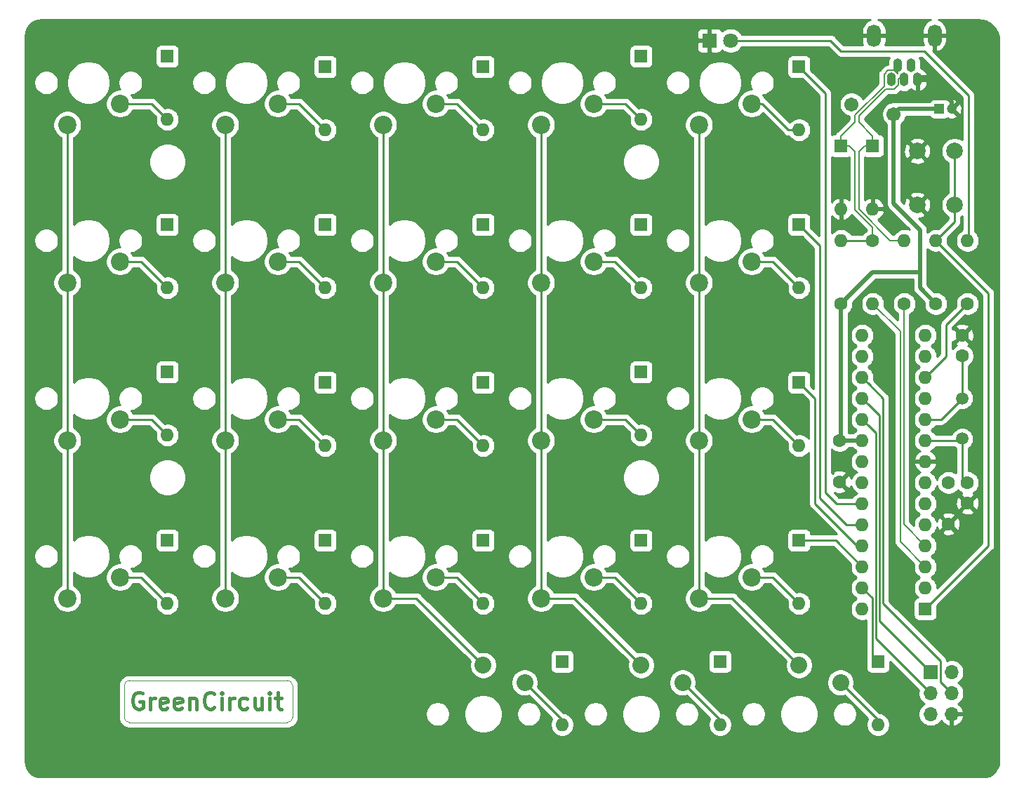
<source format=gbr>
%TF.GenerationSoftware,KiCad,Pcbnew,(5.1.7-0-10_14)*%
%TF.CreationDate,2020-11-02T16:42:48+08:00*%
%TF.ProjectId,GreenCircuit,47726565-6e43-4697-9263-7569742e6b69,v0.6*%
%TF.SameCoordinates,Original*%
%TF.FileFunction,Copper,L1,Top*%
%TF.FilePolarity,Positive*%
%FSLAX46Y46*%
G04 Gerber Fmt 4.6, Leading zero omitted, Abs format (unit mm)*
G04 Created by KiCad (PCBNEW (5.1.7-0-10_14)) date 2020-11-02 16:42:48*
%MOMM*%
%LPD*%
G01*
G04 APERTURE LIST*
%TA.AperFunction,NonConductor*%
%ADD10C,0.381000*%
%TD*%
%TA.AperFunction,NonConductor*%
%ADD11C,0.120000*%
%TD*%
%TA.AperFunction,ComponentPad*%
%ADD12O,1.600000X1.600000*%
%TD*%
%TA.AperFunction,ComponentPad*%
%ADD13R,1.600000X1.600000*%
%TD*%
%TA.AperFunction,ComponentPad*%
%ADD14C,2.200000*%
%TD*%
%TA.AperFunction,ComponentPad*%
%ADD15C,1.800000*%
%TD*%
%TA.AperFunction,ComponentPad*%
%ADD16R,1.800000X1.800000*%
%TD*%
%TA.AperFunction,ComponentPad*%
%ADD17C,1.600000*%
%TD*%
%TA.AperFunction,ComponentPad*%
%ADD18C,2.000000*%
%TD*%
%TA.AperFunction,ComponentPad*%
%ADD19R,1.700000X1.700000*%
%TD*%
%TA.AperFunction,ComponentPad*%
%ADD20O,1.700000X1.700000*%
%TD*%
%TA.AperFunction,ComponentPad*%
%ADD21O,1.700000X2.700000*%
%TD*%
%TA.AperFunction,ComponentPad*%
%ADD22O,1.100000X1.650000*%
%TD*%
%TA.AperFunction,ComponentPad*%
%ADD23C,2.032000*%
%TD*%
%TA.AperFunction,ComponentPad*%
%ADD24C,1.710000*%
%TD*%
%TA.AperFunction,ComponentPad*%
%ADD25C,1.500000*%
%TD*%
%TA.AperFunction,ComponentPad*%
%ADD26C,1.200000*%
%TD*%
%TA.AperFunction,ComponentPad*%
%ADD27R,1.200000X1.200000*%
%TD*%
%TA.AperFunction,Conductor*%
%ADD28C,0.500000*%
%TD*%
%TA.AperFunction,Conductor*%
%ADD29C,0.250000*%
%TD*%
%TA.AperFunction,Conductor*%
%ADD30C,0.200000*%
%TD*%
%TA.AperFunction,Conductor*%
%ADD31C,0.254000*%
%TD*%
%TA.AperFunction,Conductor*%
%ADD32C,0.100000*%
%TD*%
G04 APERTURE END LIST*
D10*
X91783047Y-140160000D02*
X91589523Y-140063238D01*
X91299238Y-140063238D01*
X91008952Y-140160000D01*
X90815428Y-140353523D01*
X90718666Y-140547047D01*
X90621904Y-140934095D01*
X90621904Y-141224380D01*
X90718666Y-141611428D01*
X90815428Y-141804952D01*
X91008952Y-141998476D01*
X91299238Y-142095238D01*
X91492761Y-142095238D01*
X91783047Y-141998476D01*
X91879809Y-141901714D01*
X91879809Y-141224380D01*
X91492761Y-141224380D01*
X92750666Y-142095238D02*
X92750666Y-140740571D01*
X92750666Y-141127619D02*
X92847428Y-140934095D01*
X92944190Y-140837333D01*
X93137714Y-140740571D01*
X93331238Y-140740571D01*
X94782666Y-141998476D02*
X94589142Y-142095238D01*
X94202095Y-142095238D01*
X94008571Y-141998476D01*
X93911809Y-141804952D01*
X93911809Y-141030857D01*
X94008571Y-140837333D01*
X94202095Y-140740571D01*
X94589142Y-140740571D01*
X94782666Y-140837333D01*
X94879428Y-141030857D01*
X94879428Y-141224380D01*
X93911809Y-141417904D01*
X96524380Y-141998476D02*
X96330857Y-142095238D01*
X95943809Y-142095238D01*
X95750285Y-141998476D01*
X95653523Y-141804952D01*
X95653523Y-141030857D01*
X95750285Y-140837333D01*
X95943809Y-140740571D01*
X96330857Y-140740571D01*
X96524380Y-140837333D01*
X96621142Y-141030857D01*
X96621142Y-141224380D01*
X95653523Y-141417904D01*
X97492000Y-140740571D02*
X97492000Y-142095238D01*
X97492000Y-140934095D02*
X97588761Y-140837333D01*
X97782285Y-140740571D01*
X98072571Y-140740571D01*
X98266095Y-140837333D01*
X98362857Y-141030857D01*
X98362857Y-142095238D01*
X100491619Y-141901714D02*
X100394857Y-141998476D01*
X100104571Y-142095238D01*
X99911047Y-142095238D01*
X99620761Y-141998476D01*
X99427238Y-141804952D01*
X99330476Y-141611428D01*
X99233714Y-141224380D01*
X99233714Y-140934095D01*
X99330476Y-140547047D01*
X99427238Y-140353523D01*
X99620761Y-140160000D01*
X99911047Y-140063238D01*
X100104571Y-140063238D01*
X100394857Y-140160000D01*
X100491619Y-140256761D01*
X101362476Y-142095238D02*
X101362476Y-140740571D01*
X101362476Y-140063238D02*
X101265714Y-140160000D01*
X101362476Y-140256761D01*
X101459238Y-140160000D01*
X101362476Y-140063238D01*
X101362476Y-140256761D01*
X102330095Y-142095238D02*
X102330095Y-140740571D01*
X102330095Y-141127619D02*
X102426857Y-140934095D01*
X102523619Y-140837333D01*
X102717142Y-140740571D01*
X102910666Y-140740571D01*
X104458857Y-141998476D02*
X104265333Y-142095238D01*
X103878285Y-142095238D01*
X103684761Y-141998476D01*
X103588000Y-141901714D01*
X103491238Y-141708190D01*
X103491238Y-141127619D01*
X103588000Y-140934095D01*
X103684761Y-140837333D01*
X103878285Y-140740571D01*
X104265333Y-140740571D01*
X104458857Y-140837333D01*
X106200571Y-140740571D02*
X106200571Y-142095238D01*
X105329714Y-140740571D02*
X105329714Y-141804952D01*
X105426476Y-141998476D01*
X105620000Y-142095238D01*
X105910285Y-142095238D01*
X106103809Y-141998476D01*
X106200571Y-141901714D01*
X107168190Y-142095238D02*
X107168190Y-140740571D01*
X107168190Y-140063238D02*
X107071428Y-140160000D01*
X107168190Y-140256761D01*
X107264952Y-140160000D01*
X107168190Y-140063238D01*
X107168190Y-140256761D01*
X107845523Y-140740571D02*
X108619619Y-140740571D01*
X108135809Y-140063238D02*
X108135809Y-141804952D01*
X108232571Y-141998476D01*
X108426095Y-142095238D01*
X108619619Y-142095238D01*
D11*
X89618000Y-139271000D02*
G75*
G02*
X90253000Y-138636000I635000J0D01*
G01*
X90253000Y-143716000D02*
G75*
G02*
X89618000Y-143081000I0J635000D01*
G01*
X109938000Y-143081000D02*
G75*
G02*
X109303000Y-143716000I-635000J0D01*
G01*
X109303000Y-138636000D02*
G75*
G02*
X109938000Y-139271000I0J-635000D01*
G01*
X109303000Y-143716000D02*
X90253000Y-143716000D01*
X109303000Y-138636000D02*
X90253000Y-138636000D01*
X109938000Y-143081000D02*
X109938000Y-139271000D01*
X89618000Y-139271000D02*
X89618000Y-143081000D01*
D12*
%TO.P,D15,2*%
%TO.N,Net-(D15-Pad2)*%
X171025000Y-110315000D03*
D13*
%TO.P,D15,1*%
%TO.N,Row2*%
X171025000Y-102695000D03*
%TD*%
D14*
%TO.P,SW15,2*%
%TO.N,Net-(D15-Pad2)*%
X165310000Y-107140000D03*
%TO.P,SW15,1*%
%TO.N,Col4*%
X158960000Y-109680000D03*
%TD*%
D15*
%TO.P,D26,2*%
%TO.N,Net-(D26-Pad2)*%
X162770000Y-61420000D03*
D16*
%TO.P,D26,1*%
%TO.N,GND*%
X160230000Y-61420000D03*
%TD*%
D12*
%TO.P,R1,2*%
%TO.N,/DP*%
X183725000Y-85550000D03*
D17*
%TO.P,R1,1*%
%TO.N,D+*%
X183725000Y-93170000D03*
%TD*%
D12*
%TO.P,R2,2*%
%TO.N,D-*%
X179915000Y-93170000D03*
D17*
%TO.P,R2,1*%
%TO.N,/DN*%
X179915000Y-85550000D03*
%TD*%
D12*
%TO.P,R3,2*%
%TO.N,/DN*%
X176105000Y-85550000D03*
D17*
%TO.P,R3,1*%
%TO.N,+5V*%
X176105000Y-93170000D03*
%TD*%
D12*
%TO.P,R5,2*%
%TO.N,Reset*%
X187535000Y-85550000D03*
D17*
%TO.P,R5,1*%
%TO.N,+5V*%
X187535000Y-93170000D03*
%TD*%
D12*
%TO.P,R6,2*%
%TO.N,Net-(D26-Pad2)*%
X191345000Y-85550000D03*
D17*
%TO.P,R6,1*%
%TO.N,Net-(R6-Pad1)*%
X191345000Y-93170000D03*
%TD*%
D18*
%TO.P,Reset1,1*%
%TO.N,Reset*%
X189785000Y-81255000D03*
%TO.P,Reset1,2*%
%TO.N,GND*%
X185285000Y-81255000D03*
%TO.P,Reset1,1*%
%TO.N,Reset*%
X189785000Y-74755000D03*
%TO.P,Reset1,2*%
%TO.N,GND*%
X185285000Y-74755000D03*
%TD*%
D19*
%TO.P,J2,1*%
%TO.N,Col1*%
X186900000Y-137635000D03*
D20*
%TO.P,J2,2*%
%TO.N,+5V*%
X189440000Y-137635000D03*
%TO.P,J2,3*%
%TO.N,Col0*%
X186900000Y-140175000D03*
%TO.P,J2,4*%
%TO.N,Col2*%
X189440000Y-140175000D03*
%TO.P,J2,5*%
%TO.N,Reset*%
X186900000Y-142715000D03*
%TO.P,J2,6*%
%TO.N,GND*%
X189440000Y-142715000D03*
%TD*%
D21*
%TO.P,J1,6*%
%TO.N,GND*%
X180075000Y-60815000D03*
X187375000Y-60815000D03*
D22*
%TO.P,J1,2*%
%TO.N,/DN*%
X182925000Y-64390000D03*
%TO.P,J1,4*%
%TO.N,N/C*%
X184525000Y-64390000D03*
%TO.P,J1,1*%
%TO.N,Net-(F1-Pad2)*%
X182125000Y-66140000D03*
%TO.P,J1,5*%
%TO.N,GND*%
X185325000Y-66140000D03*
%TO.P,J1,3*%
%TO.N,/DP*%
X183725000Y-66140000D03*
%TD*%
D23*
%TO.P,SW22,2*%
%TO.N,Net-(D22-Pad2)*%
X156975000Y-138900000D03*
%TO.P,SW22,1*%
%TO.N,Col3*%
X151975000Y-136800000D03*
%TD*%
%TO.P,SW23,2*%
%TO.N,Net-(D23-Pad2)*%
X176025000Y-138900000D03*
%TO.P,SW23,1*%
%TO.N,Col4*%
X171025000Y-136800000D03*
%TD*%
%TO.P,SW21,2*%
%TO.N,Net-(D21-Pad2)*%
X137925000Y-138900000D03*
%TO.P,SW21,1*%
%TO.N,Col2*%
X132925000Y-136800000D03*
%TD*%
D14*
%TO.P,SW20,2*%
%TO.N,Net-(D20-Pad2)*%
X165310000Y-126190000D03*
%TO.P,SW20,1*%
%TO.N,Col4*%
X158960000Y-128730000D03*
%TD*%
%TO.P,SW19,2*%
%TO.N,Net-(D19-Pad2)*%
X146260000Y-126190000D03*
%TO.P,SW19,1*%
%TO.N,Col3*%
X139910000Y-128730000D03*
%TD*%
%TO.P,SW18,2*%
%TO.N,Net-(D18-Pad2)*%
X127210000Y-126190000D03*
%TO.P,SW18,1*%
%TO.N,Col2*%
X120860000Y-128730000D03*
%TD*%
%TO.P,SW17,2*%
%TO.N,Net-(D17-Pad2)*%
X108160000Y-126190000D03*
%TO.P,SW17,1*%
%TO.N,Col1*%
X101810000Y-128730000D03*
%TD*%
%TO.P,SW16,2*%
%TO.N,Net-(D16-Pad2)*%
X89110000Y-126190000D03*
%TO.P,SW16,1*%
%TO.N,Col0*%
X82760000Y-128730000D03*
%TD*%
%TO.P,SW14,2*%
%TO.N,Net-(D14-Pad2)*%
X146260000Y-107140000D03*
%TO.P,SW14,1*%
%TO.N,Col3*%
X139910000Y-109680000D03*
%TD*%
%TO.P,SW13,2*%
%TO.N,Net-(D13-Pad2)*%
X127210000Y-107140000D03*
%TO.P,SW13,1*%
%TO.N,Col2*%
X120860000Y-109680000D03*
%TD*%
%TO.P,SW12,2*%
%TO.N,Net-(D12-Pad2)*%
X108160000Y-107140000D03*
%TO.P,SW12,1*%
%TO.N,Col1*%
X101810000Y-109680000D03*
%TD*%
%TO.P,SW11,2*%
%TO.N,Net-(D11-Pad2)*%
X89110000Y-107140000D03*
%TO.P,SW11,1*%
%TO.N,Col0*%
X82760000Y-109680000D03*
%TD*%
%TO.P,SW10,2*%
%TO.N,Net-(D10-Pad2)*%
X165310000Y-88090000D03*
%TO.P,SW10,1*%
%TO.N,Col4*%
X158960000Y-90630000D03*
%TD*%
%TO.P,SW9,2*%
%TO.N,Net-(D9-Pad2)*%
X146260000Y-88090000D03*
%TO.P,SW9,1*%
%TO.N,Col3*%
X139910000Y-90630000D03*
%TD*%
%TO.P,SW8,2*%
%TO.N,Net-(D8-Pad2)*%
X127210000Y-88090000D03*
%TO.P,SW8,1*%
%TO.N,Col2*%
X120860000Y-90630000D03*
%TD*%
%TO.P,SW7,2*%
%TO.N,Net-(D7-Pad2)*%
X108160000Y-88090000D03*
%TO.P,SW7,1*%
%TO.N,Col1*%
X101810000Y-90630000D03*
%TD*%
%TO.P,SW6,2*%
%TO.N,Net-(D6-Pad2)*%
X89110000Y-88090000D03*
%TO.P,SW6,1*%
%TO.N,Col0*%
X82760000Y-90630000D03*
%TD*%
%TO.P,SW5,2*%
%TO.N,Net-(D5-Pad2)*%
X165310000Y-69040000D03*
%TO.P,SW5,1*%
%TO.N,Col4*%
X158960000Y-71580000D03*
%TD*%
%TO.P,SW4,2*%
%TO.N,Net-(D4-Pad2)*%
X146260000Y-69040000D03*
%TO.P,SW4,1*%
%TO.N,Col3*%
X139910000Y-71580000D03*
%TD*%
%TO.P,SW3,2*%
%TO.N,Net-(D3-Pad2)*%
X127210000Y-69040000D03*
%TO.P,SW3,1*%
%TO.N,Col2*%
X120860000Y-71580000D03*
%TD*%
%TO.P,SW2,2*%
%TO.N,Net-(D2-Pad2)*%
X108160000Y-69040000D03*
%TO.P,SW2,1*%
%TO.N,Col1*%
X101810000Y-71580000D03*
%TD*%
%TO.P,SW1,2*%
%TO.N,Net-(D1-Pad2)*%
X89110000Y-69040000D03*
%TO.P,SW1,1*%
%TO.N,Col0*%
X82760000Y-71580000D03*
%TD*%
D12*
%TO.P,D23,2*%
%TO.N,Net-(D23-Pad2)*%
X180550000Y-143970000D03*
D13*
%TO.P,D23,1*%
%TO.N,Row4*%
X180550000Y-136350000D03*
%TD*%
D12*
%TO.P,D22,2*%
%TO.N,Net-(D22-Pad2)*%
X161500000Y-143970000D03*
D13*
%TO.P,D22,1*%
%TO.N,Row4*%
X161500000Y-136350000D03*
%TD*%
D12*
%TO.P,D21,2*%
%TO.N,Net-(D21-Pad2)*%
X142450000Y-143970000D03*
D13*
%TO.P,D21,1*%
%TO.N,Row4*%
X142450000Y-136350000D03*
%TD*%
D12*
%TO.P,D20,2*%
%TO.N,Net-(D20-Pad2)*%
X171025000Y-129365000D03*
D13*
%TO.P,D20,1*%
%TO.N,Row3*%
X171025000Y-121745000D03*
%TD*%
D12*
%TO.P,D19,2*%
%TO.N,Net-(D19-Pad2)*%
X151975000Y-129365000D03*
D13*
%TO.P,D19,1*%
%TO.N,Row3*%
X151975000Y-121745000D03*
%TD*%
D12*
%TO.P,D18,2*%
%TO.N,Net-(D18-Pad2)*%
X132925000Y-129365000D03*
D13*
%TO.P,D18,1*%
%TO.N,Row3*%
X132925000Y-121745000D03*
%TD*%
D12*
%TO.P,D17,2*%
%TO.N,Net-(D17-Pad2)*%
X113875000Y-129365000D03*
D13*
%TO.P,D17,1*%
%TO.N,Row3*%
X113875000Y-121745000D03*
%TD*%
D12*
%TO.P,D16,2*%
%TO.N,Net-(D16-Pad2)*%
X94825000Y-129365000D03*
D13*
%TO.P,D16,1*%
%TO.N,Row3*%
X94825000Y-121745000D03*
%TD*%
D12*
%TO.P,D14,2*%
%TO.N,Net-(D14-Pad2)*%
X151975000Y-109045000D03*
D13*
%TO.P,D14,1*%
%TO.N,Row2*%
X151975000Y-101425000D03*
%TD*%
D12*
%TO.P,D13,2*%
%TO.N,Net-(D13-Pad2)*%
X132925000Y-110315000D03*
D13*
%TO.P,D13,1*%
%TO.N,Row2*%
X132925000Y-102695000D03*
%TD*%
D12*
%TO.P,D12,2*%
%TO.N,Net-(D12-Pad2)*%
X113875000Y-110315000D03*
D13*
%TO.P,D12,1*%
%TO.N,Row2*%
X113875000Y-102695000D03*
%TD*%
D12*
%TO.P,D11,2*%
%TO.N,Net-(D11-Pad2)*%
X94825000Y-109045000D03*
D13*
%TO.P,D11,1*%
%TO.N,Row2*%
X94825000Y-101425000D03*
%TD*%
D12*
%TO.P,D10,2*%
%TO.N,Net-(D10-Pad2)*%
X171025000Y-91265000D03*
D13*
%TO.P,D10,1*%
%TO.N,Row1*%
X171025000Y-83645000D03*
%TD*%
D12*
%TO.P,D9,2*%
%TO.N,Net-(D9-Pad2)*%
X151975000Y-91265000D03*
D13*
%TO.P,D9,1*%
%TO.N,Row1*%
X151975000Y-83645000D03*
%TD*%
D12*
%TO.P,D8,2*%
%TO.N,Net-(D8-Pad2)*%
X132925000Y-91265000D03*
D13*
%TO.P,D8,1*%
%TO.N,Row1*%
X132925000Y-83645000D03*
%TD*%
D12*
%TO.P,D7,2*%
%TO.N,Net-(D7-Pad2)*%
X113875000Y-91265000D03*
D13*
%TO.P,D7,1*%
%TO.N,Row1*%
X113875000Y-83645000D03*
%TD*%
D12*
%TO.P,D6,2*%
%TO.N,Net-(D6-Pad2)*%
X94825000Y-91265000D03*
D13*
%TO.P,D6,1*%
%TO.N,Row1*%
X94825000Y-83645000D03*
%TD*%
D12*
%TO.P,D5,2*%
%TO.N,Net-(D5-Pad2)*%
X171025000Y-72215000D03*
D13*
%TO.P,D5,1*%
%TO.N,Row0*%
X171025000Y-64595000D03*
%TD*%
D12*
%TO.P,D4,2*%
%TO.N,Net-(D4-Pad2)*%
X151975000Y-70945000D03*
D13*
%TO.P,D4,1*%
%TO.N,Row0*%
X151975000Y-63325000D03*
%TD*%
D12*
%TO.P,D3,2*%
%TO.N,Net-(D3-Pad2)*%
X132925000Y-72215000D03*
D13*
%TO.P,D3,1*%
%TO.N,Row0*%
X132925000Y-64595000D03*
%TD*%
D12*
%TO.P,D2,2*%
%TO.N,Net-(D2-Pad2)*%
X113875000Y-72215000D03*
D13*
%TO.P,D2,1*%
%TO.N,Row0*%
X113875000Y-64595000D03*
%TD*%
D12*
%TO.P,D1,2*%
%TO.N,Net-(D1-Pad2)*%
X94825000Y-70945000D03*
D13*
%TO.P,D1,1*%
%TO.N,Row0*%
X94825000Y-63325000D03*
%TD*%
D12*
%TO.P,U1,28*%
%TO.N,N/C*%
X178645000Y-130000000D03*
%TO.P,U1,14*%
X186265000Y-96980000D03*
%TO.P,U1,27*%
%TO.N,Row4*%
X178645000Y-127460000D03*
%TO.P,U1,13*%
%TO.N,N/C*%
X186265000Y-99520000D03*
%TO.P,U1,26*%
%TO.N,Row3*%
X178645000Y-124920000D03*
%TO.P,U1,12*%
%TO.N,Net-(R6-Pad1)*%
X186265000Y-102060000D03*
%TO.P,U1,25*%
%TO.N,Row2*%
X178645000Y-122380000D03*
%TO.P,U1,11*%
%TO.N,N/C*%
X186265000Y-104600000D03*
%TO.P,U1,24*%
%TO.N,Row1*%
X178645000Y-119840000D03*
%TO.P,U1,10*%
%TO.N,Net-(C1-Pad2)*%
X186265000Y-107140000D03*
%TO.P,U1,23*%
%TO.N,Row0*%
X178645000Y-117300000D03*
%TO.P,U1,9*%
%TO.N,Net-(C2-Pad2)*%
X186265000Y-109680000D03*
%TO.P,U1,22*%
%TO.N,GND*%
X178645000Y-114760000D03*
%TO.P,U1,8*%
X186265000Y-112220000D03*
%TO.P,U1,21*%
%TO.N,N/C*%
X178645000Y-112220000D03*
%TO.P,U1,7*%
%TO.N,+5V*%
X186265000Y-114760000D03*
%TO.P,U1,20*%
X178645000Y-109680000D03*
%TO.P,U1,6*%
%TO.N,N/C*%
X186265000Y-117300000D03*
%TO.P,U1,19*%
%TO.N,Col0*%
X178645000Y-107140000D03*
%TO.P,U1,5*%
%TO.N,N/C*%
X186265000Y-119840000D03*
%TO.P,U1,18*%
%TO.N,Col1*%
X178645000Y-104600000D03*
%TO.P,U1,4*%
%TO.N,D+*%
X186265000Y-122380000D03*
%TO.P,U1,17*%
%TO.N,Col2*%
X178645000Y-102060000D03*
%TO.P,U1,3*%
%TO.N,D-*%
X186265000Y-124920000D03*
%TO.P,U1,16*%
%TO.N,Col3*%
X178645000Y-99520000D03*
%TO.P,U1,2*%
%TO.N,N/C*%
X186265000Y-127460000D03*
%TO.P,U1,15*%
%TO.N,Col4*%
X178645000Y-96980000D03*
D13*
%TO.P,U1,1*%
%TO.N,Reset*%
X186265000Y-130000000D03*
%TD*%
D24*
%TO.P,F1,2*%
%TO.N,Net-(F1-Pad2)*%
X177355000Y-69110000D03*
%TO.P,F1,1*%
%TO.N,+5V*%
X182455000Y-70310000D03*
%TD*%
D25*
%TO.P,Y1,2*%
%TO.N,Net-(C1-Pad2)*%
X190710000Y-104600000D03*
%TO.P,Y1,1*%
%TO.N,Net-(C2-Pad2)*%
X190710000Y-109480000D03*
%TD*%
D12*
%TO.P,D25,2*%
%TO.N,GND*%
X176105000Y-81740000D03*
D13*
%TO.P,D25,1*%
%TO.N,/DN*%
X176105000Y-74120000D03*
%TD*%
D12*
%TO.P,D24,2*%
%TO.N,GND*%
X179915000Y-81740000D03*
D13*
%TO.P,D24,1*%
%TO.N,/DP*%
X179915000Y-74120000D03*
%TD*%
D17*
%TO.P,C5,2*%
%TO.N,GND*%
X175914500Y-114680000D03*
%TO.P,C5,1*%
%TO.N,+5V*%
X175914500Y-109680000D03*
%TD*%
%TO.P,C4,2*%
%TO.N,GND*%
X189059000Y-119760000D03*
%TO.P,C4,1*%
%TO.N,+5V*%
X189059000Y-114760000D03*
%TD*%
D26*
%TO.P,C3,2*%
%TO.N,GND*%
X189440000Y-69675000D03*
D27*
%TO.P,C3,1*%
%TO.N,+5V*%
X187940000Y-69675000D03*
%TD*%
D17*
%TO.P,C2,2*%
%TO.N,Net-(C2-Pad2)*%
X191345000Y-114760000D03*
%TO.P,C2,1*%
%TO.N,GND*%
X191345000Y-117260000D03*
%TD*%
%TO.P,C1,2*%
%TO.N,Net-(C1-Pad2)*%
X190710000Y-99480000D03*
%TO.P,C1,1*%
%TO.N,GND*%
X190710000Y-96980000D03*
%TD*%
D28*
%TO.N,GND*%
X189440000Y-68826472D02*
X189440000Y-69675000D01*
X186478528Y-65865000D02*
X189440000Y-68826472D01*
X185325000Y-65865000D02*
X186478528Y-65865000D01*
%TO.N,+5V*%
X182455000Y-81105000D02*
X185630000Y-84280000D01*
X182455000Y-70310000D02*
X182455000Y-81105000D01*
X185630000Y-91265000D02*
X187535000Y-93170000D01*
X179915000Y-89360000D02*
X185630000Y-89360000D01*
X185630000Y-89360000D02*
X185630000Y-91265000D01*
X176105000Y-93170000D02*
X179915000Y-89360000D01*
X185630000Y-84280000D02*
X185630000Y-89360000D01*
X176105000Y-109489500D02*
X175914500Y-109680000D01*
X176105000Y-93170000D02*
X176105000Y-109489500D01*
X175914500Y-109680000D02*
X178645000Y-109680000D01*
X183090000Y-69675000D02*
X187940000Y-69675000D01*
X182455000Y-70310000D02*
X183090000Y-69675000D01*
D29*
%TO.N,Net-(D1-Pad2)*%
X92920000Y-69040000D02*
X94825000Y-70945000D01*
X89110000Y-69040000D02*
X92920000Y-69040000D01*
%TO.N,Net-(D4-Pad2)*%
X150070000Y-69040000D02*
X151975000Y-70945000D01*
X146260000Y-69040000D02*
X150070000Y-69040000D01*
%TO.N,Row0*%
X174200000Y-67770000D02*
X171025000Y-64595000D01*
X174200000Y-115965251D02*
X174200000Y-67770000D01*
X175534749Y-117300000D02*
X174200000Y-115965251D01*
X178645000Y-117300000D02*
X175534749Y-117300000D01*
%TO.N,Net-(D5-Pad2)*%
X169755000Y-72215000D02*
X171025000Y-72215000D01*
X166580000Y-69040000D02*
X169755000Y-72215000D01*
X165310000Y-69040000D02*
X166580000Y-69040000D01*
%TO.N,Row1*%
X176740000Y-119840000D02*
X178645000Y-119840000D01*
X173565000Y-116665000D02*
X176740000Y-119840000D01*
X173565000Y-86185000D02*
X173565000Y-116665000D01*
X171025000Y-83645000D02*
X173565000Y-86185000D01*
%TO.N,Net-(D6-Pad2)*%
X91650000Y-88090000D02*
X94825000Y-91265000D01*
X89110000Y-88090000D02*
X91650000Y-88090000D01*
%TO.N,Net-(D7-Pad2)*%
X110700000Y-88090000D02*
X113875000Y-91265000D01*
X108160000Y-88090000D02*
X110700000Y-88090000D01*
%TO.N,Net-(D8-Pad2)*%
X129750000Y-88090000D02*
X132925000Y-91265000D01*
X127210000Y-88090000D02*
X129750000Y-88090000D01*
%TO.N,Net-(D9-Pad2)*%
X148800000Y-88090000D02*
X151975000Y-91265000D01*
X146260000Y-88090000D02*
X148800000Y-88090000D01*
%TO.N,Net-(D10-Pad2)*%
X167850000Y-88090000D02*
X171025000Y-91265000D01*
X165310000Y-88090000D02*
X167850000Y-88090000D01*
%TO.N,Net-(D11-Pad2)*%
X92920000Y-107140000D02*
X94825000Y-109045000D01*
X89110000Y-107140000D02*
X92920000Y-107140000D01*
%TO.N,Net-(D12-Pad2)*%
X110700000Y-107140000D02*
X113875000Y-110315000D01*
X108160000Y-107140000D02*
X110700000Y-107140000D01*
%TO.N,Net-(D13-Pad2)*%
X129750000Y-107140000D02*
X132925000Y-110315000D01*
X127210000Y-107140000D02*
X129750000Y-107140000D01*
%TO.N,Net-(D14-Pad2)*%
X150070000Y-107140000D02*
X151975000Y-109045000D01*
X146260000Y-107140000D02*
X150070000Y-107140000D01*
%TO.N,Row2*%
X178010000Y-122380000D02*
X178645000Y-122380000D01*
X172930000Y-117300000D02*
X178010000Y-122380000D01*
X172930000Y-104600000D02*
X172930000Y-117300000D01*
X171025000Y-102695000D02*
X172930000Y-104600000D01*
%TO.N,Net-(D15-Pad2)*%
X167850000Y-107140000D02*
X171025000Y-110315000D01*
X165310000Y-107140000D02*
X167850000Y-107140000D01*
%TO.N,Net-(D16-Pad2)*%
X91650000Y-126190000D02*
X94825000Y-129365000D01*
X89110000Y-126190000D02*
X91650000Y-126190000D01*
%TO.N,Row4*%
X179834967Y-128649967D02*
X179834967Y-135634967D01*
X178645000Y-127460000D02*
X179834967Y-128649967D01*
X179834967Y-135634967D02*
X180550000Y-136350000D01*
%TO.N,Net-(D17-Pad2)*%
X110700000Y-126190000D02*
X113875000Y-129365000D01*
X108160000Y-126190000D02*
X110700000Y-126190000D01*
%TO.N,Net-(D18-Pad2)*%
X129750000Y-126190000D02*
X132925000Y-129365000D01*
X127210000Y-126190000D02*
X129750000Y-126190000D01*
%TO.N,Net-(D19-Pad2)*%
X148800000Y-126190000D02*
X151975000Y-129365000D01*
X146260000Y-126190000D02*
X148800000Y-126190000D01*
%TO.N,Net-(D20-Pad2)*%
X167850000Y-126190000D02*
X171025000Y-129365000D01*
X165310000Y-126190000D02*
X167850000Y-126190000D01*
%TO.N,Net-(D21-Pad2)*%
X137925000Y-138900000D02*
X142450000Y-143425000D01*
%TO.N,Net-(D22-Pad2)*%
X161500000Y-143425000D02*
X161500000Y-143970000D01*
X156975000Y-138900000D02*
X161500000Y-143425000D01*
%TO.N,Net-(D23-Pad2)*%
X180550000Y-143425000D02*
X180550000Y-143970000D01*
X176025000Y-138900000D02*
X180550000Y-143425000D01*
%TO.N,Net-(D26-Pad2)*%
X191472000Y-68024000D02*
X191472000Y-85423000D01*
X186138000Y-62690000D02*
X191472000Y-68024000D01*
X176105000Y-62690000D02*
X186138000Y-62690000D01*
X191472000Y-85423000D02*
X191345000Y-85550000D01*
X174835000Y-61420000D02*
X176105000Y-62690000D01*
X162770000Y-61420000D02*
X174835000Y-61420000D01*
%TO.N,Reset*%
X189785000Y-83300000D02*
X187535000Y-85550000D01*
X189785000Y-81255000D02*
X189785000Y-83300000D01*
X189785000Y-74755000D02*
X189785000Y-81255000D01*
X193885000Y-122380000D02*
X186265000Y-130000000D01*
X193885000Y-91900000D02*
X193885000Y-122380000D01*
X187535000Y-85550000D02*
X193885000Y-91900000D01*
D30*
%TO.N,D+*%
X183666580Y-119781580D02*
X186265000Y-122380000D01*
X183666580Y-93228420D02*
X183666580Y-119781580D01*
X183725000Y-93170000D02*
X183666580Y-93228420D01*
%TO.N,D-*%
X179915000Y-93170000D02*
X183266569Y-96521569D01*
X183266569Y-96521569D02*
X183266569Y-121921569D01*
X183266569Y-121921569D02*
X186265000Y-124920000D01*
D29*
%TO.N,Col0*%
X82760000Y-71580000D02*
X82760000Y-90630000D01*
X82760000Y-90630000D02*
X82760000Y-109680000D01*
X82760000Y-109680000D02*
X82760000Y-128730000D01*
X186900000Y-140175000D02*
X180284978Y-133559978D01*
X180284978Y-108779978D02*
X179444999Y-107939999D01*
X180284978Y-133559978D02*
X180284978Y-108779978D01*
X179444999Y-107939999D02*
X178645000Y-107140000D01*
%TO.N,Col1*%
X101810000Y-128730000D02*
X101810000Y-109680000D01*
X101810000Y-103799002D02*
X101810000Y-109680000D01*
X101810000Y-90630000D02*
X101810000Y-103799002D01*
X101810000Y-71580000D02*
X101810000Y-90630000D01*
X179444999Y-105399999D02*
X178645000Y-104600000D01*
X186900000Y-137635000D02*
X180734989Y-131469989D01*
X180734989Y-106689989D02*
X179444999Y-105399999D01*
X180734989Y-131469989D02*
X180734989Y-106689989D01*
%TO.N,Col2*%
X120860000Y-71580000D02*
X120860000Y-90630000D01*
X120860000Y-90630000D02*
X120860000Y-109680000D01*
X120860000Y-109680000D02*
X120860000Y-128730000D01*
X124855000Y-128730000D02*
X132925000Y-136800000D01*
X120860000Y-128730000D02*
X124855000Y-128730000D01*
X179444999Y-102859999D02*
X178645000Y-102060000D01*
X181185000Y-104600000D02*
X179444999Y-102859999D01*
X188075001Y-136255001D02*
X181185000Y-129365000D01*
X188075001Y-138810001D02*
X188075001Y-136255001D01*
X181185000Y-129365000D02*
X181185000Y-104600000D01*
X189440000Y-140175000D02*
X188075001Y-138810001D01*
%TO.N,Col3*%
X139910000Y-71580000D02*
X139910000Y-90630000D01*
X139910000Y-90630000D02*
X139910000Y-109680000D01*
X139910000Y-109680000D02*
X139910000Y-128730000D01*
X143905000Y-128730000D02*
X151975000Y-136800000D01*
X139910000Y-128730000D02*
X143905000Y-128730000D01*
%TO.N,Col4*%
X158960000Y-71580000D02*
X158960000Y-90630000D01*
X158960000Y-90630000D02*
X158960000Y-109680000D01*
X162955000Y-128730000D02*
X171025000Y-136800000D01*
X158960000Y-128730000D02*
X162955000Y-128730000D01*
X158960000Y-109680000D02*
X158960000Y-110315000D01*
X158960000Y-110315000D02*
X158960000Y-128730000D01*
%TO.N,Net-(C1-Pad2)*%
X188170000Y-107140000D02*
X190710000Y-104600000D01*
X186265000Y-107140000D02*
X188170000Y-107140000D01*
X190710000Y-104600000D02*
X190710000Y-99480000D01*
%TO.N,Net-(C2-Pad2)*%
X190510000Y-109680000D02*
X190710000Y-109480000D01*
X186265000Y-109680000D02*
X190510000Y-109680000D01*
X190710000Y-114125000D02*
X191345000Y-114760000D01*
X190710000Y-109480000D02*
X190710000Y-114125000D01*
%TO.N,Net-(D2-Pad2)*%
X110700000Y-69040000D02*
X113875000Y-72215000D01*
X108160000Y-69040000D02*
X110700000Y-69040000D01*
%TO.N,Net-(D3-Pad2)*%
X129750000Y-69040000D02*
X132925000Y-72215000D01*
X127210000Y-69040000D02*
X129750000Y-69040000D01*
D30*
%TO.N,/DP*%
X178915000Y-74120000D02*
X178235000Y-74800000D01*
X179915000Y-74120000D02*
X178915000Y-74120000D01*
X178235000Y-74800000D02*
X178235000Y-81759980D01*
X178235000Y-81759980D02*
X182025020Y-85550000D01*
X182593630Y-85550000D02*
X183725000Y-85550000D01*
X182025020Y-85550000D02*
X182593630Y-85550000D01*
X179915000Y-72919999D02*
X179915000Y-74120000D01*
X178235000Y-71239999D02*
X179915000Y-72919999D01*
X181499490Y-67265010D02*
X178235000Y-70529500D01*
X182975010Y-66767085D02*
X182477085Y-67265010D01*
X183243199Y-65865000D02*
X182975010Y-66133189D01*
X183725000Y-65865000D02*
X183243199Y-65865000D01*
X182477085Y-67265010D02*
X181499490Y-67265010D01*
X178235000Y-70529500D02*
X178235000Y-71239999D01*
X182975010Y-66133189D02*
X182975010Y-66767085D01*
D29*
%TO.N,/DN*%
X179915000Y-85550000D02*
X176105000Y-85550000D01*
D30*
X177105000Y-74120000D02*
X177785000Y-74800000D01*
X179915000Y-84005680D02*
X179915000Y-85550000D01*
X177785000Y-74800000D02*
X177785000Y-81875680D01*
X177785000Y-81875680D02*
X179915000Y-84005680D01*
X176105000Y-74120000D02*
X177105000Y-74120000D01*
X182925000Y-64665000D02*
X182925000Y-65462905D01*
X177785000Y-71239999D02*
X176105000Y-72919999D01*
X177785000Y-70413800D02*
X177785000Y-71239999D01*
X181274990Y-66923810D02*
X177785000Y-70413800D01*
X181772915Y-65014990D02*
X181274990Y-65512915D01*
X182925000Y-65462905D02*
X182477085Y-65014990D01*
X181274990Y-65512915D02*
X181274990Y-66923810D01*
X182477085Y-65014990D02*
X181772915Y-65014990D01*
X176105000Y-72919999D02*
X176105000Y-74120000D01*
D29*
%TO.N,Row3*%
X175470000Y-121745000D02*
X178645000Y-124920000D01*
X171025000Y-121745000D02*
X175470000Y-121745000D01*
%TO.N,Net-(R6-Pad1)*%
X188805000Y-99520000D02*
X186265000Y-102060000D01*
X188805000Y-95710000D02*
X188805000Y-99520000D01*
X191345000Y-93170000D02*
X188805000Y-95710000D01*
%TD*%
D31*
%TO.N,GND*%
X179355574Y-59009709D02*
X179114748Y-59175143D01*
X178910824Y-59384381D01*
X178751639Y-59629382D01*
X178643310Y-59900731D01*
X178590000Y-60188000D01*
X178590000Y-60688000D01*
X179948000Y-60688000D01*
X179948000Y-60668000D01*
X180202000Y-60668000D01*
X180202000Y-60688000D01*
X181560000Y-60688000D01*
X181560000Y-60188000D01*
X181506690Y-59900731D01*
X181398361Y-59629382D01*
X181239176Y-59384381D01*
X181035252Y-59175143D01*
X180794426Y-59009709D01*
X180550555Y-58905000D01*
X186899445Y-58905000D01*
X186655574Y-59009709D01*
X186414748Y-59175143D01*
X186210824Y-59384381D01*
X186051639Y-59629382D01*
X185943310Y-59900731D01*
X185890000Y-60188000D01*
X185890000Y-60688000D01*
X187248000Y-60688000D01*
X187248000Y-60668000D01*
X187502000Y-60668000D01*
X187502000Y-60688000D01*
X188860000Y-60688000D01*
X188860000Y-60188000D01*
X188806690Y-59900731D01*
X188698361Y-59629382D01*
X188539176Y-59384381D01*
X188335252Y-59175143D01*
X188094426Y-59009709D01*
X187850555Y-58905000D01*
X192582722Y-58905000D01*
X193102884Y-58956002D01*
X193572188Y-59097694D01*
X194005025Y-59327837D01*
X194384927Y-59637678D01*
X194697403Y-60015397D01*
X194930569Y-60446627D01*
X195075532Y-60914928D01*
X195130001Y-61433163D01*
X195130000Y-148382721D01*
X195091091Y-148779545D01*
X194985220Y-149130206D01*
X194813257Y-149453623D01*
X194581748Y-149737482D01*
X194299514Y-149970965D01*
X193977304Y-150145184D01*
X193627385Y-150253502D01*
X193232557Y-150295000D01*
X79617279Y-150295000D01*
X79220455Y-150256091D01*
X78869794Y-150150220D01*
X78546377Y-149978257D01*
X78262518Y-149746748D01*
X78029035Y-149464514D01*
X77854816Y-149142304D01*
X77746498Y-148792385D01*
X77705000Y-148397557D01*
X77705000Y-139236866D01*
X88923000Y-139236866D01*
X88923001Y-143115135D01*
X88925903Y-143144596D01*
X88925876Y-143148427D01*
X88926823Y-143158085D01*
X88939778Y-143281336D01*
X88952446Y-143343047D01*
X88964247Y-143404910D01*
X88967051Y-143414200D01*
X89003698Y-143532588D01*
X89028114Y-143590672D01*
X89051705Y-143649062D01*
X89056256Y-143657621D01*
X89056260Y-143657630D01*
X89056265Y-143657637D01*
X89115205Y-143766645D01*
X89150427Y-143818864D01*
X89184921Y-143871576D01*
X89191054Y-143879096D01*
X89270050Y-143974586D01*
X89314739Y-144018965D01*
X89358818Y-144063976D01*
X89366295Y-144070162D01*
X89462334Y-144148490D01*
X89514795Y-144183345D01*
X89566776Y-144218937D01*
X89575312Y-144223553D01*
X89684736Y-144281735D01*
X89742988Y-144305745D01*
X89800872Y-144330554D01*
X89810138Y-144333423D01*
X89810144Y-144333425D01*
X89928783Y-144369244D01*
X89990563Y-144381477D01*
X90052193Y-144394576D01*
X90061835Y-144395589D01*
X90061840Y-144395590D01*
X90061844Y-144395590D01*
X90185182Y-144407683D01*
X90185187Y-144407683D01*
X90218865Y-144411000D01*
X109337135Y-144411000D01*
X109366605Y-144408097D01*
X109370427Y-144408124D01*
X109380085Y-144407177D01*
X109503336Y-144394222D01*
X109565047Y-144381554D01*
X109626910Y-144369753D01*
X109636200Y-144366949D01*
X109754588Y-144330302D01*
X109812672Y-144305886D01*
X109871062Y-144282295D01*
X109879621Y-144277744D01*
X109879630Y-144277740D01*
X109879637Y-144277735D01*
X109988645Y-144218795D01*
X110040864Y-144183573D01*
X110093576Y-144149079D01*
X110101096Y-144142946D01*
X110196586Y-144063950D01*
X110240965Y-144019261D01*
X110285976Y-143975182D01*
X110292162Y-143967705D01*
X110370490Y-143871666D01*
X110405345Y-143819205D01*
X110440937Y-143767224D01*
X110445553Y-143758688D01*
X110503735Y-143649264D01*
X110527745Y-143591012D01*
X110552554Y-143533128D01*
X110555424Y-143523858D01*
X110591244Y-143405217D01*
X110603477Y-143343437D01*
X110616576Y-143281807D01*
X110617589Y-143272165D01*
X110617590Y-143272160D01*
X110617590Y-143272156D01*
X110629683Y-143148818D01*
X110629683Y-143148813D01*
X110633000Y-143115135D01*
X110633000Y-142553652D01*
X125939100Y-142553652D01*
X125939100Y-142846348D01*
X125996202Y-143133421D01*
X126108212Y-143403838D01*
X126270826Y-143647206D01*
X126477794Y-143854174D01*
X126721162Y-144016788D01*
X126991579Y-144128798D01*
X127278652Y-144185900D01*
X127571348Y-144185900D01*
X127858421Y-144128798D01*
X128128838Y-144016788D01*
X128372206Y-143854174D01*
X128579174Y-143647206D01*
X128741788Y-143403838D01*
X128853798Y-143133421D01*
X128910900Y-142846348D01*
X128910900Y-142553652D01*
X128893982Y-142468594D01*
X130575500Y-142468594D01*
X130575500Y-142931406D01*
X130665790Y-143385324D01*
X130842900Y-143812905D01*
X131100024Y-144197719D01*
X131427281Y-144524976D01*
X131812095Y-144782100D01*
X132239676Y-144959210D01*
X132693594Y-145049500D01*
X133156406Y-145049500D01*
X133610324Y-144959210D01*
X134037905Y-144782100D01*
X134422719Y-144524976D01*
X134749976Y-144197719D01*
X135007100Y-143812905D01*
X135184210Y-143385324D01*
X135274500Y-142931406D01*
X135274500Y-142553652D01*
X136939100Y-142553652D01*
X136939100Y-142846348D01*
X136996202Y-143133421D01*
X137108212Y-143403838D01*
X137270826Y-143647206D01*
X137477794Y-143854174D01*
X137721162Y-144016788D01*
X137991579Y-144128798D01*
X138278652Y-144185900D01*
X138571348Y-144185900D01*
X138858421Y-144128798D01*
X139128838Y-144016788D01*
X139372206Y-143854174D01*
X139579174Y-143647206D01*
X139741788Y-143403838D01*
X139853798Y-143133421D01*
X139910900Y-142846348D01*
X139910900Y-142553652D01*
X139853798Y-142266579D01*
X139741788Y-141996162D01*
X139579174Y-141752794D01*
X139372206Y-141545826D01*
X139128838Y-141383212D01*
X138858421Y-141271202D01*
X138571348Y-141214100D01*
X138278652Y-141214100D01*
X137991579Y-141271202D01*
X137721162Y-141383212D01*
X137477794Y-141545826D01*
X137270826Y-141752794D01*
X137108212Y-141996162D01*
X136996202Y-142266579D01*
X136939100Y-142553652D01*
X135274500Y-142553652D01*
X135274500Y-142468594D01*
X135184210Y-142014676D01*
X135007100Y-141587095D01*
X134749976Y-141202281D01*
X134422719Y-140875024D01*
X134037905Y-140617900D01*
X133610324Y-140440790D01*
X133156406Y-140350500D01*
X132693594Y-140350500D01*
X132239676Y-140440790D01*
X131812095Y-140617900D01*
X131427281Y-140875024D01*
X131100024Y-141202281D01*
X130842900Y-141587095D01*
X130665790Y-142014676D01*
X130575500Y-142468594D01*
X128893982Y-142468594D01*
X128853798Y-142266579D01*
X128741788Y-141996162D01*
X128579174Y-141752794D01*
X128372206Y-141545826D01*
X128128838Y-141383212D01*
X127858421Y-141271202D01*
X127571348Y-141214100D01*
X127278652Y-141214100D01*
X126991579Y-141271202D01*
X126721162Y-141383212D01*
X126477794Y-141545826D01*
X126270826Y-141752794D01*
X126108212Y-141996162D01*
X125996202Y-142266579D01*
X125939100Y-142553652D01*
X110633000Y-142553652D01*
X110633000Y-139236865D01*
X110630097Y-139207395D01*
X110630124Y-139203573D01*
X110629177Y-139193915D01*
X110616222Y-139070664D01*
X110603557Y-139008966D01*
X110591753Y-138947090D01*
X110588949Y-138937800D01*
X110552302Y-138819412D01*
X110527898Y-138761356D01*
X110518216Y-138737391D01*
X136274000Y-138737391D01*
X136274000Y-139062609D01*
X136337447Y-139381579D01*
X136461903Y-139682042D01*
X136642585Y-139952451D01*
X136872549Y-140182415D01*
X137142958Y-140363097D01*
X137443421Y-140487553D01*
X137762391Y-140551000D01*
X138087609Y-140551000D01*
X138406579Y-140487553D01*
X138428621Y-140478423D01*
X141203214Y-143253016D01*
X141178320Y-143290273D01*
X141070147Y-143551426D01*
X141015000Y-143828665D01*
X141015000Y-144111335D01*
X141070147Y-144388574D01*
X141178320Y-144649727D01*
X141335363Y-144884759D01*
X141535241Y-145084637D01*
X141770273Y-145241680D01*
X142031426Y-145349853D01*
X142308665Y-145405000D01*
X142591335Y-145405000D01*
X142868574Y-145349853D01*
X143129727Y-145241680D01*
X143364759Y-145084637D01*
X143564637Y-144884759D01*
X143721680Y-144649727D01*
X143829853Y-144388574D01*
X143885000Y-144111335D01*
X143885000Y-143828665D01*
X143829853Y-143551426D01*
X143721680Y-143290273D01*
X143564637Y-143055241D01*
X143364759Y-142855363D01*
X143129727Y-142698320D01*
X142868574Y-142590147D01*
X142685105Y-142553652D01*
X144989100Y-142553652D01*
X144989100Y-142846348D01*
X145046202Y-143133421D01*
X145158212Y-143403838D01*
X145320826Y-143647206D01*
X145527794Y-143854174D01*
X145771162Y-144016788D01*
X146041579Y-144128798D01*
X146328652Y-144185900D01*
X146621348Y-144185900D01*
X146908421Y-144128798D01*
X147178838Y-144016788D01*
X147422206Y-143854174D01*
X147629174Y-143647206D01*
X147791788Y-143403838D01*
X147903798Y-143133421D01*
X147960900Y-142846348D01*
X147960900Y-142553652D01*
X147943982Y-142468594D01*
X149625500Y-142468594D01*
X149625500Y-142931406D01*
X149715790Y-143385324D01*
X149892900Y-143812905D01*
X150150024Y-144197719D01*
X150477281Y-144524976D01*
X150862095Y-144782100D01*
X151289676Y-144959210D01*
X151743594Y-145049500D01*
X152206406Y-145049500D01*
X152660324Y-144959210D01*
X153087905Y-144782100D01*
X153472719Y-144524976D01*
X153799976Y-144197719D01*
X154057100Y-143812905D01*
X154234210Y-143385324D01*
X154324500Y-142931406D01*
X154324500Y-142553652D01*
X155989100Y-142553652D01*
X155989100Y-142846348D01*
X156046202Y-143133421D01*
X156158212Y-143403838D01*
X156320826Y-143647206D01*
X156527794Y-143854174D01*
X156771162Y-144016788D01*
X157041579Y-144128798D01*
X157328652Y-144185900D01*
X157621348Y-144185900D01*
X157908421Y-144128798D01*
X158178838Y-144016788D01*
X158422206Y-143854174D01*
X158629174Y-143647206D01*
X158791788Y-143403838D01*
X158903798Y-143133421D01*
X158960900Y-142846348D01*
X158960900Y-142553652D01*
X158903798Y-142266579D01*
X158791788Y-141996162D01*
X158629174Y-141752794D01*
X158422206Y-141545826D01*
X158178838Y-141383212D01*
X157908421Y-141271202D01*
X157621348Y-141214100D01*
X157328652Y-141214100D01*
X157041579Y-141271202D01*
X156771162Y-141383212D01*
X156527794Y-141545826D01*
X156320826Y-141752794D01*
X156158212Y-141996162D01*
X156046202Y-142266579D01*
X155989100Y-142553652D01*
X154324500Y-142553652D01*
X154324500Y-142468594D01*
X154234210Y-142014676D01*
X154057100Y-141587095D01*
X153799976Y-141202281D01*
X153472719Y-140875024D01*
X153087905Y-140617900D01*
X152660324Y-140440790D01*
X152206406Y-140350500D01*
X151743594Y-140350500D01*
X151289676Y-140440790D01*
X150862095Y-140617900D01*
X150477281Y-140875024D01*
X150150024Y-141202281D01*
X149892900Y-141587095D01*
X149715790Y-142014676D01*
X149625500Y-142468594D01*
X147943982Y-142468594D01*
X147903798Y-142266579D01*
X147791788Y-141996162D01*
X147629174Y-141752794D01*
X147422206Y-141545826D01*
X147178838Y-141383212D01*
X146908421Y-141271202D01*
X146621348Y-141214100D01*
X146328652Y-141214100D01*
X146041579Y-141271202D01*
X145771162Y-141383212D01*
X145527794Y-141545826D01*
X145320826Y-141752794D01*
X145158212Y-141996162D01*
X145046202Y-142266579D01*
X144989100Y-142553652D01*
X142685105Y-142553652D01*
X142645595Y-142545793D01*
X139503423Y-139403621D01*
X139512553Y-139381579D01*
X139576000Y-139062609D01*
X139576000Y-138737391D01*
X155324000Y-138737391D01*
X155324000Y-139062609D01*
X155387447Y-139381579D01*
X155511903Y-139682042D01*
X155692585Y-139952451D01*
X155922549Y-140182415D01*
X156192958Y-140363097D01*
X156493421Y-140487553D01*
X156812391Y-140551000D01*
X157137609Y-140551000D01*
X157456579Y-140487553D01*
X157478621Y-140478423D01*
X160253214Y-143253016D01*
X160228320Y-143290273D01*
X160120147Y-143551426D01*
X160065000Y-143828665D01*
X160065000Y-144111335D01*
X160120147Y-144388574D01*
X160228320Y-144649727D01*
X160385363Y-144884759D01*
X160585241Y-145084637D01*
X160820273Y-145241680D01*
X161081426Y-145349853D01*
X161358665Y-145405000D01*
X161641335Y-145405000D01*
X161918574Y-145349853D01*
X162179727Y-145241680D01*
X162414759Y-145084637D01*
X162614637Y-144884759D01*
X162771680Y-144649727D01*
X162879853Y-144388574D01*
X162935000Y-144111335D01*
X162935000Y-143828665D01*
X162879853Y-143551426D01*
X162771680Y-143290273D01*
X162614637Y-143055241D01*
X162414759Y-142855363D01*
X162179727Y-142698320D01*
X161918574Y-142590147D01*
X161735105Y-142553652D01*
X164039100Y-142553652D01*
X164039100Y-142846348D01*
X164096202Y-143133421D01*
X164208212Y-143403838D01*
X164370826Y-143647206D01*
X164577794Y-143854174D01*
X164821162Y-144016788D01*
X165091579Y-144128798D01*
X165378652Y-144185900D01*
X165671348Y-144185900D01*
X165958421Y-144128798D01*
X166228838Y-144016788D01*
X166472206Y-143854174D01*
X166679174Y-143647206D01*
X166841788Y-143403838D01*
X166953798Y-143133421D01*
X167010900Y-142846348D01*
X167010900Y-142553652D01*
X166993982Y-142468594D01*
X168675500Y-142468594D01*
X168675500Y-142931406D01*
X168765790Y-143385324D01*
X168942900Y-143812905D01*
X169200024Y-144197719D01*
X169527281Y-144524976D01*
X169912095Y-144782100D01*
X170339676Y-144959210D01*
X170793594Y-145049500D01*
X171256406Y-145049500D01*
X171710324Y-144959210D01*
X172137905Y-144782100D01*
X172522719Y-144524976D01*
X172849976Y-144197719D01*
X173107100Y-143812905D01*
X173284210Y-143385324D01*
X173374500Y-142931406D01*
X173374500Y-142553652D01*
X175039100Y-142553652D01*
X175039100Y-142846348D01*
X175096202Y-143133421D01*
X175208212Y-143403838D01*
X175370826Y-143647206D01*
X175577794Y-143854174D01*
X175821162Y-144016788D01*
X176091579Y-144128798D01*
X176378652Y-144185900D01*
X176671348Y-144185900D01*
X176958421Y-144128798D01*
X177228838Y-144016788D01*
X177472206Y-143854174D01*
X177679174Y-143647206D01*
X177841788Y-143403838D01*
X177953798Y-143133421D01*
X178010900Y-142846348D01*
X178010900Y-142553652D01*
X177953798Y-142266579D01*
X177841788Y-141996162D01*
X177679174Y-141752794D01*
X177472206Y-141545826D01*
X177228838Y-141383212D01*
X176958421Y-141271202D01*
X176671348Y-141214100D01*
X176378652Y-141214100D01*
X176091579Y-141271202D01*
X175821162Y-141383212D01*
X175577794Y-141545826D01*
X175370826Y-141752794D01*
X175208212Y-141996162D01*
X175096202Y-142266579D01*
X175039100Y-142553652D01*
X173374500Y-142553652D01*
X173374500Y-142468594D01*
X173284210Y-142014676D01*
X173107100Y-141587095D01*
X172849976Y-141202281D01*
X172522719Y-140875024D01*
X172137905Y-140617900D01*
X171710324Y-140440790D01*
X171256406Y-140350500D01*
X170793594Y-140350500D01*
X170339676Y-140440790D01*
X169912095Y-140617900D01*
X169527281Y-140875024D01*
X169200024Y-141202281D01*
X168942900Y-141587095D01*
X168765790Y-142014676D01*
X168675500Y-142468594D01*
X166993982Y-142468594D01*
X166953798Y-142266579D01*
X166841788Y-141996162D01*
X166679174Y-141752794D01*
X166472206Y-141545826D01*
X166228838Y-141383212D01*
X165958421Y-141271202D01*
X165671348Y-141214100D01*
X165378652Y-141214100D01*
X165091579Y-141271202D01*
X164821162Y-141383212D01*
X164577794Y-141545826D01*
X164370826Y-141752794D01*
X164208212Y-141996162D01*
X164096202Y-142266579D01*
X164039100Y-142553652D01*
X161735105Y-142553652D01*
X161695595Y-142545793D01*
X158553423Y-139403621D01*
X158562553Y-139381579D01*
X158626000Y-139062609D01*
X158626000Y-138737391D01*
X174374000Y-138737391D01*
X174374000Y-139062609D01*
X174437447Y-139381579D01*
X174561903Y-139682042D01*
X174742585Y-139952451D01*
X174972549Y-140182415D01*
X175242958Y-140363097D01*
X175543421Y-140487553D01*
X175862391Y-140551000D01*
X176187609Y-140551000D01*
X176506579Y-140487553D01*
X176528621Y-140478423D01*
X179303214Y-143253016D01*
X179278320Y-143290273D01*
X179170147Y-143551426D01*
X179115000Y-143828665D01*
X179115000Y-144111335D01*
X179170147Y-144388574D01*
X179278320Y-144649727D01*
X179435363Y-144884759D01*
X179635241Y-145084637D01*
X179870273Y-145241680D01*
X180131426Y-145349853D01*
X180408665Y-145405000D01*
X180691335Y-145405000D01*
X180968574Y-145349853D01*
X181229727Y-145241680D01*
X181464759Y-145084637D01*
X181664637Y-144884759D01*
X181821680Y-144649727D01*
X181929853Y-144388574D01*
X181985000Y-144111335D01*
X181985000Y-143828665D01*
X181929853Y-143551426D01*
X181821680Y-143290273D01*
X181664637Y-143055241D01*
X181464759Y-142855363D01*
X181229727Y-142698320D01*
X180968574Y-142590147D01*
X180745595Y-142545793D01*
X177603423Y-139403621D01*
X177612553Y-139381579D01*
X177676000Y-139062609D01*
X177676000Y-138737391D01*
X177612553Y-138418421D01*
X177488097Y-138117958D01*
X177307415Y-137847549D01*
X177077451Y-137617585D01*
X176807042Y-137436903D01*
X176506579Y-137312447D01*
X176187609Y-137249000D01*
X175862391Y-137249000D01*
X175543421Y-137312447D01*
X175242958Y-137436903D01*
X174972549Y-137617585D01*
X174742585Y-137847549D01*
X174561903Y-138117958D01*
X174437447Y-138418421D01*
X174374000Y-138737391D01*
X158626000Y-138737391D01*
X158562553Y-138418421D01*
X158438097Y-138117958D01*
X158257415Y-137847549D01*
X158027451Y-137617585D01*
X157757042Y-137436903D01*
X157456579Y-137312447D01*
X157137609Y-137249000D01*
X156812391Y-137249000D01*
X156493421Y-137312447D01*
X156192958Y-137436903D01*
X155922549Y-137617585D01*
X155692585Y-137847549D01*
X155511903Y-138117958D01*
X155387447Y-138418421D01*
X155324000Y-138737391D01*
X139576000Y-138737391D01*
X139512553Y-138418421D01*
X139388097Y-138117958D01*
X139207415Y-137847549D01*
X138977451Y-137617585D01*
X138707042Y-137436903D01*
X138406579Y-137312447D01*
X138087609Y-137249000D01*
X137762391Y-137249000D01*
X137443421Y-137312447D01*
X137142958Y-137436903D01*
X136872549Y-137617585D01*
X136642585Y-137847549D01*
X136461903Y-138117958D01*
X136337447Y-138418421D01*
X136274000Y-138737391D01*
X110518216Y-138737391D01*
X110504295Y-138702938D01*
X110499739Y-138694370D01*
X110440795Y-138585355D01*
X110405573Y-138533136D01*
X110371079Y-138480424D01*
X110364946Y-138472904D01*
X110285950Y-138377414D01*
X110241244Y-138333018D01*
X110197182Y-138288024D01*
X110189705Y-138281838D01*
X110093666Y-138203510D01*
X110041189Y-138168644D01*
X109989224Y-138133063D01*
X109980698Y-138128453D01*
X109980689Y-138128447D01*
X109980680Y-138128443D01*
X109871264Y-138070265D01*
X109813024Y-138046260D01*
X109755128Y-138021446D01*
X109745858Y-138018576D01*
X109627217Y-137982756D01*
X109565430Y-137970522D01*
X109503807Y-137957424D01*
X109494165Y-137956411D01*
X109494160Y-137956410D01*
X109494156Y-137956410D01*
X109370817Y-137944317D01*
X109370813Y-137944317D01*
X109337135Y-137941000D01*
X90218865Y-137941000D01*
X90189395Y-137943903D01*
X90185573Y-137943876D01*
X90175915Y-137944823D01*
X90052664Y-137957778D01*
X89990966Y-137970443D01*
X89929090Y-137982247D01*
X89919800Y-137985051D01*
X89801412Y-138021698D01*
X89743356Y-138046102D01*
X89684938Y-138069705D01*
X89676370Y-138074261D01*
X89567355Y-138133205D01*
X89515136Y-138168427D01*
X89462424Y-138202921D01*
X89454904Y-138209054D01*
X89359414Y-138288050D01*
X89315018Y-138332756D01*
X89270024Y-138376818D01*
X89263838Y-138384295D01*
X89185510Y-138480334D01*
X89150644Y-138532811D01*
X89115063Y-138584776D01*
X89110453Y-138593302D01*
X89110447Y-138593311D01*
X89110443Y-138593320D01*
X89052265Y-138702736D01*
X89028260Y-138760976D01*
X89003446Y-138818872D01*
X89000576Y-138828142D01*
X88964756Y-138946783D01*
X88952522Y-139008570D01*
X88939424Y-139070193D01*
X88938411Y-139079835D01*
X88938411Y-139079838D01*
X88938410Y-139079844D01*
X88926317Y-139203183D01*
X88926317Y-139203188D01*
X88923000Y-139236866D01*
X77705000Y-139236866D01*
X77705000Y-123503740D01*
X78735000Y-123503740D01*
X78735000Y-123796260D01*
X78792068Y-124083158D01*
X78904010Y-124353411D01*
X79066525Y-124596632D01*
X79273368Y-124803475D01*
X79516589Y-124965990D01*
X79786842Y-125077932D01*
X80073740Y-125135000D01*
X80366260Y-125135000D01*
X80653158Y-125077932D01*
X80923411Y-124965990D01*
X81166632Y-124803475D01*
X81373475Y-124596632D01*
X81535990Y-124353411D01*
X81647932Y-124083158D01*
X81705000Y-123796260D01*
X81705000Y-123503740D01*
X81647932Y-123216842D01*
X81535990Y-122946589D01*
X81373475Y-122703368D01*
X81166632Y-122496525D01*
X80923411Y-122334010D01*
X80653158Y-122222068D01*
X80366260Y-122165000D01*
X80073740Y-122165000D01*
X79786842Y-122222068D01*
X79516589Y-122334010D01*
X79273368Y-122496525D01*
X79066525Y-122703368D01*
X78904010Y-122946589D01*
X78792068Y-123216842D01*
X78735000Y-123503740D01*
X77705000Y-123503740D01*
X77705000Y-104453740D01*
X78735000Y-104453740D01*
X78735000Y-104746260D01*
X78792068Y-105033158D01*
X78904010Y-105303411D01*
X79066525Y-105546632D01*
X79273368Y-105753475D01*
X79516589Y-105915990D01*
X79786842Y-106027932D01*
X80073740Y-106085000D01*
X80366260Y-106085000D01*
X80653158Y-106027932D01*
X80923411Y-105915990D01*
X81166632Y-105753475D01*
X81373475Y-105546632D01*
X81535990Y-105303411D01*
X81647932Y-105033158D01*
X81705000Y-104746260D01*
X81705000Y-104453740D01*
X81647932Y-104166842D01*
X81535990Y-103896589D01*
X81373475Y-103653368D01*
X81166632Y-103446525D01*
X80923411Y-103284010D01*
X80653158Y-103172068D01*
X80366260Y-103115000D01*
X80073740Y-103115000D01*
X79786842Y-103172068D01*
X79516589Y-103284010D01*
X79273368Y-103446525D01*
X79066525Y-103653368D01*
X78904010Y-103896589D01*
X78792068Y-104166842D01*
X78735000Y-104453740D01*
X77705000Y-104453740D01*
X77705000Y-85403740D01*
X78735000Y-85403740D01*
X78735000Y-85696260D01*
X78792068Y-85983158D01*
X78904010Y-86253411D01*
X79066525Y-86496632D01*
X79273368Y-86703475D01*
X79516589Y-86865990D01*
X79786842Y-86977932D01*
X80073740Y-87035000D01*
X80366260Y-87035000D01*
X80653158Y-86977932D01*
X80923411Y-86865990D01*
X81166632Y-86703475D01*
X81373475Y-86496632D01*
X81535990Y-86253411D01*
X81647932Y-85983158D01*
X81705000Y-85696260D01*
X81705000Y-85403740D01*
X81647932Y-85116842D01*
X81535990Y-84846589D01*
X81373475Y-84603368D01*
X81166632Y-84396525D01*
X80923411Y-84234010D01*
X80653158Y-84122068D01*
X80366260Y-84065000D01*
X80073740Y-84065000D01*
X79786842Y-84122068D01*
X79516589Y-84234010D01*
X79273368Y-84396525D01*
X79066525Y-84603368D01*
X78904010Y-84846589D01*
X78792068Y-85116842D01*
X78735000Y-85403740D01*
X77705000Y-85403740D01*
X77705000Y-71409117D01*
X81025000Y-71409117D01*
X81025000Y-71750883D01*
X81091675Y-72086081D01*
X81222463Y-72401831D01*
X81412337Y-72685998D01*
X81654002Y-72927663D01*
X81938169Y-73117537D01*
X82000000Y-73143148D01*
X82000001Y-89066851D01*
X81938169Y-89092463D01*
X81654002Y-89282337D01*
X81412337Y-89524002D01*
X81222463Y-89808169D01*
X81091675Y-90123919D01*
X81025000Y-90459117D01*
X81025000Y-90800883D01*
X81091675Y-91136081D01*
X81222463Y-91451831D01*
X81412337Y-91735998D01*
X81654002Y-91977663D01*
X81938169Y-92167537D01*
X82000000Y-92193148D01*
X82000001Y-108116851D01*
X81938169Y-108142463D01*
X81654002Y-108332337D01*
X81412337Y-108574002D01*
X81222463Y-108858169D01*
X81091675Y-109173919D01*
X81025000Y-109509117D01*
X81025000Y-109850883D01*
X81091675Y-110186081D01*
X81222463Y-110501831D01*
X81412337Y-110785998D01*
X81654002Y-111027663D01*
X81938169Y-111217537D01*
X82000000Y-111243148D01*
X82000001Y-127166851D01*
X81938169Y-127192463D01*
X81654002Y-127382337D01*
X81412337Y-127624002D01*
X81222463Y-127908169D01*
X81091675Y-128223919D01*
X81025000Y-128559117D01*
X81025000Y-128900883D01*
X81091675Y-129236081D01*
X81222463Y-129551831D01*
X81412337Y-129835998D01*
X81654002Y-130077663D01*
X81938169Y-130267537D01*
X82253919Y-130398325D01*
X82589117Y-130465000D01*
X82930883Y-130465000D01*
X83266081Y-130398325D01*
X83581831Y-130267537D01*
X83865998Y-130077663D01*
X84107663Y-129835998D01*
X84297537Y-129551831D01*
X84428325Y-129236081D01*
X84495000Y-128900883D01*
X84495000Y-128559117D01*
X84428325Y-128223919D01*
X84297537Y-127908169D01*
X84107663Y-127624002D01*
X83865998Y-127382337D01*
X83581831Y-127192463D01*
X83520000Y-127166852D01*
X83520000Y-125596453D01*
X83620285Y-125696738D01*
X84051859Y-125985107D01*
X84531399Y-126183739D01*
X85040475Y-126285000D01*
X85559525Y-126285000D01*
X86068601Y-126183739D01*
X86466033Y-126019117D01*
X87375000Y-126019117D01*
X87375000Y-126360883D01*
X87441675Y-126696081D01*
X87572463Y-127011831D01*
X87762337Y-127295998D01*
X88004002Y-127537663D01*
X88288169Y-127727537D01*
X88603919Y-127858325D01*
X88939117Y-127925000D01*
X89280883Y-127925000D01*
X89616081Y-127858325D01*
X89931831Y-127727537D01*
X90215998Y-127537663D01*
X90457663Y-127295998D01*
X90647537Y-127011831D01*
X90673148Y-126950000D01*
X91335199Y-126950000D01*
X93426312Y-129041114D01*
X93390000Y-129223665D01*
X93390000Y-129506335D01*
X93445147Y-129783574D01*
X93553320Y-130044727D01*
X93710363Y-130279759D01*
X93910241Y-130479637D01*
X94145273Y-130636680D01*
X94406426Y-130744853D01*
X94683665Y-130800000D01*
X94966335Y-130800000D01*
X95243574Y-130744853D01*
X95504727Y-130636680D01*
X95739759Y-130479637D01*
X95939637Y-130279759D01*
X96096680Y-130044727D01*
X96204853Y-129783574D01*
X96260000Y-129506335D01*
X96260000Y-129223665D01*
X96204853Y-128946426D01*
X96096680Y-128685273D01*
X95939637Y-128450241D01*
X95739759Y-128250363D01*
X95504727Y-128093320D01*
X95243574Y-127985147D01*
X94966335Y-127930000D01*
X94683665Y-127930000D01*
X94501114Y-127966312D01*
X92213804Y-125679003D01*
X92190001Y-125649999D01*
X92074276Y-125555026D01*
X91942247Y-125484454D01*
X91798986Y-125440997D01*
X91687333Y-125430000D01*
X91687322Y-125430000D01*
X91650000Y-125426324D01*
X91612678Y-125430000D01*
X90673148Y-125430000D01*
X90647537Y-125368169D01*
X90491739Y-125135000D01*
X90526260Y-125135000D01*
X90813158Y-125077932D01*
X91083411Y-124965990D01*
X91326632Y-124803475D01*
X91533475Y-124596632D01*
X91695990Y-124353411D01*
X91807932Y-124083158D01*
X91865000Y-123796260D01*
X91865000Y-123503740D01*
X97785000Y-123503740D01*
X97785000Y-123796260D01*
X97842068Y-124083158D01*
X97954010Y-124353411D01*
X98116525Y-124596632D01*
X98323368Y-124803475D01*
X98566589Y-124965990D01*
X98836842Y-125077932D01*
X99123740Y-125135000D01*
X99416260Y-125135000D01*
X99703158Y-125077932D01*
X99973411Y-124965990D01*
X100216632Y-124803475D01*
X100423475Y-124596632D01*
X100585990Y-124353411D01*
X100697932Y-124083158D01*
X100755000Y-123796260D01*
X100755000Y-123503740D01*
X100697932Y-123216842D01*
X100585990Y-122946589D01*
X100423475Y-122703368D01*
X100216632Y-122496525D01*
X99973411Y-122334010D01*
X99703158Y-122222068D01*
X99416260Y-122165000D01*
X99123740Y-122165000D01*
X98836842Y-122222068D01*
X98566589Y-122334010D01*
X98323368Y-122496525D01*
X98116525Y-122703368D01*
X97954010Y-122946589D01*
X97842068Y-123216842D01*
X97785000Y-123503740D01*
X91865000Y-123503740D01*
X91807932Y-123216842D01*
X91695990Y-122946589D01*
X91533475Y-122703368D01*
X91326632Y-122496525D01*
X91083411Y-122334010D01*
X90813158Y-122222068D01*
X90526260Y-122165000D01*
X90233740Y-122165000D01*
X89946842Y-122222068D01*
X89676589Y-122334010D01*
X89433368Y-122496525D01*
X89226525Y-122703368D01*
X89064010Y-122946589D01*
X88952068Y-123216842D01*
X88895000Y-123503740D01*
X88895000Y-123796260D01*
X88952068Y-124083158D01*
X89064010Y-124353411D01*
X89131890Y-124455000D01*
X88939117Y-124455000D01*
X88603919Y-124521675D01*
X88288169Y-124652463D01*
X88004002Y-124842337D01*
X87762337Y-125084002D01*
X87572463Y-125368169D01*
X87441675Y-125683919D01*
X87375000Y-126019117D01*
X86466033Y-126019117D01*
X86548141Y-125985107D01*
X86979715Y-125696738D01*
X87346738Y-125329715D01*
X87635107Y-124898141D01*
X87833739Y-124418601D01*
X87935000Y-123909525D01*
X87935000Y-123390475D01*
X87833739Y-122881399D01*
X87635107Y-122401859D01*
X87346738Y-121970285D01*
X86979715Y-121603262D01*
X86548141Y-121314893D01*
X86068601Y-121116261D01*
X85559525Y-121015000D01*
X85040475Y-121015000D01*
X84531399Y-121116261D01*
X84051859Y-121314893D01*
X83620285Y-121603262D01*
X83520000Y-121703547D01*
X83520000Y-120945000D01*
X93386928Y-120945000D01*
X93386928Y-122545000D01*
X93399188Y-122669482D01*
X93435498Y-122789180D01*
X93494463Y-122899494D01*
X93573815Y-122996185D01*
X93670506Y-123075537D01*
X93780820Y-123134502D01*
X93900518Y-123170812D01*
X94025000Y-123183072D01*
X95625000Y-123183072D01*
X95749482Y-123170812D01*
X95869180Y-123134502D01*
X95979494Y-123075537D01*
X96076185Y-122996185D01*
X96155537Y-122899494D01*
X96214502Y-122789180D01*
X96250812Y-122669482D01*
X96263072Y-122545000D01*
X96263072Y-120945000D01*
X96250812Y-120820518D01*
X96214502Y-120700820D01*
X96155537Y-120590506D01*
X96076185Y-120493815D01*
X95979494Y-120414463D01*
X95869180Y-120355498D01*
X95749482Y-120319188D01*
X95625000Y-120306928D01*
X94025000Y-120306928D01*
X93900518Y-120319188D01*
X93780820Y-120355498D01*
X93670506Y-120414463D01*
X93573815Y-120493815D01*
X93494463Y-120590506D01*
X93435498Y-120700820D01*
X93399188Y-120820518D01*
X93386928Y-120945000D01*
X83520000Y-120945000D01*
X83520000Y-113904872D01*
X92590000Y-113904872D01*
X92590000Y-114345128D01*
X92675890Y-114776925D01*
X92844369Y-115183669D01*
X93088962Y-115549729D01*
X93400271Y-115861038D01*
X93766331Y-116105631D01*
X94173075Y-116274110D01*
X94604872Y-116360000D01*
X95045128Y-116360000D01*
X95476925Y-116274110D01*
X95883669Y-116105631D01*
X96249729Y-115861038D01*
X96561038Y-115549729D01*
X96805631Y-115183669D01*
X96974110Y-114776925D01*
X97060000Y-114345128D01*
X97060000Y-113904872D01*
X96974110Y-113473075D01*
X96805631Y-113066331D01*
X96561038Y-112700271D01*
X96249729Y-112388962D01*
X95883669Y-112144369D01*
X95476925Y-111975890D01*
X95045128Y-111890000D01*
X94604872Y-111890000D01*
X94173075Y-111975890D01*
X93766331Y-112144369D01*
X93400271Y-112388962D01*
X93088962Y-112700271D01*
X92844369Y-113066331D01*
X92675890Y-113473075D01*
X92590000Y-113904872D01*
X83520000Y-113904872D01*
X83520000Y-111243148D01*
X83581831Y-111217537D01*
X83865998Y-111027663D01*
X84107663Y-110785998D01*
X84297537Y-110501831D01*
X84428325Y-110186081D01*
X84495000Y-109850883D01*
X84495000Y-109509117D01*
X84428325Y-109173919D01*
X84297537Y-108858169D01*
X84107663Y-108574002D01*
X83865998Y-108332337D01*
X83581831Y-108142463D01*
X83520000Y-108116852D01*
X83520000Y-106546453D01*
X83620285Y-106646738D01*
X84051859Y-106935107D01*
X84531399Y-107133739D01*
X85040475Y-107235000D01*
X85559525Y-107235000D01*
X86068601Y-107133739D01*
X86466033Y-106969117D01*
X87375000Y-106969117D01*
X87375000Y-107310883D01*
X87441675Y-107646081D01*
X87572463Y-107961831D01*
X87762337Y-108245998D01*
X88004002Y-108487663D01*
X88288169Y-108677537D01*
X88603919Y-108808325D01*
X88939117Y-108875000D01*
X89280883Y-108875000D01*
X89616081Y-108808325D01*
X89931831Y-108677537D01*
X90215998Y-108487663D01*
X90457663Y-108245998D01*
X90647537Y-107961831D01*
X90673148Y-107900000D01*
X92605199Y-107900000D01*
X93426312Y-108721114D01*
X93390000Y-108903665D01*
X93390000Y-109186335D01*
X93445147Y-109463574D01*
X93553320Y-109724727D01*
X93710363Y-109959759D01*
X93910241Y-110159637D01*
X94145273Y-110316680D01*
X94406426Y-110424853D01*
X94683665Y-110480000D01*
X94966335Y-110480000D01*
X95243574Y-110424853D01*
X95504727Y-110316680D01*
X95739759Y-110159637D01*
X95939637Y-109959759D01*
X96096680Y-109724727D01*
X96204853Y-109463574D01*
X96260000Y-109186335D01*
X96260000Y-108903665D01*
X96204853Y-108626426D01*
X96096680Y-108365273D01*
X95939637Y-108130241D01*
X95739759Y-107930363D01*
X95504727Y-107773320D01*
X95243574Y-107665147D01*
X94966335Y-107610000D01*
X94683665Y-107610000D01*
X94501114Y-107646312D01*
X93483804Y-106629003D01*
X93460001Y-106599999D01*
X93344276Y-106505026D01*
X93212247Y-106434454D01*
X93068986Y-106390997D01*
X92957333Y-106380000D01*
X92957322Y-106380000D01*
X92920000Y-106376324D01*
X92882678Y-106380000D01*
X90673148Y-106380000D01*
X90647537Y-106318169D01*
X90491739Y-106085000D01*
X90526260Y-106085000D01*
X90813158Y-106027932D01*
X91083411Y-105915990D01*
X91326632Y-105753475D01*
X91533475Y-105546632D01*
X91695990Y-105303411D01*
X91807932Y-105033158D01*
X91865000Y-104746260D01*
X91865000Y-104453740D01*
X97785000Y-104453740D01*
X97785000Y-104746260D01*
X97842068Y-105033158D01*
X97954010Y-105303411D01*
X98116525Y-105546632D01*
X98323368Y-105753475D01*
X98566589Y-105915990D01*
X98836842Y-106027932D01*
X99123740Y-106085000D01*
X99416260Y-106085000D01*
X99703158Y-106027932D01*
X99973411Y-105915990D01*
X100216632Y-105753475D01*
X100423475Y-105546632D01*
X100585990Y-105303411D01*
X100697932Y-105033158D01*
X100755000Y-104746260D01*
X100755000Y-104453740D01*
X100697932Y-104166842D01*
X100585990Y-103896589D01*
X100423475Y-103653368D01*
X100216632Y-103446525D01*
X99973411Y-103284010D01*
X99703158Y-103172068D01*
X99416260Y-103115000D01*
X99123740Y-103115000D01*
X98836842Y-103172068D01*
X98566589Y-103284010D01*
X98323368Y-103446525D01*
X98116525Y-103653368D01*
X97954010Y-103896589D01*
X97842068Y-104166842D01*
X97785000Y-104453740D01*
X91865000Y-104453740D01*
X91807932Y-104166842D01*
X91695990Y-103896589D01*
X91533475Y-103653368D01*
X91326632Y-103446525D01*
X91083411Y-103284010D01*
X90813158Y-103172068D01*
X90526260Y-103115000D01*
X90233740Y-103115000D01*
X89946842Y-103172068D01*
X89676589Y-103284010D01*
X89433368Y-103446525D01*
X89226525Y-103653368D01*
X89064010Y-103896589D01*
X88952068Y-104166842D01*
X88895000Y-104453740D01*
X88895000Y-104746260D01*
X88952068Y-105033158D01*
X89064010Y-105303411D01*
X89131890Y-105405000D01*
X88939117Y-105405000D01*
X88603919Y-105471675D01*
X88288169Y-105602463D01*
X88004002Y-105792337D01*
X87762337Y-106034002D01*
X87572463Y-106318169D01*
X87441675Y-106633919D01*
X87375000Y-106969117D01*
X86466033Y-106969117D01*
X86548141Y-106935107D01*
X86979715Y-106646738D01*
X87346738Y-106279715D01*
X87635107Y-105848141D01*
X87833739Y-105368601D01*
X87935000Y-104859525D01*
X87935000Y-104340475D01*
X87833739Y-103831399D01*
X87635107Y-103351859D01*
X87346738Y-102920285D01*
X86979715Y-102553262D01*
X86548141Y-102264893D01*
X86068601Y-102066261D01*
X85559525Y-101965000D01*
X85040475Y-101965000D01*
X84531399Y-102066261D01*
X84051859Y-102264893D01*
X83620285Y-102553262D01*
X83520000Y-102653547D01*
X83520000Y-100625000D01*
X93386928Y-100625000D01*
X93386928Y-102225000D01*
X93399188Y-102349482D01*
X93435498Y-102469180D01*
X93494463Y-102579494D01*
X93573815Y-102676185D01*
X93670506Y-102755537D01*
X93780820Y-102814502D01*
X93900518Y-102850812D01*
X94025000Y-102863072D01*
X95625000Y-102863072D01*
X95749482Y-102850812D01*
X95869180Y-102814502D01*
X95979494Y-102755537D01*
X96076185Y-102676185D01*
X96155537Y-102579494D01*
X96214502Y-102469180D01*
X96250812Y-102349482D01*
X96263072Y-102225000D01*
X96263072Y-100625000D01*
X96250812Y-100500518D01*
X96214502Y-100380820D01*
X96155537Y-100270506D01*
X96076185Y-100173815D01*
X95979494Y-100094463D01*
X95869180Y-100035498D01*
X95749482Y-99999188D01*
X95625000Y-99986928D01*
X94025000Y-99986928D01*
X93900518Y-99999188D01*
X93780820Y-100035498D01*
X93670506Y-100094463D01*
X93573815Y-100173815D01*
X93494463Y-100270506D01*
X93435498Y-100380820D01*
X93399188Y-100500518D01*
X93386928Y-100625000D01*
X83520000Y-100625000D01*
X83520000Y-92193148D01*
X83581831Y-92167537D01*
X83865998Y-91977663D01*
X84107663Y-91735998D01*
X84297537Y-91451831D01*
X84428325Y-91136081D01*
X84495000Y-90800883D01*
X84495000Y-90459117D01*
X84428325Y-90123919D01*
X84297537Y-89808169D01*
X84107663Y-89524002D01*
X83865998Y-89282337D01*
X83581831Y-89092463D01*
X83520000Y-89066852D01*
X83520000Y-87496453D01*
X83620285Y-87596738D01*
X84051859Y-87885107D01*
X84531399Y-88083739D01*
X85040475Y-88185000D01*
X85559525Y-88185000D01*
X86068601Y-88083739D01*
X86466033Y-87919117D01*
X87375000Y-87919117D01*
X87375000Y-88260883D01*
X87441675Y-88596081D01*
X87572463Y-88911831D01*
X87762337Y-89195998D01*
X88004002Y-89437663D01*
X88288169Y-89627537D01*
X88603919Y-89758325D01*
X88939117Y-89825000D01*
X89280883Y-89825000D01*
X89616081Y-89758325D01*
X89931831Y-89627537D01*
X90215998Y-89437663D01*
X90457663Y-89195998D01*
X90647537Y-88911831D01*
X90673148Y-88850000D01*
X91335199Y-88850000D01*
X93426312Y-90941114D01*
X93390000Y-91123665D01*
X93390000Y-91406335D01*
X93445147Y-91683574D01*
X93553320Y-91944727D01*
X93710363Y-92179759D01*
X93910241Y-92379637D01*
X94145273Y-92536680D01*
X94406426Y-92644853D01*
X94683665Y-92700000D01*
X94966335Y-92700000D01*
X95243574Y-92644853D01*
X95504727Y-92536680D01*
X95739759Y-92379637D01*
X95939637Y-92179759D01*
X96096680Y-91944727D01*
X96204853Y-91683574D01*
X96260000Y-91406335D01*
X96260000Y-91123665D01*
X96204853Y-90846426D01*
X96096680Y-90585273D01*
X95939637Y-90350241D01*
X95739759Y-90150363D01*
X95504727Y-89993320D01*
X95243574Y-89885147D01*
X94966335Y-89830000D01*
X94683665Y-89830000D01*
X94501114Y-89866312D01*
X92213804Y-87579003D01*
X92190001Y-87549999D01*
X92074276Y-87455026D01*
X91942247Y-87384454D01*
X91798986Y-87340997D01*
X91687333Y-87330000D01*
X91687322Y-87330000D01*
X91650000Y-87326324D01*
X91612678Y-87330000D01*
X90673148Y-87330000D01*
X90647537Y-87268169D01*
X90491739Y-87035000D01*
X90526260Y-87035000D01*
X90813158Y-86977932D01*
X91083411Y-86865990D01*
X91326632Y-86703475D01*
X91533475Y-86496632D01*
X91695990Y-86253411D01*
X91807932Y-85983158D01*
X91865000Y-85696260D01*
X91865000Y-85403740D01*
X97785000Y-85403740D01*
X97785000Y-85696260D01*
X97842068Y-85983158D01*
X97954010Y-86253411D01*
X98116525Y-86496632D01*
X98323368Y-86703475D01*
X98566589Y-86865990D01*
X98836842Y-86977932D01*
X99123740Y-87035000D01*
X99416260Y-87035000D01*
X99703158Y-86977932D01*
X99973411Y-86865990D01*
X100216632Y-86703475D01*
X100423475Y-86496632D01*
X100585990Y-86253411D01*
X100697932Y-85983158D01*
X100755000Y-85696260D01*
X100755000Y-85403740D01*
X100697932Y-85116842D01*
X100585990Y-84846589D01*
X100423475Y-84603368D01*
X100216632Y-84396525D01*
X99973411Y-84234010D01*
X99703158Y-84122068D01*
X99416260Y-84065000D01*
X99123740Y-84065000D01*
X98836842Y-84122068D01*
X98566589Y-84234010D01*
X98323368Y-84396525D01*
X98116525Y-84603368D01*
X97954010Y-84846589D01*
X97842068Y-85116842D01*
X97785000Y-85403740D01*
X91865000Y-85403740D01*
X91807932Y-85116842D01*
X91695990Y-84846589D01*
X91533475Y-84603368D01*
X91326632Y-84396525D01*
X91083411Y-84234010D01*
X90813158Y-84122068D01*
X90526260Y-84065000D01*
X90233740Y-84065000D01*
X89946842Y-84122068D01*
X89676589Y-84234010D01*
X89433368Y-84396525D01*
X89226525Y-84603368D01*
X89064010Y-84846589D01*
X88952068Y-85116842D01*
X88895000Y-85403740D01*
X88895000Y-85696260D01*
X88952068Y-85983158D01*
X89064010Y-86253411D01*
X89131890Y-86355000D01*
X88939117Y-86355000D01*
X88603919Y-86421675D01*
X88288169Y-86552463D01*
X88004002Y-86742337D01*
X87762337Y-86984002D01*
X87572463Y-87268169D01*
X87441675Y-87583919D01*
X87375000Y-87919117D01*
X86466033Y-87919117D01*
X86548141Y-87885107D01*
X86979715Y-87596738D01*
X87346738Y-87229715D01*
X87635107Y-86798141D01*
X87833739Y-86318601D01*
X87935000Y-85809525D01*
X87935000Y-85290475D01*
X87833739Y-84781399D01*
X87635107Y-84301859D01*
X87346738Y-83870285D01*
X86979715Y-83503262D01*
X86548141Y-83214893D01*
X86068601Y-83016261D01*
X85559525Y-82915000D01*
X85040475Y-82915000D01*
X84531399Y-83016261D01*
X84051859Y-83214893D01*
X83620285Y-83503262D01*
X83520000Y-83603547D01*
X83520000Y-82845000D01*
X93386928Y-82845000D01*
X93386928Y-84445000D01*
X93399188Y-84569482D01*
X93435498Y-84689180D01*
X93494463Y-84799494D01*
X93573815Y-84896185D01*
X93670506Y-84975537D01*
X93780820Y-85034502D01*
X93900518Y-85070812D01*
X94025000Y-85083072D01*
X95625000Y-85083072D01*
X95749482Y-85070812D01*
X95869180Y-85034502D01*
X95979494Y-84975537D01*
X96076185Y-84896185D01*
X96155537Y-84799494D01*
X96214502Y-84689180D01*
X96250812Y-84569482D01*
X96263072Y-84445000D01*
X96263072Y-82845000D01*
X96250812Y-82720518D01*
X96214502Y-82600820D01*
X96155537Y-82490506D01*
X96076185Y-82393815D01*
X95979494Y-82314463D01*
X95869180Y-82255498D01*
X95749482Y-82219188D01*
X95625000Y-82206928D01*
X94025000Y-82206928D01*
X93900518Y-82219188D01*
X93780820Y-82255498D01*
X93670506Y-82314463D01*
X93573815Y-82393815D01*
X93494463Y-82490506D01*
X93435498Y-82600820D01*
X93399188Y-82720518D01*
X93386928Y-82845000D01*
X83520000Y-82845000D01*
X83520000Y-75804872D01*
X92590000Y-75804872D01*
X92590000Y-76245128D01*
X92675890Y-76676925D01*
X92844369Y-77083669D01*
X93088962Y-77449729D01*
X93400271Y-77761038D01*
X93766331Y-78005631D01*
X94173075Y-78174110D01*
X94604872Y-78260000D01*
X95045128Y-78260000D01*
X95476925Y-78174110D01*
X95883669Y-78005631D01*
X96249729Y-77761038D01*
X96561038Y-77449729D01*
X96805631Y-77083669D01*
X96974110Y-76676925D01*
X97060000Y-76245128D01*
X97060000Y-75804872D01*
X96974110Y-75373075D01*
X96805631Y-74966331D01*
X96561038Y-74600271D01*
X96249729Y-74288962D01*
X95883669Y-74044369D01*
X95476925Y-73875890D01*
X95045128Y-73790000D01*
X94604872Y-73790000D01*
X94173075Y-73875890D01*
X93766331Y-74044369D01*
X93400271Y-74288962D01*
X93088962Y-74600271D01*
X92844369Y-74966331D01*
X92675890Y-75373075D01*
X92590000Y-75804872D01*
X83520000Y-75804872D01*
X83520000Y-73143148D01*
X83581831Y-73117537D01*
X83865998Y-72927663D01*
X84107663Y-72685998D01*
X84297537Y-72401831D01*
X84428325Y-72086081D01*
X84495000Y-71750883D01*
X84495000Y-71409117D01*
X84428325Y-71073919D01*
X84297537Y-70758169D01*
X84107663Y-70474002D01*
X83865998Y-70232337D01*
X83581831Y-70042463D01*
X83266081Y-69911675D01*
X82930883Y-69845000D01*
X82589117Y-69845000D01*
X82253919Y-69911675D01*
X81938169Y-70042463D01*
X81654002Y-70232337D01*
X81412337Y-70474002D01*
X81222463Y-70758169D01*
X81091675Y-71073919D01*
X81025000Y-71409117D01*
X77705000Y-71409117D01*
X77705000Y-66353740D01*
X78735000Y-66353740D01*
X78735000Y-66646260D01*
X78792068Y-66933158D01*
X78904010Y-67203411D01*
X79066525Y-67446632D01*
X79273368Y-67653475D01*
X79516589Y-67815990D01*
X79786842Y-67927932D01*
X80073740Y-67985000D01*
X80366260Y-67985000D01*
X80653158Y-67927932D01*
X80923411Y-67815990D01*
X81166632Y-67653475D01*
X81373475Y-67446632D01*
X81535990Y-67203411D01*
X81647932Y-66933158D01*
X81705000Y-66646260D01*
X81705000Y-66353740D01*
X81682471Y-66240475D01*
X82665000Y-66240475D01*
X82665000Y-66759525D01*
X82766261Y-67268601D01*
X82964893Y-67748141D01*
X83253262Y-68179715D01*
X83620285Y-68546738D01*
X84051859Y-68835107D01*
X84531399Y-69033739D01*
X85040475Y-69135000D01*
X85559525Y-69135000D01*
X86068601Y-69033739D01*
X86466033Y-68869117D01*
X87375000Y-68869117D01*
X87375000Y-69210883D01*
X87441675Y-69546081D01*
X87572463Y-69861831D01*
X87762337Y-70145998D01*
X88004002Y-70387663D01*
X88288169Y-70577537D01*
X88603919Y-70708325D01*
X88939117Y-70775000D01*
X89280883Y-70775000D01*
X89616081Y-70708325D01*
X89931831Y-70577537D01*
X90215998Y-70387663D01*
X90457663Y-70145998D01*
X90647537Y-69861831D01*
X90673148Y-69800000D01*
X92605199Y-69800000D01*
X93426312Y-70621114D01*
X93390000Y-70803665D01*
X93390000Y-71086335D01*
X93445147Y-71363574D01*
X93553320Y-71624727D01*
X93710363Y-71859759D01*
X93910241Y-72059637D01*
X94145273Y-72216680D01*
X94406426Y-72324853D01*
X94683665Y-72380000D01*
X94966335Y-72380000D01*
X95243574Y-72324853D01*
X95504727Y-72216680D01*
X95739759Y-72059637D01*
X95939637Y-71859759D01*
X96096680Y-71624727D01*
X96185988Y-71409117D01*
X100075000Y-71409117D01*
X100075000Y-71750883D01*
X100141675Y-72086081D01*
X100272463Y-72401831D01*
X100462337Y-72685998D01*
X100704002Y-72927663D01*
X100988169Y-73117537D01*
X101050000Y-73143148D01*
X101050001Y-89066851D01*
X100988169Y-89092463D01*
X100704002Y-89282337D01*
X100462337Y-89524002D01*
X100272463Y-89808169D01*
X100141675Y-90123919D01*
X100075000Y-90459117D01*
X100075000Y-90800883D01*
X100141675Y-91136081D01*
X100272463Y-91451831D01*
X100462337Y-91735998D01*
X100704002Y-91977663D01*
X100988169Y-92167537D01*
X101050000Y-92193148D01*
X101050001Y-103761660D01*
X101050000Y-103761670D01*
X101050001Y-108116851D01*
X100988169Y-108142463D01*
X100704002Y-108332337D01*
X100462337Y-108574002D01*
X100272463Y-108858169D01*
X100141675Y-109173919D01*
X100075000Y-109509117D01*
X100075000Y-109850883D01*
X100141675Y-110186081D01*
X100272463Y-110501831D01*
X100462337Y-110785998D01*
X100704002Y-111027663D01*
X100988169Y-111217537D01*
X101050001Y-111243149D01*
X101050000Y-127166852D01*
X100988169Y-127192463D01*
X100704002Y-127382337D01*
X100462337Y-127624002D01*
X100272463Y-127908169D01*
X100141675Y-128223919D01*
X100075000Y-128559117D01*
X100075000Y-128900883D01*
X100141675Y-129236081D01*
X100272463Y-129551831D01*
X100462337Y-129835998D01*
X100704002Y-130077663D01*
X100988169Y-130267537D01*
X101303919Y-130398325D01*
X101639117Y-130465000D01*
X101980883Y-130465000D01*
X102316081Y-130398325D01*
X102631831Y-130267537D01*
X102915998Y-130077663D01*
X103157663Y-129835998D01*
X103347537Y-129551831D01*
X103478325Y-129236081D01*
X103545000Y-128900883D01*
X103545000Y-128559117D01*
X103478325Y-128223919D01*
X103347537Y-127908169D01*
X103157663Y-127624002D01*
X102915998Y-127382337D01*
X102631831Y-127192463D01*
X102570000Y-127166852D01*
X102570000Y-125596453D01*
X102670285Y-125696738D01*
X103101859Y-125985107D01*
X103581399Y-126183739D01*
X104090475Y-126285000D01*
X104609525Y-126285000D01*
X105118601Y-126183739D01*
X105516033Y-126019117D01*
X106425000Y-126019117D01*
X106425000Y-126360883D01*
X106491675Y-126696081D01*
X106622463Y-127011831D01*
X106812337Y-127295998D01*
X107054002Y-127537663D01*
X107338169Y-127727537D01*
X107653919Y-127858325D01*
X107989117Y-127925000D01*
X108330883Y-127925000D01*
X108666081Y-127858325D01*
X108981831Y-127727537D01*
X109265998Y-127537663D01*
X109507663Y-127295998D01*
X109697537Y-127011831D01*
X109723148Y-126950000D01*
X110385199Y-126950000D01*
X112476312Y-129041114D01*
X112440000Y-129223665D01*
X112440000Y-129506335D01*
X112495147Y-129783574D01*
X112603320Y-130044727D01*
X112760363Y-130279759D01*
X112960241Y-130479637D01*
X113195273Y-130636680D01*
X113456426Y-130744853D01*
X113733665Y-130800000D01*
X114016335Y-130800000D01*
X114293574Y-130744853D01*
X114554727Y-130636680D01*
X114789759Y-130479637D01*
X114989637Y-130279759D01*
X115146680Y-130044727D01*
X115254853Y-129783574D01*
X115310000Y-129506335D01*
X115310000Y-129223665D01*
X115254853Y-128946426D01*
X115146680Y-128685273D01*
X114989637Y-128450241D01*
X114789759Y-128250363D01*
X114554727Y-128093320D01*
X114293574Y-127985147D01*
X114016335Y-127930000D01*
X113733665Y-127930000D01*
X113551114Y-127966312D01*
X111263804Y-125679003D01*
X111240001Y-125649999D01*
X111124276Y-125555026D01*
X110992247Y-125484454D01*
X110848986Y-125440997D01*
X110737333Y-125430000D01*
X110737322Y-125430000D01*
X110700000Y-125426324D01*
X110662678Y-125430000D01*
X109723148Y-125430000D01*
X109697537Y-125368169D01*
X109541739Y-125135000D01*
X109576260Y-125135000D01*
X109863158Y-125077932D01*
X110133411Y-124965990D01*
X110376632Y-124803475D01*
X110583475Y-124596632D01*
X110745990Y-124353411D01*
X110857932Y-124083158D01*
X110915000Y-123796260D01*
X110915000Y-123503740D01*
X116835000Y-123503740D01*
X116835000Y-123796260D01*
X116892068Y-124083158D01*
X117004010Y-124353411D01*
X117166525Y-124596632D01*
X117373368Y-124803475D01*
X117616589Y-124965990D01*
X117886842Y-125077932D01*
X118173740Y-125135000D01*
X118466260Y-125135000D01*
X118753158Y-125077932D01*
X119023411Y-124965990D01*
X119266632Y-124803475D01*
X119473475Y-124596632D01*
X119635990Y-124353411D01*
X119747932Y-124083158D01*
X119805000Y-123796260D01*
X119805000Y-123503740D01*
X119747932Y-123216842D01*
X119635990Y-122946589D01*
X119473475Y-122703368D01*
X119266632Y-122496525D01*
X119023411Y-122334010D01*
X118753158Y-122222068D01*
X118466260Y-122165000D01*
X118173740Y-122165000D01*
X117886842Y-122222068D01*
X117616589Y-122334010D01*
X117373368Y-122496525D01*
X117166525Y-122703368D01*
X117004010Y-122946589D01*
X116892068Y-123216842D01*
X116835000Y-123503740D01*
X110915000Y-123503740D01*
X110857932Y-123216842D01*
X110745990Y-122946589D01*
X110583475Y-122703368D01*
X110376632Y-122496525D01*
X110133411Y-122334010D01*
X109863158Y-122222068D01*
X109576260Y-122165000D01*
X109283740Y-122165000D01*
X108996842Y-122222068D01*
X108726589Y-122334010D01*
X108483368Y-122496525D01*
X108276525Y-122703368D01*
X108114010Y-122946589D01*
X108002068Y-123216842D01*
X107945000Y-123503740D01*
X107945000Y-123796260D01*
X108002068Y-124083158D01*
X108114010Y-124353411D01*
X108181890Y-124455000D01*
X107989117Y-124455000D01*
X107653919Y-124521675D01*
X107338169Y-124652463D01*
X107054002Y-124842337D01*
X106812337Y-125084002D01*
X106622463Y-125368169D01*
X106491675Y-125683919D01*
X106425000Y-126019117D01*
X105516033Y-126019117D01*
X105598141Y-125985107D01*
X106029715Y-125696738D01*
X106396738Y-125329715D01*
X106685107Y-124898141D01*
X106883739Y-124418601D01*
X106985000Y-123909525D01*
X106985000Y-123390475D01*
X106883739Y-122881399D01*
X106685107Y-122401859D01*
X106396738Y-121970285D01*
X106029715Y-121603262D01*
X105598141Y-121314893D01*
X105118601Y-121116261D01*
X104609525Y-121015000D01*
X104090475Y-121015000D01*
X103581399Y-121116261D01*
X103101859Y-121314893D01*
X102670285Y-121603262D01*
X102570000Y-121703547D01*
X102570000Y-120945000D01*
X112436928Y-120945000D01*
X112436928Y-122545000D01*
X112449188Y-122669482D01*
X112485498Y-122789180D01*
X112544463Y-122899494D01*
X112623815Y-122996185D01*
X112720506Y-123075537D01*
X112830820Y-123134502D01*
X112950518Y-123170812D01*
X113075000Y-123183072D01*
X114675000Y-123183072D01*
X114799482Y-123170812D01*
X114919180Y-123134502D01*
X115029494Y-123075537D01*
X115126185Y-122996185D01*
X115205537Y-122899494D01*
X115264502Y-122789180D01*
X115300812Y-122669482D01*
X115313072Y-122545000D01*
X115313072Y-120945000D01*
X115300812Y-120820518D01*
X115264502Y-120700820D01*
X115205537Y-120590506D01*
X115126185Y-120493815D01*
X115029494Y-120414463D01*
X114919180Y-120355498D01*
X114799482Y-120319188D01*
X114675000Y-120306928D01*
X113075000Y-120306928D01*
X112950518Y-120319188D01*
X112830820Y-120355498D01*
X112720506Y-120414463D01*
X112623815Y-120493815D01*
X112544463Y-120590506D01*
X112485498Y-120700820D01*
X112449188Y-120820518D01*
X112436928Y-120945000D01*
X102570000Y-120945000D01*
X102570000Y-111243148D01*
X102631831Y-111217537D01*
X102915998Y-111027663D01*
X103157663Y-110785998D01*
X103347537Y-110501831D01*
X103478325Y-110186081D01*
X103545000Y-109850883D01*
X103545000Y-109509117D01*
X103478325Y-109173919D01*
X103347537Y-108858169D01*
X103157663Y-108574002D01*
X102915998Y-108332337D01*
X102631831Y-108142463D01*
X102570000Y-108116852D01*
X102570000Y-106546453D01*
X102670285Y-106646738D01*
X103101859Y-106935107D01*
X103581399Y-107133739D01*
X104090475Y-107235000D01*
X104609525Y-107235000D01*
X105118601Y-107133739D01*
X105516033Y-106969117D01*
X106425000Y-106969117D01*
X106425000Y-107310883D01*
X106491675Y-107646081D01*
X106622463Y-107961831D01*
X106812337Y-108245998D01*
X107054002Y-108487663D01*
X107338169Y-108677537D01*
X107653919Y-108808325D01*
X107989117Y-108875000D01*
X108330883Y-108875000D01*
X108666081Y-108808325D01*
X108981831Y-108677537D01*
X109265998Y-108487663D01*
X109507663Y-108245998D01*
X109697537Y-107961831D01*
X109723148Y-107900000D01*
X110385199Y-107900000D01*
X112476312Y-109991114D01*
X112440000Y-110173665D01*
X112440000Y-110456335D01*
X112495147Y-110733574D01*
X112603320Y-110994727D01*
X112760363Y-111229759D01*
X112960241Y-111429637D01*
X113195273Y-111586680D01*
X113456426Y-111694853D01*
X113733665Y-111750000D01*
X114016335Y-111750000D01*
X114293574Y-111694853D01*
X114554727Y-111586680D01*
X114789759Y-111429637D01*
X114989637Y-111229759D01*
X115146680Y-110994727D01*
X115254853Y-110733574D01*
X115310000Y-110456335D01*
X115310000Y-110173665D01*
X115254853Y-109896426D01*
X115146680Y-109635273D01*
X114989637Y-109400241D01*
X114789759Y-109200363D01*
X114554727Y-109043320D01*
X114293574Y-108935147D01*
X114016335Y-108880000D01*
X113733665Y-108880000D01*
X113551114Y-108916312D01*
X111263804Y-106629003D01*
X111240001Y-106599999D01*
X111124276Y-106505026D01*
X110992247Y-106434454D01*
X110848986Y-106390997D01*
X110737333Y-106380000D01*
X110737322Y-106380000D01*
X110700000Y-106376324D01*
X110662678Y-106380000D01*
X109723148Y-106380000D01*
X109697537Y-106318169D01*
X109541739Y-106085000D01*
X109576260Y-106085000D01*
X109863158Y-106027932D01*
X110133411Y-105915990D01*
X110376632Y-105753475D01*
X110583475Y-105546632D01*
X110745990Y-105303411D01*
X110857932Y-105033158D01*
X110915000Y-104746260D01*
X110915000Y-104453740D01*
X116835000Y-104453740D01*
X116835000Y-104746260D01*
X116892068Y-105033158D01*
X117004010Y-105303411D01*
X117166525Y-105546632D01*
X117373368Y-105753475D01*
X117616589Y-105915990D01*
X117886842Y-106027932D01*
X118173740Y-106085000D01*
X118466260Y-106085000D01*
X118753158Y-106027932D01*
X119023411Y-105915990D01*
X119266632Y-105753475D01*
X119473475Y-105546632D01*
X119635990Y-105303411D01*
X119747932Y-105033158D01*
X119805000Y-104746260D01*
X119805000Y-104453740D01*
X119747932Y-104166842D01*
X119635990Y-103896589D01*
X119473475Y-103653368D01*
X119266632Y-103446525D01*
X119023411Y-103284010D01*
X118753158Y-103172068D01*
X118466260Y-103115000D01*
X118173740Y-103115000D01*
X117886842Y-103172068D01*
X117616589Y-103284010D01*
X117373368Y-103446525D01*
X117166525Y-103653368D01*
X117004010Y-103896589D01*
X116892068Y-104166842D01*
X116835000Y-104453740D01*
X110915000Y-104453740D01*
X110857932Y-104166842D01*
X110745990Y-103896589D01*
X110583475Y-103653368D01*
X110376632Y-103446525D01*
X110133411Y-103284010D01*
X109863158Y-103172068D01*
X109576260Y-103115000D01*
X109283740Y-103115000D01*
X108996842Y-103172068D01*
X108726589Y-103284010D01*
X108483368Y-103446525D01*
X108276525Y-103653368D01*
X108114010Y-103896589D01*
X108002068Y-104166842D01*
X107945000Y-104453740D01*
X107945000Y-104746260D01*
X108002068Y-105033158D01*
X108114010Y-105303411D01*
X108181890Y-105405000D01*
X107989117Y-105405000D01*
X107653919Y-105471675D01*
X107338169Y-105602463D01*
X107054002Y-105792337D01*
X106812337Y-106034002D01*
X106622463Y-106318169D01*
X106491675Y-106633919D01*
X106425000Y-106969117D01*
X105516033Y-106969117D01*
X105598141Y-106935107D01*
X106029715Y-106646738D01*
X106396738Y-106279715D01*
X106685107Y-105848141D01*
X106883739Y-105368601D01*
X106985000Y-104859525D01*
X106985000Y-104340475D01*
X106883739Y-103831399D01*
X106685107Y-103351859D01*
X106396738Y-102920285D01*
X106029715Y-102553262D01*
X105598141Y-102264893D01*
X105118601Y-102066261D01*
X104609525Y-101965000D01*
X104090475Y-101965000D01*
X103581399Y-102066261D01*
X103101859Y-102264893D01*
X102670285Y-102553262D01*
X102570000Y-102653547D01*
X102570000Y-101895000D01*
X112436928Y-101895000D01*
X112436928Y-103495000D01*
X112449188Y-103619482D01*
X112485498Y-103739180D01*
X112544463Y-103849494D01*
X112623815Y-103946185D01*
X112720506Y-104025537D01*
X112830820Y-104084502D01*
X112950518Y-104120812D01*
X113075000Y-104133072D01*
X114675000Y-104133072D01*
X114799482Y-104120812D01*
X114919180Y-104084502D01*
X115029494Y-104025537D01*
X115126185Y-103946185D01*
X115205537Y-103849494D01*
X115264502Y-103739180D01*
X115300812Y-103619482D01*
X115313072Y-103495000D01*
X115313072Y-101895000D01*
X115300812Y-101770518D01*
X115264502Y-101650820D01*
X115205537Y-101540506D01*
X115126185Y-101443815D01*
X115029494Y-101364463D01*
X114919180Y-101305498D01*
X114799482Y-101269188D01*
X114675000Y-101256928D01*
X113075000Y-101256928D01*
X112950518Y-101269188D01*
X112830820Y-101305498D01*
X112720506Y-101364463D01*
X112623815Y-101443815D01*
X112544463Y-101540506D01*
X112485498Y-101650820D01*
X112449188Y-101770518D01*
X112436928Y-101895000D01*
X102570000Y-101895000D01*
X102570000Y-92193148D01*
X102631831Y-92167537D01*
X102915998Y-91977663D01*
X103157663Y-91735998D01*
X103347537Y-91451831D01*
X103478325Y-91136081D01*
X103545000Y-90800883D01*
X103545000Y-90459117D01*
X103478325Y-90123919D01*
X103347537Y-89808169D01*
X103157663Y-89524002D01*
X102915998Y-89282337D01*
X102631831Y-89092463D01*
X102570000Y-89066852D01*
X102570000Y-87496453D01*
X102670285Y-87596738D01*
X103101859Y-87885107D01*
X103581399Y-88083739D01*
X104090475Y-88185000D01*
X104609525Y-88185000D01*
X105118601Y-88083739D01*
X105516033Y-87919117D01*
X106425000Y-87919117D01*
X106425000Y-88260883D01*
X106491675Y-88596081D01*
X106622463Y-88911831D01*
X106812337Y-89195998D01*
X107054002Y-89437663D01*
X107338169Y-89627537D01*
X107653919Y-89758325D01*
X107989117Y-89825000D01*
X108330883Y-89825000D01*
X108666081Y-89758325D01*
X108981831Y-89627537D01*
X109265998Y-89437663D01*
X109507663Y-89195998D01*
X109697537Y-88911831D01*
X109723148Y-88850000D01*
X110385199Y-88850000D01*
X112476312Y-90941114D01*
X112440000Y-91123665D01*
X112440000Y-91406335D01*
X112495147Y-91683574D01*
X112603320Y-91944727D01*
X112760363Y-92179759D01*
X112960241Y-92379637D01*
X113195273Y-92536680D01*
X113456426Y-92644853D01*
X113733665Y-92700000D01*
X114016335Y-92700000D01*
X114293574Y-92644853D01*
X114554727Y-92536680D01*
X114789759Y-92379637D01*
X114989637Y-92179759D01*
X115146680Y-91944727D01*
X115254853Y-91683574D01*
X115310000Y-91406335D01*
X115310000Y-91123665D01*
X115254853Y-90846426D01*
X115146680Y-90585273D01*
X114989637Y-90350241D01*
X114789759Y-90150363D01*
X114554727Y-89993320D01*
X114293574Y-89885147D01*
X114016335Y-89830000D01*
X113733665Y-89830000D01*
X113551114Y-89866312D01*
X111263804Y-87579003D01*
X111240001Y-87549999D01*
X111124276Y-87455026D01*
X110992247Y-87384454D01*
X110848986Y-87340997D01*
X110737333Y-87330000D01*
X110737322Y-87330000D01*
X110700000Y-87326324D01*
X110662678Y-87330000D01*
X109723148Y-87330000D01*
X109697537Y-87268169D01*
X109541739Y-87035000D01*
X109576260Y-87035000D01*
X109863158Y-86977932D01*
X110133411Y-86865990D01*
X110376632Y-86703475D01*
X110583475Y-86496632D01*
X110745990Y-86253411D01*
X110857932Y-85983158D01*
X110915000Y-85696260D01*
X110915000Y-85403740D01*
X116835000Y-85403740D01*
X116835000Y-85696260D01*
X116892068Y-85983158D01*
X117004010Y-86253411D01*
X117166525Y-86496632D01*
X117373368Y-86703475D01*
X117616589Y-86865990D01*
X117886842Y-86977932D01*
X118173740Y-87035000D01*
X118466260Y-87035000D01*
X118753158Y-86977932D01*
X119023411Y-86865990D01*
X119266632Y-86703475D01*
X119473475Y-86496632D01*
X119635990Y-86253411D01*
X119747932Y-85983158D01*
X119805000Y-85696260D01*
X119805000Y-85403740D01*
X119747932Y-85116842D01*
X119635990Y-84846589D01*
X119473475Y-84603368D01*
X119266632Y-84396525D01*
X119023411Y-84234010D01*
X118753158Y-84122068D01*
X118466260Y-84065000D01*
X118173740Y-84065000D01*
X117886842Y-84122068D01*
X117616589Y-84234010D01*
X117373368Y-84396525D01*
X117166525Y-84603368D01*
X117004010Y-84846589D01*
X116892068Y-85116842D01*
X116835000Y-85403740D01*
X110915000Y-85403740D01*
X110857932Y-85116842D01*
X110745990Y-84846589D01*
X110583475Y-84603368D01*
X110376632Y-84396525D01*
X110133411Y-84234010D01*
X109863158Y-84122068D01*
X109576260Y-84065000D01*
X109283740Y-84065000D01*
X108996842Y-84122068D01*
X108726589Y-84234010D01*
X108483368Y-84396525D01*
X108276525Y-84603368D01*
X108114010Y-84846589D01*
X108002068Y-85116842D01*
X107945000Y-85403740D01*
X107945000Y-85696260D01*
X108002068Y-85983158D01*
X108114010Y-86253411D01*
X108181890Y-86355000D01*
X107989117Y-86355000D01*
X107653919Y-86421675D01*
X107338169Y-86552463D01*
X107054002Y-86742337D01*
X106812337Y-86984002D01*
X106622463Y-87268169D01*
X106491675Y-87583919D01*
X106425000Y-87919117D01*
X105516033Y-87919117D01*
X105598141Y-87885107D01*
X106029715Y-87596738D01*
X106396738Y-87229715D01*
X106685107Y-86798141D01*
X106883739Y-86318601D01*
X106985000Y-85809525D01*
X106985000Y-85290475D01*
X106883739Y-84781399D01*
X106685107Y-84301859D01*
X106396738Y-83870285D01*
X106029715Y-83503262D01*
X105598141Y-83214893D01*
X105118601Y-83016261D01*
X104609525Y-82915000D01*
X104090475Y-82915000D01*
X103581399Y-83016261D01*
X103101859Y-83214893D01*
X102670285Y-83503262D01*
X102570000Y-83603547D01*
X102570000Y-82845000D01*
X112436928Y-82845000D01*
X112436928Y-84445000D01*
X112449188Y-84569482D01*
X112485498Y-84689180D01*
X112544463Y-84799494D01*
X112623815Y-84896185D01*
X112720506Y-84975537D01*
X112830820Y-85034502D01*
X112950518Y-85070812D01*
X113075000Y-85083072D01*
X114675000Y-85083072D01*
X114799482Y-85070812D01*
X114919180Y-85034502D01*
X115029494Y-84975537D01*
X115126185Y-84896185D01*
X115205537Y-84799494D01*
X115264502Y-84689180D01*
X115300812Y-84569482D01*
X115313072Y-84445000D01*
X115313072Y-82845000D01*
X115300812Y-82720518D01*
X115264502Y-82600820D01*
X115205537Y-82490506D01*
X115126185Y-82393815D01*
X115029494Y-82314463D01*
X114919180Y-82255498D01*
X114799482Y-82219188D01*
X114675000Y-82206928D01*
X113075000Y-82206928D01*
X112950518Y-82219188D01*
X112830820Y-82255498D01*
X112720506Y-82314463D01*
X112623815Y-82393815D01*
X112544463Y-82490506D01*
X112485498Y-82600820D01*
X112449188Y-82720518D01*
X112436928Y-82845000D01*
X102570000Y-82845000D01*
X102570000Y-73143148D01*
X102631831Y-73117537D01*
X102915998Y-72927663D01*
X103157663Y-72685998D01*
X103347537Y-72401831D01*
X103478325Y-72086081D01*
X103545000Y-71750883D01*
X103545000Y-71409117D01*
X103478325Y-71073919D01*
X103347537Y-70758169D01*
X103157663Y-70474002D01*
X102915998Y-70232337D01*
X102631831Y-70042463D01*
X102316081Y-69911675D01*
X101980883Y-69845000D01*
X101639117Y-69845000D01*
X101303919Y-69911675D01*
X100988169Y-70042463D01*
X100704002Y-70232337D01*
X100462337Y-70474002D01*
X100272463Y-70758169D01*
X100141675Y-71073919D01*
X100075000Y-71409117D01*
X96185988Y-71409117D01*
X96204853Y-71363574D01*
X96260000Y-71086335D01*
X96260000Y-70803665D01*
X96204853Y-70526426D01*
X96096680Y-70265273D01*
X95939637Y-70030241D01*
X95739759Y-69830363D01*
X95504727Y-69673320D01*
X95243574Y-69565147D01*
X94966335Y-69510000D01*
X94683665Y-69510000D01*
X94501114Y-69546312D01*
X93483804Y-68529003D01*
X93460001Y-68499999D01*
X93344276Y-68405026D01*
X93212247Y-68334454D01*
X93068986Y-68290997D01*
X92957333Y-68280000D01*
X92957322Y-68280000D01*
X92920000Y-68276324D01*
X92882678Y-68280000D01*
X90673148Y-68280000D01*
X90647537Y-68218169D01*
X90491739Y-67985000D01*
X90526260Y-67985000D01*
X90813158Y-67927932D01*
X91083411Y-67815990D01*
X91326632Y-67653475D01*
X91533475Y-67446632D01*
X91695990Y-67203411D01*
X91807932Y-66933158D01*
X91865000Y-66646260D01*
X91865000Y-66353740D01*
X97785000Y-66353740D01*
X97785000Y-66646260D01*
X97842068Y-66933158D01*
X97954010Y-67203411D01*
X98116525Y-67446632D01*
X98323368Y-67653475D01*
X98566589Y-67815990D01*
X98836842Y-67927932D01*
X99123740Y-67985000D01*
X99416260Y-67985000D01*
X99703158Y-67927932D01*
X99973411Y-67815990D01*
X100216632Y-67653475D01*
X100423475Y-67446632D01*
X100585990Y-67203411D01*
X100697932Y-66933158D01*
X100755000Y-66646260D01*
X100755000Y-66353740D01*
X100732471Y-66240475D01*
X101715000Y-66240475D01*
X101715000Y-66759525D01*
X101816261Y-67268601D01*
X102014893Y-67748141D01*
X102303262Y-68179715D01*
X102670285Y-68546738D01*
X103101859Y-68835107D01*
X103581399Y-69033739D01*
X104090475Y-69135000D01*
X104609525Y-69135000D01*
X105118601Y-69033739D01*
X105516033Y-68869117D01*
X106425000Y-68869117D01*
X106425000Y-69210883D01*
X106491675Y-69546081D01*
X106622463Y-69861831D01*
X106812337Y-70145998D01*
X107054002Y-70387663D01*
X107338169Y-70577537D01*
X107653919Y-70708325D01*
X107989117Y-70775000D01*
X108330883Y-70775000D01*
X108666081Y-70708325D01*
X108981831Y-70577537D01*
X109265998Y-70387663D01*
X109507663Y-70145998D01*
X109697537Y-69861831D01*
X109723148Y-69800000D01*
X110385199Y-69800000D01*
X112476312Y-71891114D01*
X112440000Y-72073665D01*
X112440000Y-72356335D01*
X112495147Y-72633574D01*
X112603320Y-72894727D01*
X112760363Y-73129759D01*
X112960241Y-73329637D01*
X113195273Y-73486680D01*
X113456426Y-73594853D01*
X113733665Y-73650000D01*
X114016335Y-73650000D01*
X114293574Y-73594853D01*
X114554727Y-73486680D01*
X114789759Y-73329637D01*
X114989637Y-73129759D01*
X115146680Y-72894727D01*
X115254853Y-72633574D01*
X115310000Y-72356335D01*
X115310000Y-72073665D01*
X115254853Y-71796426D01*
X115146680Y-71535273D01*
X115062386Y-71409117D01*
X119125000Y-71409117D01*
X119125000Y-71750883D01*
X119191675Y-72086081D01*
X119322463Y-72401831D01*
X119512337Y-72685998D01*
X119754002Y-72927663D01*
X120038169Y-73117537D01*
X120100000Y-73143148D01*
X120100001Y-89066851D01*
X120038169Y-89092463D01*
X119754002Y-89282337D01*
X119512337Y-89524002D01*
X119322463Y-89808169D01*
X119191675Y-90123919D01*
X119125000Y-90459117D01*
X119125000Y-90800883D01*
X119191675Y-91136081D01*
X119322463Y-91451831D01*
X119512337Y-91735998D01*
X119754002Y-91977663D01*
X120038169Y-92167537D01*
X120100000Y-92193148D01*
X120100001Y-108116851D01*
X120038169Y-108142463D01*
X119754002Y-108332337D01*
X119512337Y-108574002D01*
X119322463Y-108858169D01*
X119191675Y-109173919D01*
X119125000Y-109509117D01*
X119125000Y-109850883D01*
X119191675Y-110186081D01*
X119322463Y-110501831D01*
X119512337Y-110785998D01*
X119754002Y-111027663D01*
X120038169Y-111217537D01*
X120100000Y-111243148D01*
X120100001Y-127166851D01*
X120038169Y-127192463D01*
X119754002Y-127382337D01*
X119512337Y-127624002D01*
X119322463Y-127908169D01*
X119191675Y-128223919D01*
X119125000Y-128559117D01*
X119125000Y-128900883D01*
X119191675Y-129236081D01*
X119322463Y-129551831D01*
X119512337Y-129835998D01*
X119754002Y-130077663D01*
X120038169Y-130267537D01*
X120353919Y-130398325D01*
X120689117Y-130465000D01*
X121030883Y-130465000D01*
X121366081Y-130398325D01*
X121681831Y-130267537D01*
X121965998Y-130077663D01*
X122207663Y-129835998D01*
X122397537Y-129551831D01*
X122423148Y-129490000D01*
X124540199Y-129490000D01*
X131346577Y-136296380D01*
X131337447Y-136318421D01*
X131274000Y-136637391D01*
X131274000Y-136962609D01*
X131337447Y-137281579D01*
X131461903Y-137582042D01*
X131642585Y-137852451D01*
X131872549Y-138082415D01*
X132142958Y-138263097D01*
X132443421Y-138387553D01*
X132762391Y-138451000D01*
X133087609Y-138451000D01*
X133406579Y-138387553D01*
X133707042Y-138263097D01*
X133977451Y-138082415D01*
X134207415Y-137852451D01*
X134388097Y-137582042D01*
X134512553Y-137281579D01*
X134576000Y-136962609D01*
X134576000Y-136637391D01*
X134512553Y-136318421D01*
X134388097Y-136017958D01*
X134207415Y-135747549D01*
X134009866Y-135550000D01*
X141011928Y-135550000D01*
X141011928Y-137150000D01*
X141024188Y-137274482D01*
X141060498Y-137394180D01*
X141119463Y-137504494D01*
X141198815Y-137601185D01*
X141295506Y-137680537D01*
X141405820Y-137739502D01*
X141525518Y-137775812D01*
X141650000Y-137788072D01*
X143250000Y-137788072D01*
X143374482Y-137775812D01*
X143494180Y-137739502D01*
X143604494Y-137680537D01*
X143701185Y-137601185D01*
X143780537Y-137504494D01*
X143839502Y-137394180D01*
X143875812Y-137274482D01*
X143888072Y-137150000D01*
X143888072Y-135550000D01*
X143875812Y-135425518D01*
X143839502Y-135305820D01*
X143780537Y-135195506D01*
X143701185Y-135098815D01*
X143604494Y-135019463D01*
X143494180Y-134960498D01*
X143374482Y-134924188D01*
X143250000Y-134911928D01*
X141650000Y-134911928D01*
X141525518Y-134924188D01*
X141405820Y-134960498D01*
X141295506Y-135019463D01*
X141198815Y-135098815D01*
X141119463Y-135195506D01*
X141060498Y-135305820D01*
X141024188Y-135425518D01*
X141011928Y-135550000D01*
X134009866Y-135550000D01*
X133977451Y-135517585D01*
X133707042Y-135336903D01*
X133406579Y-135212447D01*
X133087609Y-135149000D01*
X132762391Y-135149000D01*
X132443421Y-135212447D01*
X132421380Y-135221577D01*
X125418804Y-128219003D01*
X125395001Y-128189999D01*
X125279276Y-128095026D01*
X125147247Y-128024454D01*
X125003986Y-127980997D01*
X124892333Y-127970000D01*
X124892322Y-127970000D01*
X124855000Y-127966324D01*
X124817678Y-127970000D01*
X122423148Y-127970000D01*
X122397537Y-127908169D01*
X122207663Y-127624002D01*
X121965998Y-127382337D01*
X121681831Y-127192463D01*
X121620000Y-127166852D01*
X121620000Y-125596453D01*
X121720285Y-125696738D01*
X122151859Y-125985107D01*
X122631399Y-126183739D01*
X123140475Y-126285000D01*
X123659525Y-126285000D01*
X124168601Y-126183739D01*
X124566033Y-126019117D01*
X125475000Y-126019117D01*
X125475000Y-126360883D01*
X125541675Y-126696081D01*
X125672463Y-127011831D01*
X125862337Y-127295998D01*
X126104002Y-127537663D01*
X126388169Y-127727537D01*
X126703919Y-127858325D01*
X127039117Y-127925000D01*
X127380883Y-127925000D01*
X127716081Y-127858325D01*
X128031831Y-127727537D01*
X128315998Y-127537663D01*
X128557663Y-127295998D01*
X128747537Y-127011831D01*
X128773148Y-126950000D01*
X129435199Y-126950000D01*
X131526312Y-129041114D01*
X131490000Y-129223665D01*
X131490000Y-129506335D01*
X131545147Y-129783574D01*
X131653320Y-130044727D01*
X131810363Y-130279759D01*
X132010241Y-130479637D01*
X132245273Y-130636680D01*
X132506426Y-130744853D01*
X132783665Y-130800000D01*
X133066335Y-130800000D01*
X133343574Y-130744853D01*
X133604727Y-130636680D01*
X133839759Y-130479637D01*
X134039637Y-130279759D01*
X134196680Y-130044727D01*
X134304853Y-129783574D01*
X134360000Y-129506335D01*
X134360000Y-129223665D01*
X134304853Y-128946426D01*
X134196680Y-128685273D01*
X134039637Y-128450241D01*
X133839759Y-128250363D01*
X133604727Y-128093320D01*
X133343574Y-127985147D01*
X133066335Y-127930000D01*
X132783665Y-127930000D01*
X132601114Y-127966312D01*
X130313804Y-125679003D01*
X130290001Y-125649999D01*
X130174276Y-125555026D01*
X130042247Y-125484454D01*
X129898986Y-125440997D01*
X129787333Y-125430000D01*
X129787322Y-125430000D01*
X129750000Y-125426324D01*
X129712678Y-125430000D01*
X128773148Y-125430000D01*
X128747537Y-125368169D01*
X128591739Y-125135000D01*
X128626260Y-125135000D01*
X128913158Y-125077932D01*
X129183411Y-124965990D01*
X129426632Y-124803475D01*
X129633475Y-124596632D01*
X129795990Y-124353411D01*
X129907932Y-124083158D01*
X129965000Y-123796260D01*
X129965000Y-123503740D01*
X135885000Y-123503740D01*
X135885000Y-123796260D01*
X135942068Y-124083158D01*
X136054010Y-124353411D01*
X136216525Y-124596632D01*
X136423368Y-124803475D01*
X136666589Y-124965990D01*
X136936842Y-125077932D01*
X137223740Y-125135000D01*
X137516260Y-125135000D01*
X137803158Y-125077932D01*
X138073411Y-124965990D01*
X138316632Y-124803475D01*
X138523475Y-124596632D01*
X138685990Y-124353411D01*
X138797932Y-124083158D01*
X138855000Y-123796260D01*
X138855000Y-123503740D01*
X138797932Y-123216842D01*
X138685990Y-122946589D01*
X138523475Y-122703368D01*
X138316632Y-122496525D01*
X138073411Y-122334010D01*
X137803158Y-122222068D01*
X137516260Y-122165000D01*
X137223740Y-122165000D01*
X136936842Y-122222068D01*
X136666589Y-122334010D01*
X136423368Y-122496525D01*
X136216525Y-122703368D01*
X136054010Y-122946589D01*
X135942068Y-123216842D01*
X135885000Y-123503740D01*
X129965000Y-123503740D01*
X129907932Y-123216842D01*
X129795990Y-122946589D01*
X129633475Y-122703368D01*
X129426632Y-122496525D01*
X129183411Y-122334010D01*
X128913158Y-122222068D01*
X128626260Y-122165000D01*
X128333740Y-122165000D01*
X128046842Y-122222068D01*
X127776589Y-122334010D01*
X127533368Y-122496525D01*
X127326525Y-122703368D01*
X127164010Y-122946589D01*
X127052068Y-123216842D01*
X126995000Y-123503740D01*
X126995000Y-123796260D01*
X127052068Y-124083158D01*
X127164010Y-124353411D01*
X127231890Y-124455000D01*
X127039117Y-124455000D01*
X126703919Y-124521675D01*
X126388169Y-124652463D01*
X126104002Y-124842337D01*
X125862337Y-125084002D01*
X125672463Y-125368169D01*
X125541675Y-125683919D01*
X125475000Y-126019117D01*
X124566033Y-126019117D01*
X124648141Y-125985107D01*
X125079715Y-125696738D01*
X125446738Y-125329715D01*
X125735107Y-124898141D01*
X125933739Y-124418601D01*
X126035000Y-123909525D01*
X126035000Y-123390475D01*
X125933739Y-122881399D01*
X125735107Y-122401859D01*
X125446738Y-121970285D01*
X125079715Y-121603262D01*
X124648141Y-121314893D01*
X124168601Y-121116261D01*
X123659525Y-121015000D01*
X123140475Y-121015000D01*
X122631399Y-121116261D01*
X122151859Y-121314893D01*
X121720285Y-121603262D01*
X121620000Y-121703547D01*
X121620000Y-120945000D01*
X131486928Y-120945000D01*
X131486928Y-122545000D01*
X131499188Y-122669482D01*
X131535498Y-122789180D01*
X131594463Y-122899494D01*
X131673815Y-122996185D01*
X131770506Y-123075537D01*
X131880820Y-123134502D01*
X132000518Y-123170812D01*
X132125000Y-123183072D01*
X133725000Y-123183072D01*
X133849482Y-123170812D01*
X133969180Y-123134502D01*
X134079494Y-123075537D01*
X134176185Y-122996185D01*
X134255537Y-122899494D01*
X134314502Y-122789180D01*
X134350812Y-122669482D01*
X134363072Y-122545000D01*
X134363072Y-120945000D01*
X134350812Y-120820518D01*
X134314502Y-120700820D01*
X134255537Y-120590506D01*
X134176185Y-120493815D01*
X134079494Y-120414463D01*
X133969180Y-120355498D01*
X133849482Y-120319188D01*
X133725000Y-120306928D01*
X132125000Y-120306928D01*
X132000518Y-120319188D01*
X131880820Y-120355498D01*
X131770506Y-120414463D01*
X131673815Y-120493815D01*
X131594463Y-120590506D01*
X131535498Y-120700820D01*
X131499188Y-120820518D01*
X131486928Y-120945000D01*
X121620000Y-120945000D01*
X121620000Y-111243148D01*
X121681831Y-111217537D01*
X121965998Y-111027663D01*
X122207663Y-110785998D01*
X122397537Y-110501831D01*
X122528325Y-110186081D01*
X122595000Y-109850883D01*
X122595000Y-109509117D01*
X122528325Y-109173919D01*
X122397537Y-108858169D01*
X122207663Y-108574002D01*
X121965998Y-108332337D01*
X121681831Y-108142463D01*
X121620000Y-108116852D01*
X121620000Y-106546453D01*
X121720285Y-106646738D01*
X122151859Y-106935107D01*
X122631399Y-107133739D01*
X123140475Y-107235000D01*
X123659525Y-107235000D01*
X124168601Y-107133739D01*
X124566033Y-106969117D01*
X125475000Y-106969117D01*
X125475000Y-107310883D01*
X125541675Y-107646081D01*
X125672463Y-107961831D01*
X125862337Y-108245998D01*
X126104002Y-108487663D01*
X126388169Y-108677537D01*
X126703919Y-108808325D01*
X127039117Y-108875000D01*
X127380883Y-108875000D01*
X127716081Y-108808325D01*
X128031831Y-108677537D01*
X128315998Y-108487663D01*
X128557663Y-108245998D01*
X128747537Y-107961831D01*
X128773148Y-107900000D01*
X129435199Y-107900000D01*
X131526312Y-109991114D01*
X131490000Y-110173665D01*
X131490000Y-110456335D01*
X131545147Y-110733574D01*
X131653320Y-110994727D01*
X131810363Y-111229759D01*
X132010241Y-111429637D01*
X132245273Y-111586680D01*
X132506426Y-111694853D01*
X132783665Y-111750000D01*
X133066335Y-111750000D01*
X133343574Y-111694853D01*
X133604727Y-111586680D01*
X133839759Y-111429637D01*
X134039637Y-111229759D01*
X134196680Y-110994727D01*
X134304853Y-110733574D01*
X134360000Y-110456335D01*
X134360000Y-110173665D01*
X134304853Y-109896426D01*
X134196680Y-109635273D01*
X134039637Y-109400241D01*
X133839759Y-109200363D01*
X133604727Y-109043320D01*
X133343574Y-108935147D01*
X133066335Y-108880000D01*
X132783665Y-108880000D01*
X132601114Y-108916312D01*
X130313804Y-106629003D01*
X130290001Y-106599999D01*
X130174276Y-106505026D01*
X130042247Y-106434454D01*
X129898986Y-106390997D01*
X129787333Y-106380000D01*
X129787322Y-106380000D01*
X129750000Y-106376324D01*
X129712678Y-106380000D01*
X128773148Y-106380000D01*
X128747537Y-106318169D01*
X128591739Y-106085000D01*
X128626260Y-106085000D01*
X128913158Y-106027932D01*
X129183411Y-105915990D01*
X129426632Y-105753475D01*
X129633475Y-105546632D01*
X129795990Y-105303411D01*
X129907932Y-105033158D01*
X129965000Y-104746260D01*
X129965000Y-104453740D01*
X135885000Y-104453740D01*
X135885000Y-104746260D01*
X135942068Y-105033158D01*
X136054010Y-105303411D01*
X136216525Y-105546632D01*
X136423368Y-105753475D01*
X136666589Y-105915990D01*
X136936842Y-106027932D01*
X137223740Y-106085000D01*
X137516260Y-106085000D01*
X137803158Y-106027932D01*
X138073411Y-105915990D01*
X138316632Y-105753475D01*
X138523475Y-105546632D01*
X138685990Y-105303411D01*
X138797932Y-105033158D01*
X138855000Y-104746260D01*
X138855000Y-104453740D01*
X138797932Y-104166842D01*
X138685990Y-103896589D01*
X138523475Y-103653368D01*
X138316632Y-103446525D01*
X138073411Y-103284010D01*
X137803158Y-103172068D01*
X137516260Y-103115000D01*
X137223740Y-103115000D01*
X136936842Y-103172068D01*
X136666589Y-103284010D01*
X136423368Y-103446525D01*
X136216525Y-103653368D01*
X136054010Y-103896589D01*
X135942068Y-104166842D01*
X135885000Y-104453740D01*
X129965000Y-104453740D01*
X129907932Y-104166842D01*
X129795990Y-103896589D01*
X129633475Y-103653368D01*
X129426632Y-103446525D01*
X129183411Y-103284010D01*
X128913158Y-103172068D01*
X128626260Y-103115000D01*
X128333740Y-103115000D01*
X128046842Y-103172068D01*
X127776589Y-103284010D01*
X127533368Y-103446525D01*
X127326525Y-103653368D01*
X127164010Y-103896589D01*
X127052068Y-104166842D01*
X126995000Y-104453740D01*
X126995000Y-104746260D01*
X127052068Y-105033158D01*
X127164010Y-105303411D01*
X127231890Y-105405000D01*
X127039117Y-105405000D01*
X126703919Y-105471675D01*
X126388169Y-105602463D01*
X126104002Y-105792337D01*
X125862337Y-106034002D01*
X125672463Y-106318169D01*
X125541675Y-106633919D01*
X125475000Y-106969117D01*
X124566033Y-106969117D01*
X124648141Y-106935107D01*
X125079715Y-106646738D01*
X125446738Y-106279715D01*
X125735107Y-105848141D01*
X125933739Y-105368601D01*
X126035000Y-104859525D01*
X126035000Y-104340475D01*
X125933739Y-103831399D01*
X125735107Y-103351859D01*
X125446738Y-102920285D01*
X125079715Y-102553262D01*
X124648141Y-102264893D01*
X124168601Y-102066261D01*
X123659525Y-101965000D01*
X123140475Y-101965000D01*
X122631399Y-102066261D01*
X122151859Y-102264893D01*
X121720285Y-102553262D01*
X121620000Y-102653547D01*
X121620000Y-101895000D01*
X131486928Y-101895000D01*
X131486928Y-103495000D01*
X131499188Y-103619482D01*
X131535498Y-103739180D01*
X131594463Y-103849494D01*
X131673815Y-103946185D01*
X131770506Y-104025537D01*
X131880820Y-104084502D01*
X132000518Y-104120812D01*
X132125000Y-104133072D01*
X133725000Y-104133072D01*
X133849482Y-104120812D01*
X133969180Y-104084502D01*
X134079494Y-104025537D01*
X134176185Y-103946185D01*
X134255537Y-103849494D01*
X134314502Y-103739180D01*
X134350812Y-103619482D01*
X134363072Y-103495000D01*
X134363072Y-101895000D01*
X134350812Y-101770518D01*
X134314502Y-101650820D01*
X134255537Y-101540506D01*
X134176185Y-101443815D01*
X134079494Y-101364463D01*
X133969180Y-101305498D01*
X133849482Y-101269188D01*
X133725000Y-101256928D01*
X132125000Y-101256928D01*
X132000518Y-101269188D01*
X131880820Y-101305498D01*
X131770506Y-101364463D01*
X131673815Y-101443815D01*
X131594463Y-101540506D01*
X131535498Y-101650820D01*
X131499188Y-101770518D01*
X131486928Y-101895000D01*
X121620000Y-101895000D01*
X121620000Y-92193148D01*
X121681831Y-92167537D01*
X121965998Y-91977663D01*
X122207663Y-91735998D01*
X122397537Y-91451831D01*
X122528325Y-91136081D01*
X122595000Y-90800883D01*
X122595000Y-90459117D01*
X122528325Y-90123919D01*
X122397537Y-89808169D01*
X122207663Y-89524002D01*
X121965998Y-89282337D01*
X121681831Y-89092463D01*
X121620000Y-89066852D01*
X121620000Y-87496453D01*
X121720285Y-87596738D01*
X122151859Y-87885107D01*
X122631399Y-88083739D01*
X123140475Y-88185000D01*
X123659525Y-88185000D01*
X124168601Y-88083739D01*
X124566033Y-87919117D01*
X125475000Y-87919117D01*
X125475000Y-88260883D01*
X125541675Y-88596081D01*
X125672463Y-88911831D01*
X125862337Y-89195998D01*
X126104002Y-89437663D01*
X126388169Y-89627537D01*
X126703919Y-89758325D01*
X127039117Y-89825000D01*
X127380883Y-89825000D01*
X127716081Y-89758325D01*
X128031831Y-89627537D01*
X128315998Y-89437663D01*
X128557663Y-89195998D01*
X128747537Y-88911831D01*
X128773148Y-88850000D01*
X129435199Y-88850000D01*
X131526312Y-90941114D01*
X131490000Y-91123665D01*
X131490000Y-91406335D01*
X131545147Y-91683574D01*
X131653320Y-91944727D01*
X131810363Y-92179759D01*
X132010241Y-92379637D01*
X132245273Y-92536680D01*
X132506426Y-92644853D01*
X132783665Y-92700000D01*
X133066335Y-92700000D01*
X133343574Y-92644853D01*
X133604727Y-92536680D01*
X133839759Y-92379637D01*
X134039637Y-92179759D01*
X134196680Y-91944727D01*
X134304853Y-91683574D01*
X134360000Y-91406335D01*
X134360000Y-91123665D01*
X134304853Y-90846426D01*
X134196680Y-90585273D01*
X134039637Y-90350241D01*
X133839759Y-90150363D01*
X133604727Y-89993320D01*
X133343574Y-89885147D01*
X133066335Y-89830000D01*
X132783665Y-89830000D01*
X132601114Y-89866312D01*
X130313804Y-87579003D01*
X130290001Y-87549999D01*
X130174276Y-87455026D01*
X130042247Y-87384454D01*
X129898986Y-87340997D01*
X129787333Y-87330000D01*
X129787322Y-87330000D01*
X129750000Y-87326324D01*
X129712678Y-87330000D01*
X128773148Y-87330000D01*
X128747537Y-87268169D01*
X128591739Y-87035000D01*
X128626260Y-87035000D01*
X128913158Y-86977932D01*
X129183411Y-86865990D01*
X129426632Y-86703475D01*
X129633475Y-86496632D01*
X129795990Y-86253411D01*
X129907932Y-85983158D01*
X129965000Y-85696260D01*
X129965000Y-85403740D01*
X135885000Y-85403740D01*
X135885000Y-85696260D01*
X135942068Y-85983158D01*
X136054010Y-86253411D01*
X136216525Y-86496632D01*
X136423368Y-86703475D01*
X136666589Y-86865990D01*
X136936842Y-86977932D01*
X137223740Y-87035000D01*
X137516260Y-87035000D01*
X137803158Y-86977932D01*
X138073411Y-86865990D01*
X138316632Y-86703475D01*
X138523475Y-86496632D01*
X138685990Y-86253411D01*
X138797932Y-85983158D01*
X138855000Y-85696260D01*
X138855000Y-85403740D01*
X138797932Y-85116842D01*
X138685990Y-84846589D01*
X138523475Y-84603368D01*
X138316632Y-84396525D01*
X138073411Y-84234010D01*
X137803158Y-84122068D01*
X137516260Y-84065000D01*
X137223740Y-84065000D01*
X136936842Y-84122068D01*
X136666589Y-84234010D01*
X136423368Y-84396525D01*
X136216525Y-84603368D01*
X136054010Y-84846589D01*
X135942068Y-85116842D01*
X135885000Y-85403740D01*
X129965000Y-85403740D01*
X129907932Y-85116842D01*
X129795990Y-84846589D01*
X129633475Y-84603368D01*
X129426632Y-84396525D01*
X129183411Y-84234010D01*
X128913158Y-84122068D01*
X128626260Y-84065000D01*
X128333740Y-84065000D01*
X128046842Y-84122068D01*
X127776589Y-84234010D01*
X127533368Y-84396525D01*
X127326525Y-84603368D01*
X127164010Y-84846589D01*
X127052068Y-85116842D01*
X126995000Y-85403740D01*
X126995000Y-85696260D01*
X127052068Y-85983158D01*
X127164010Y-86253411D01*
X127231890Y-86355000D01*
X127039117Y-86355000D01*
X126703919Y-86421675D01*
X126388169Y-86552463D01*
X126104002Y-86742337D01*
X125862337Y-86984002D01*
X125672463Y-87268169D01*
X125541675Y-87583919D01*
X125475000Y-87919117D01*
X124566033Y-87919117D01*
X124648141Y-87885107D01*
X125079715Y-87596738D01*
X125446738Y-87229715D01*
X125735107Y-86798141D01*
X125933739Y-86318601D01*
X126035000Y-85809525D01*
X126035000Y-85290475D01*
X125933739Y-84781399D01*
X125735107Y-84301859D01*
X125446738Y-83870285D01*
X125079715Y-83503262D01*
X124648141Y-83214893D01*
X124168601Y-83016261D01*
X123659525Y-82915000D01*
X123140475Y-82915000D01*
X122631399Y-83016261D01*
X122151859Y-83214893D01*
X121720285Y-83503262D01*
X121620000Y-83603547D01*
X121620000Y-82845000D01*
X131486928Y-82845000D01*
X131486928Y-84445000D01*
X131499188Y-84569482D01*
X131535498Y-84689180D01*
X131594463Y-84799494D01*
X131673815Y-84896185D01*
X131770506Y-84975537D01*
X131880820Y-85034502D01*
X132000518Y-85070812D01*
X132125000Y-85083072D01*
X133725000Y-85083072D01*
X133849482Y-85070812D01*
X133969180Y-85034502D01*
X134079494Y-84975537D01*
X134176185Y-84896185D01*
X134255537Y-84799494D01*
X134314502Y-84689180D01*
X134350812Y-84569482D01*
X134363072Y-84445000D01*
X134363072Y-82845000D01*
X134350812Y-82720518D01*
X134314502Y-82600820D01*
X134255537Y-82490506D01*
X134176185Y-82393815D01*
X134079494Y-82314463D01*
X133969180Y-82255498D01*
X133849482Y-82219188D01*
X133725000Y-82206928D01*
X132125000Y-82206928D01*
X132000518Y-82219188D01*
X131880820Y-82255498D01*
X131770506Y-82314463D01*
X131673815Y-82393815D01*
X131594463Y-82490506D01*
X131535498Y-82600820D01*
X131499188Y-82720518D01*
X131486928Y-82845000D01*
X121620000Y-82845000D01*
X121620000Y-73143148D01*
X121681831Y-73117537D01*
X121965998Y-72927663D01*
X122207663Y-72685998D01*
X122397537Y-72401831D01*
X122528325Y-72086081D01*
X122595000Y-71750883D01*
X122595000Y-71409117D01*
X122528325Y-71073919D01*
X122397537Y-70758169D01*
X122207663Y-70474002D01*
X121965998Y-70232337D01*
X121681831Y-70042463D01*
X121366081Y-69911675D01*
X121030883Y-69845000D01*
X120689117Y-69845000D01*
X120353919Y-69911675D01*
X120038169Y-70042463D01*
X119754002Y-70232337D01*
X119512337Y-70474002D01*
X119322463Y-70758169D01*
X119191675Y-71073919D01*
X119125000Y-71409117D01*
X115062386Y-71409117D01*
X114989637Y-71300241D01*
X114789759Y-71100363D01*
X114554727Y-70943320D01*
X114293574Y-70835147D01*
X114016335Y-70780000D01*
X113733665Y-70780000D01*
X113551114Y-70816312D01*
X111263804Y-68529003D01*
X111240001Y-68499999D01*
X111124276Y-68405026D01*
X110992247Y-68334454D01*
X110848986Y-68290997D01*
X110737333Y-68280000D01*
X110737322Y-68280000D01*
X110700000Y-68276324D01*
X110662678Y-68280000D01*
X109723148Y-68280000D01*
X109697537Y-68218169D01*
X109541739Y-67985000D01*
X109576260Y-67985000D01*
X109863158Y-67927932D01*
X110133411Y-67815990D01*
X110376632Y-67653475D01*
X110583475Y-67446632D01*
X110745990Y-67203411D01*
X110857932Y-66933158D01*
X110915000Y-66646260D01*
X110915000Y-66353740D01*
X116835000Y-66353740D01*
X116835000Y-66646260D01*
X116892068Y-66933158D01*
X117004010Y-67203411D01*
X117166525Y-67446632D01*
X117373368Y-67653475D01*
X117616589Y-67815990D01*
X117886842Y-67927932D01*
X118173740Y-67985000D01*
X118466260Y-67985000D01*
X118753158Y-67927932D01*
X119023411Y-67815990D01*
X119266632Y-67653475D01*
X119473475Y-67446632D01*
X119635990Y-67203411D01*
X119747932Y-66933158D01*
X119805000Y-66646260D01*
X119805000Y-66353740D01*
X119782471Y-66240475D01*
X120765000Y-66240475D01*
X120765000Y-66759525D01*
X120866261Y-67268601D01*
X121064893Y-67748141D01*
X121353262Y-68179715D01*
X121720285Y-68546738D01*
X122151859Y-68835107D01*
X122631399Y-69033739D01*
X123140475Y-69135000D01*
X123659525Y-69135000D01*
X124168601Y-69033739D01*
X124566033Y-68869117D01*
X125475000Y-68869117D01*
X125475000Y-69210883D01*
X125541675Y-69546081D01*
X125672463Y-69861831D01*
X125862337Y-70145998D01*
X126104002Y-70387663D01*
X126388169Y-70577537D01*
X126703919Y-70708325D01*
X127039117Y-70775000D01*
X127380883Y-70775000D01*
X127716081Y-70708325D01*
X128031831Y-70577537D01*
X128315998Y-70387663D01*
X128557663Y-70145998D01*
X128747537Y-69861831D01*
X128773148Y-69800000D01*
X129435199Y-69800000D01*
X131526312Y-71891114D01*
X131490000Y-72073665D01*
X131490000Y-72356335D01*
X131545147Y-72633574D01*
X131653320Y-72894727D01*
X131810363Y-73129759D01*
X132010241Y-73329637D01*
X132245273Y-73486680D01*
X132506426Y-73594853D01*
X132783665Y-73650000D01*
X133066335Y-73650000D01*
X133343574Y-73594853D01*
X133604727Y-73486680D01*
X133839759Y-73329637D01*
X134039637Y-73129759D01*
X134196680Y-72894727D01*
X134304853Y-72633574D01*
X134360000Y-72356335D01*
X134360000Y-72073665D01*
X134304853Y-71796426D01*
X134196680Y-71535273D01*
X134112386Y-71409117D01*
X138175000Y-71409117D01*
X138175000Y-71750883D01*
X138241675Y-72086081D01*
X138372463Y-72401831D01*
X138562337Y-72685998D01*
X138804002Y-72927663D01*
X139088169Y-73117537D01*
X139150000Y-73143148D01*
X139150001Y-89066851D01*
X139088169Y-89092463D01*
X138804002Y-89282337D01*
X138562337Y-89524002D01*
X138372463Y-89808169D01*
X138241675Y-90123919D01*
X138175000Y-90459117D01*
X138175000Y-90800883D01*
X138241675Y-91136081D01*
X138372463Y-91451831D01*
X138562337Y-91735998D01*
X138804002Y-91977663D01*
X139088169Y-92167537D01*
X139150000Y-92193148D01*
X139150001Y-108116851D01*
X139088169Y-108142463D01*
X138804002Y-108332337D01*
X138562337Y-108574002D01*
X138372463Y-108858169D01*
X138241675Y-109173919D01*
X138175000Y-109509117D01*
X138175000Y-109850883D01*
X138241675Y-110186081D01*
X138372463Y-110501831D01*
X138562337Y-110785998D01*
X138804002Y-111027663D01*
X139088169Y-111217537D01*
X139150000Y-111243148D01*
X139150001Y-127166851D01*
X139088169Y-127192463D01*
X138804002Y-127382337D01*
X138562337Y-127624002D01*
X138372463Y-127908169D01*
X138241675Y-128223919D01*
X138175000Y-128559117D01*
X138175000Y-128900883D01*
X138241675Y-129236081D01*
X138372463Y-129551831D01*
X138562337Y-129835998D01*
X138804002Y-130077663D01*
X139088169Y-130267537D01*
X139403919Y-130398325D01*
X139739117Y-130465000D01*
X140080883Y-130465000D01*
X140416081Y-130398325D01*
X140731831Y-130267537D01*
X141015998Y-130077663D01*
X141257663Y-129835998D01*
X141447537Y-129551831D01*
X141473148Y-129490000D01*
X143590199Y-129490000D01*
X150396577Y-136296380D01*
X150387447Y-136318421D01*
X150324000Y-136637391D01*
X150324000Y-136962609D01*
X150387447Y-137281579D01*
X150511903Y-137582042D01*
X150692585Y-137852451D01*
X150922549Y-138082415D01*
X151192958Y-138263097D01*
X151493421Y-138387553D01*
X151812391Y-138451000D01*
X152137609Y-138451000D01*
X152456579Y-138387553D01*
X152757042Y-138263097D01*
X153027451Y-138082415D01*
X153257415Y-137852451D01*
X153438097Y-137582042D01*
X153562553Y-137281579D01*
X153626000Y-136962609D01*
X153626000Y-136637391D01*
X153562553Y-136318421D01*
X153438097Y-136017958D01*
X153257415Y-135747549D01*
X153059866Y-135550000D01*
X160061928Y-135550000D01*
X160061928Y-137150000D01*
X160074188Y-137274482D01*
X160110498Y-137394180D01*
X160169463Y-137504494D01*
X160248815Y-137601185D01*
X160345506Y-137680537D01*
X160455820Y-137739502D01*
X160575518Y-137775812D01*
X160700000Y-137788072D01*
X162300000Y-137788072D01*
X162424482Y-137775812D01*
X162544180Y-137739502D01*
X162654494Y-137680537D01*
X162751185Y-137601185D01*
X162830537Y-137504494D01*
X162889502Y-137394180D01*
X162925812Y-137274482D01*
X162938072Y-137150000D01*
X162938072Y-135550000D01*
X162925812Y-135425518D01*
X162889502Y-135305820D01*
X162830537Y-135195506D01*
X162751185Y-135098815D01*
X162654494Y-135019463D01*
X162544180Y-134960498D01*
X162424482Y-134924188D01*
X162300000Y-134911928D01*
X160700000Y-134911928D01*
X160575518Y-134924188D01*
X160455820Y-134960498D01*
X160345506Y-135019463D01*
X160248815Y-135098815D01*
X160169463Y-135195506D01*
X160110498Y-135305820D01*
X160074188Y-135425518D01*
X160061928Y-135550000D01*
X153059866Y-135550000D01*
X153027451Y-135517585D01*
X152757042Y-135336903D01*
X152456579Y-135212447D01*
X152137609Y-135149000D01*
X151812391Y-135149000D01*
X151493421Y-135212447D01*
X151471380Y-135221577D01*
X144468804Y-128219003D01*
X144445001Y-128189999D01*
X144329276Y-128095026D01*
X144197247Y-128024454D01*
X144053986Y-127980997D01*
X143942333Y-127970000D01*
X143942322Y-127970000D01*
X143905000Y-127966324D01*
X143867678Y-127970000D01*
X141473148Y-127970000D01*
X141447537Y-127908169D01*
X141257663Y-127624002D01*
X141015998Y-127382337D01*
X140731831Y-127192463D01*
X140670000Y-127166852D01*
X140670000Y-125596453D01*
X140770285Y-125696738D01*
X141201859Y-125985107D01*
X141681399Y-126183739D01*
X142190475Y-126285000D01*
X142709525Y-126285000D01*
X143218601Y-126183739D01*
X143616033Y-126019117D01*
X144525000Y-126019117D01*
X144525000Y-126360883D01*
X144591675Y-126696081D01*
X144722463Y-127011831D01*
X144912337Y-127295998D01*
X145154002Y-127537663D01*
X145438169Y-127727537D01*
X145753919Y-127858325D01*
X146089117Y-127925000D01*
X146430883Y-127925000D01*
X146766081Y-127858325D01*
X147081831Y-127727537D01*
X147365998Y-127537663D01*
X147607663Y-127295998D01*
X147797537Y-127011831D01*
X147823148Y-126950000D01*
X148485199Y-126950000D01*
X150576312Y-129041114D01*
X150540000Y-129223665D01*
X150540000Y-129506335D01*
X150595147Y-129783574D01*
X150703320Y-130044727D01*
X150860363Y-130279759D01*
X151060241Y-130479637D01*
X151295273Y-130636680D01*
X151556426Y-130744853D01*
X151833665Y-130800000D01*
X152116335Y-130800000D01*
X152393574Y-130744853D01*
X152654727Y-130636680D01*
X152889759Y-130479637D01*
X153089637Y-130279759D01*
X153246680Y-130044727D01*
X153354853Y-129783574D01*
X153410000Y-129506335D01*
X153410000Y-129223665D01*
X153354853Y-128946426D01*
X153246680Y-128685273D01*
X153089637Y-128450241D01*
X152889759Y-128250363D01*
X152654727Y-128093320D01*
X152393574Y-127985147D01*
X152116335Y-127930000D01*
X151833665Y-127930000D01*
X151651114Y-127966312D01*
X149363804Y-125679003D01*
X149340001Y-125649999D01*
X149224276Y-125555026D01*
X149092247Y-125484454D01*
X148948986Y-125440997D01*
X148837333Y-125430000D01*
X148837322Y-125430000D01*
X148800000Y-125426324D01*
X148762678Y-125430000D01*
X147823148Y-125430000D01*
X147797537Y-125368169D01*
X147641739Y-125135000D01*
X147676260Y-125135000D01*
X147963158Y-125077932D01*
X148233411Y-124965990D01*
X148476632Y-124803475D01*
X148683475Y-124596632D01*
X148845990Y-124353411D01*
X148957932Y-124083158D01*
X149015000Y-123796260D01*
X149015000Y-123503740D01*
X154935000Y-123503740D01*
X154935000Y-123796260D01*
X154992068Y-124083158D01*
X155104010Y-124353411D01*
X155266525Y-124596632D01*
X155473368Y-124803475D01*
X155716589Y-124965990D01*
X155986842Y-125077932D01*
X156273740Y-125135000D01*
X156566260Y-125135000D01*
X156853158Y-125077932D01*
X157123411Y-124965990D01*
X157366632Y-124803475D01*
X157573475Y-124596632D01*
X157735990Y-124353411D01*
X157847932Y-124083158D01*
X157905000Y-123796260D01*
X157905000Y-123503740D01*
X157847932Y-123216842D01*
X157735990Y-122946589D01*
X157573475Y-122703368D01*
X157366632Y-122496525D01*
X157123411Y-122334010D01*
X156853158Y-122222068D01*
X156566260Y-122165000D01*
X156273740Y-122165000D01*
X155986842Y-122222068D01*
X155716589Y-122334010D01*
X155473368Y-122496525D01*
X155266525Y-122703368D01*
X155104010Y-122946589D01*
X154992068Y-123216842D01*
X154935000Y-123503740D01*
X149015000Y-123503740D01*
X148957932Y-123216842D01*
X148845990Y-122946589D01*
X148683475Y-122703368D01*
X148476632Y-122496525D01*
X148233411Y-122334010D01*
X147963158Y-122222068D01*
X147676260Y-122165000D01*
X147383740Y-122165000D01*
X147096842Y-122222068D01*
X146826589Y-122334010D01*
X146583368Y-122496525D01*
X146376525Y-122703368D01*
X146214010Y-122946589D01*
X146102068Y-123216842D01*
X146045000Y-123503740D01*
X146045000Y-123796260D01*
X146102068Y-124083158D01*
X146214010Y-124353411D01*
X146281890Y-124455000D01*
X146089117Y-124455000D01*
X145753919Y-124521675D01*
X145438169Y-124652463D01*
X145154002Y-124842337D01*
X144912337Y-125084002D01*
X144722463Y-125368169D01*
X144591675Y-125683919D01*
X144525000Y-126019117D01*
X143616033Y-126019117D01*
X143698141Y-125985107D01*
X144129715Y-125696738D01*
X144496738Y-125329715D01*
X144785107Y-124898141D01*
X144983739Y-124418601D01*
X145085000Y-123909525D01*
X145085000Y-123390475D01*
X144983739Y-122881399D01*
X144785107Y-122401859D01*
X144496738Y-121970285D01*
X144129715Y-121603262D01*
X143698141Y-121314893D01*
X143218601Y-121116261D01*
X142709525Y-121015000D01*
X142190475Y-121015000D01*
X141681399Y-121116261D01*
X141201859Y-121314893D01*
X140770285Y-121603262D01*
X140670000Y-121703547D01*
X140670000Y-120945000D01*
X150536928Y-120945000D01*
X150536928Y-122545000D01*
X150549188Y-122669482D01*
X150585498Y-122789180D01*
X150644463Y-122899494D01*
X150723815Y-122996185D01*
X150820506Y-123075537D01*
X150930820Y-123134502D01*
X151050518Y-123170812D01*
X151175000Y-123183072D01*
X152775000Y-123183072D01*
X152899482Y-123170812D01*
X153019180Y-123134502D01*
X153129494Y-123075537D01*
X153226185Y-122996185D01*
X153305537Y-122899494D01*
X153364502Y-122789180D01*
X153400812Y-122669482D01*
X153413072Y-122545000D01*
X153413072Y-120945000D01*
X153400812Y-120820518D01*
X153364502Y-120700820D01*
X153305537Y-120590506D01*
X153226185Y-120493815D01*
X153129494Y-120414463D01*
X153019180Y-120355498D01*
X152899482Y-120319188D01*
X152775000Y-120306928D01*
X151175000Y-120306928D01*
X151050518Y-120319188D01*
X150930820Y-120355498D01*
X150820506Y-120414463D01*
X150723815Y-120493815D01*
X150644463Y-120590506D01*
X150585498Y-120700820D01*
X150549188Y-120820518D01*
X150536928Y-120945000D01*
X140670000Y-120945000D01*
X140670000Y-113904872D01*
X149740000Y-113904872D01*
X149740000Y-114345128D01*
X149825890Y-114776925D01*
X149994369Y-115183669D01*
X150238962Y-115549729D01*
X150550271Y-115861038D01*
X150916331Y-116105631D01*
X151323075Y-116274110D01*
X151754872Y-116360000D01*
X152195128Y-116360000D01*
X152626925Y-116274110D01*
X153033669Y-116105631D01*
X153399729Y-115861038D01*
X153711038Y-115549729D01*
X153955631Y-115183669D01*
X154124110Y-114776925D01*
X154210000Y-114345128D01*
X154210000Y-113904872D01*
X154124110Y-113473075D01*
X153955631Y-113066331D01*
X153711038Y-112700271D01*
X153399729Y-112388962D01*
X153033669Y-112144369D01*
X152626925Y-111975890D01*
X152195128Y-111890000D01*
X151754872Y-111890000D01*
X151323075Y-111975890D01*
X150916331Y-112144369D01*
X150550271Y-112388962D01*
X150238962Y-112700271D01*
X149994369Y-113066331D01*
X149825890Y-113473075D01*
X149740000Y-113904872D01*
X140670000Y-113904872D01*
X140670000Y-111243148D01*
X140731831Y-111217537D01*
X141015998Y-111027663D01*
X141257663Y-110785998D01*
X141447537Y-110501831D01*
X141578325Y-110186081D01*
X141645000Y-109850883D01*
X141645000Y-109509117D01*
X141578325Y-109173919D01*
X141447537Y-108858169D01*
X141257663Y-108574002D01*
X141015998Y-108332337D01*
X140731831Y-108142463D01*
X140670000Y-108116852D01*
X140670000Y-106546453D01*
X140770285Y-106646738D01*
X141201859Y-106935107D01*
X141681399Y-107133739D01*
X142190475Y-107235000D01*
X142709525Y-107235000D01*
X143218601Y-107133739D01*
X143616033Y-106969117D01*
X144525000Y-106969117D01*
X144525000Y-107310883D01*
X144591675Y-107646081D01*
X144722463Y-107961831D01*
X144912337Y-108245998D01*
X145154002Y-108487663D01*
X145438169Y-108677537D01*
X145753919Y-108808325D01*
X146089117Y-108875000D01*
X146430883Y-108875000D01*
X146766081Y-108808325D01*
X147081831Y-108677537D01*
X147365998Y-108487663D01*
X147607663Y-108245998D01*
X147797537Y-107961831D01*
X147823148Y-107900000D01*
X149755199Y-107900000D01*
X150576312Y-108721114D01*
X150540000Y-108903665D01*
X150540000Y-109186335D01*
X150595147Y-109463574D01*
X150703320Y-109724727D01*
X150860363Y-109959759D01*
X151060241Y-110159637D01*
X151295273Y-110316680D01*
X151556426Y-110424853D01*
X151833665Y-110480000D01*
X152116335Y-110480000D01*
X152393574Y-110424853D01*
X152654727Y-110316680D01*
X152889759Y-110159637D01*
X153089637Y-109959759D01*
X153246680Y-109724727D01*
X153354853Y-109463574D01*
X153410000Y-109186335D01*
X153410000Y-108903665D01*
X153354853Y-108626426D01*
X153246680Y-108365273D01*
X153089637Y-108130241D01*
X152889759Y-107930363D01*
X152654727Y-107773320D01*
X152393574Y-107665147D01*
X152116335Y-107610000D01*
X151833665Y-107610000D01*
X151651114Y-107646312D01*
X150633804Y-106629003D01*
X150610001Y-106599999D01*
X150494276Y-106505026D01*
X150362247Y-106434454D01*
X150218986Y-106390997D01*
X150107333Y-106380000D01*
X150107322Y-106380000D01*
X150070000Y-106376324D01*
X150032678Y-106380000D01*
X147823148Y-106380000D01*
X147797537Y-106318169D01*
X147641739Y-106085000D01*
X147676260Y-106085000D01*
X147963158Y-106027932D01*
X148233411Y-105915990D01*
X148476632Y-105753475D01*
X148683475Y-105546632D01*
X148845990Y-105303411D01*
X148957932Y-105033158D01*
X149015000Y-104746260D01*
X149015000Y-104453740D01*
X154935000Y-104453740D01*
X154935000Y-104746260D01*
X154992068Y-105033158D01*
X155104010Y-105303411D01*
X155266525Y-105546632D01*
X155473368Y-105753475D01*
X155716589Y-105915990D01*
X155986842Y-106027932D01*
X156273740Y-106085000D01*
X156566260Y-106085000D01*
X156853158Y-106027932D01*
X157123411Y-105915990D01*
X157366632Y-105753475D01*
X157573475Y-105546632D01*
X157735990Y-105303411D01*
X157847932Y-105033158D01*
X157905000Y-104746260D01*
X157905000Y-104453740D01*
X157847932Y-104166842D01*
X157735990Y-103896589D01*
X157573475Y-103653368D01*
X157366632Y-103446525D01*
X157123411Y-103284010D01*
X156853158Y-103172068D01*
X156566260Y-103115000D01*
X156273740Y-103115000D01*
X155986842Y-103172068D01*
X155716589Y-103284010D01*
X155473368Y-103446525D01*
X155266525Y-103653368D01*
X155104010Y-103896589D01*
X154992068Y-104166842D01*
X154935000Y-104453740D01*
X149015000Y-104453740D01*
X148957932Y-104166842D01*
X148845990Y-103896589D01*
X148683475Y-103653368D01*
X148476632Y-103446525D01*
X148233411Y-103284010D01*
X147963158Y-103172068D01*
X147676260Y-103115000D01*
X147383740Y-103115000D01*
X147096842Y-103172068D01*
X146826589Y-103284010D01*
X146583368Y-103446525D01*
X146376525Y-103653368D01*
X146214010Y-103896589D01*
X146102068Y-104166842D01*
X146045000Y-104453740D01*
X146045000Y-104746260D01*
X146102068Y-105033158D01*
X146214010Y-105303411D01*
X146281890Y-105405000D01*
X146089117Y-105405000D01*
X145753919Y-105471675D01*
X145438169Y-105602463D01*
X145154002Y-105792337D01*
X144912337Y-106034002D01*
X144722463Y-106318169D01*
X144591675Y-106633919D01*
X144525000Y-106969117D01*
X143616033Y-106969117D01*
X143698141Y-106935107D01*
X144129715Y-106646738D01*
X144496738Y-106279715D01*
X144785107Y-105848141D01*
X144983739Y-105368601D01*
X145085000Y-104859525D01*
X145085000Y-104340475D01*
X144983739Y-103831399D01*
X144785107Y-103351859D01*
X144496738Y-102920285D01*
X144129715Y-102553262D01*
X143698141Y-102264893D01*
X143218601Y-102066261D01*
X142709525Y-101965000D01*
X142190475Y-101965000D01*
X141681399Y-102066261D01*
X141201859Y-102264893D01*
X140770285Y-102553262D01*
X140670000Y-102653547D01*
X140670000Y-100625000D01*
X150536928Y-100625000D01*
X150536928Y-102225000D01*
X150549188Y-102349482D01*
X150585498Y-102469180D01*
X150644463Y-102579494D01*
X150723815Y-102676185D01*
X150820506Y-102755537D01*
X150930820Y-102814502D01*
X151050518Y-102850812D01*
X151175000Y-102863072D01*
X152775000Y-102863072D01*
X152899482Y-102850812D01*
X153019180Y-102814502D01*
X153129494Y-102755537D01*
X153226185Y-102676185D01*
X153305537Y-102579494D01*
X153364502Y-102469180D01*
X153400812Y-102349482D01*
X153413072Y-102225000D01*
X153413072Y-100625000D01*
X153400812Y-100500518D01*
X153364502Y-100380820D01*
X153305537Y-100270506D01*
X153226185Y-100173815D01*
X153129494Y-100094463D01*
X153019180Y-100035498D01*
X152899482Y-99999188D01*
X152775000Y-99986928D01*
X151175000Y-99986928D01*
X151050518Y-99999188D01*
X150930820Y-100035498D01*
X150820506Y-100094463D01*
X150723815Y-100173815D01*
X150644463Y-100270506D01*
X150585498Y-100380820D01*
X150549188Y-100500518D01*
X150536928Y-100625000D01*
X140670000Y-100625000D01*
X140670000Y-92193148D01*
X140731831Y-92167537D01*
X141015998Y-91977663D01*
X141257663Y-91735998D01*
X141447537Y-91451831D01*
X141578325Y-91136081D01*
X141645000Y-90800883D01*
X141645000Y-90459117D01*
X141578325Y-90123919D01*
X141447537Y-89808169D01*
X141257663Y-89524002D01*
X141015998Y-89282337D01*
X140731831Y-89092463D01*
X140670000Y-89066852D01*
X140670000Y-87496453D01*
X140770285Y-87596738D01*
X141201859Y-87885107D01*
X141681399Y-88083739D01*
X142190475Y-88185000D01*
X142709525Y-88185000D01*
X143218601Y-88083739D01*
X143616033Y-87919117D01*
X144525000Y-87919117D01*
X144525000Y-88260883D01*
X144591675Y-88596081D01*
X144722463Y-88911831D01*
X144912337Y-89195998D01*
X145154002Y-89437663D01*
X145438169Y-89627537D01*
X145753919Y-89758325D01*
X146089117Y-89825000D01*
X146430883Y-89825000D01*
X146766081Y-89758325D01*
X147081831Y-89627537D01*
X147365998Y-89437663D01*
X147607663Y-89195998D01*
X147797537Y-88911831D01*
X147823148Y-88850000D01*
X148485199Y-88850000D01*
X150576312Y-90941114D01*
X150540000Y-91123665D01*
X150540000Y-91406335D01*
X150595147Y-91683574D01*
X150703320Y-91944727D01*
X150860363Y-92179759D01*
X151060241Y-92379637D01*
X151295273Y-92536680D01*
X151556426Y-92644853D01*
X151833665Y-92700000D01*
X152116335Y-92700000D01*
X152393574Y-92644853D01*
X152654727Y-92536680D01*
X152889759Y-92379637D01*
X153089637Y-92179759D01*
X153246680Y-91944727D01*
X153354853Y-91683574D01*
X153410000Y-91406335D01*
X153410000Y-91123665D01*
X153354853Y-90846426D01*
X153246680Y-90585273D01*
X153089637Y-90350241D01*
X152889759Y-90150363D01*
X152654727Y-89993320D01*
X152393574Y-89885147D01*
X152116335Y-89830000D01*
X151833665Y-89830000D01*
X151651114Y-89866312D01*
X149363804Y-87579003D01*
X149340001Y-87549999D01*
X149224276Y-87455026D01*
X149092247Y-87384454D01*
X148948986Y-87340997D01*
X148837333Y-87330000D01*
X148837322Y-87330000D01*
X148800000Y-87326324D01*
X148762678Y-87330000D01*
X147823148Y-87330000D01*
X147797537Y-87268169D01*
X147641739Y-87035000D01*
X147676260Y-87035000D01*
X147963158Y-86977932D01*
X148233411Y-86865990D01*
X148476632Y-86703475D01*
X148683475Y-86496632D01*
X148845990Y-86253411D01*
X148957932Y-85983158D01*
X149015000Y-85696260D01*
X149015000Y-85403740D01*
X154935000Y-85403740D01*
X154935000Y-85696260D01*
X154992068Y-85983158D01*
X155104010Y-86253411D01*
X155266525Y-86496632D01*
X155473368Y-86703475D01*
X155716589Y-86865990D01*
X155986842Y-86977932D01*
X156273740Y-87035000D01*
X156566260Y-87035000D01*
X156853158Y-86977932D01*
X157123411Y-86865990D01*
X157366632Y-86703475D01*
X157573475Y-86496632D01*
X157735990Y-86253411D01*
X157847932Y-85983158D01*
X157905000Y-85696260D01*
X157905000Y-85403740D01*
X157847932Y-85116842D01*
X157735990Y-84846589D01*
X157573475Y-84603368D01*
X157366632Y-84396525D01*
X157123411Y-84234010D01*
X156853158Y-84122068D01*
X156566260Y-84065000D01*
X156273740Y-84065000D01*
X155986842Y-84122068D01*
X155716589Y-84234010D01*
X155473368Y-84396525D01*
X155266525Y-84603368D01*
X155104010Y-84846589D01*
X154992068Y-85116842D01*
X154935000Y-85403740D01*
X149015000Y-85403740D01*
X148957932Y-85116842D01*
X148845990Y-84846589D01*
X148683475Y-84603368D01*
X148476632Y-84396525D01*
X148233411Y-84234010D01*
X147963158Y-84122068D01*
X147676260Y-84065000D01*
X147383740Y-84065000D01*
X147096842Y-84122068D01*
X146826589Y-84234010D01*
X146583368Y-84396525D01*
X146376525Y-84603368D01*
X146214010Y-84846589D01*
X146102068Y-85116842D01*
X146045000Y-85403740D01*
X146045000Y-85696260D01*
X146102068Y-85983158D01*
X146214010Y-86253411D01*
X146281890Y-86355000D01*
X146089117Y-86355000D01*
X145753919Y-86421675D01*
X145438169Y-86552463D01*
X145154002Y-86742337D01*
X144912337Y-86984002D01*
X144722463Y-87268169D01*
X144591675Y-87583919D01*
X144525000Y-87919117D01*
X143616033Y-87919117D01*
X143698141Y-87885107D01*
X144129715Y-87596738D01*
X144496738Y-87229715D01*
X144785107Y-86798141D01*
X144983739Y-86318601D01*
X145085000Y-85809525D01*
X145085000Y-85290475D01*
X144983739Y-84781399D01*
X144785107Y-84301859D01*
X144496738Y-83870285D01*
X144129715Y-83503262D01*
X143698141Y-83214893D01*
X143218601Y-83016261D01*
X142709525Y-82915000D01*
X142190475Y-82915000D01*
X141681399Y-83016261D01*
X141201859Y-83214893D01*
X140770285Y-83503262D01*
X140670000Y-83603547D01*
X140670000Y-82845000D01*
X150536928Y-82845000D01*
X150536928Y-84445000D01*
X150549188Y-84569482D01*
X150585498Y-84689180D01*
X150644463Y-84799494D01*
X150723815Y-84896185D01*
X150820506Y-84975537D01*
X150930820Y-85034502D01*
X151050518Y-85070812D01*
X151175000Y-85083072D01*
X152775000Y-85083072D01*
X152899482Y-85070812D01*
X153019180Y-85034502D01*
X153129494Y-84975537D01*
X153226185Y-84896185D01*
X153305537Y-84799494D01*
X153364502Y-84689180D01*
X153400812Y-84569482D01*
X153413072Y-84445000D01*
X153413072Y-82845000D01*
X153400812Y-82720518D01*
X153364502Y-82600820D01*
X153305537Y-82490506D01*
X153226185Y-82393815D01*
X153129494Y-82314463D01*
X153019180Y-82255498D01*
X152899482Y-82219188D01*
X152775000Y-82206928D01*
X151175000Y-82206928D01*
X151050518Y-82219188D01*
X150930820Y-82255498D01*
X150820506Y-82314463D01*
X150723815Y-82393815D01*
X150644463Y-82490506D01*
X150585498Y-82600820D01*
X150549188Y-82720518D01*
X150536928Y-82845000D01*
X140670000Y-82845000D01*
X140670000Y-75804872D01*
X149740000Y-75804872D01*
X149740000Y-76245128D01*
X149825890Y-76676925D01*
X149994369Y-77083669D01*
X150238962Y-77449729D01*
X150550271Y-77761038D01*
X150916331Y-78005631D01*
X151323075Y-78174110D01*
X151754872Y-78260000D01*
X152195128Y-78260000D01*
X152626925Y-78174110D01*
X153033669Y-78005631D01*
X153399729Y-77761038D01*
X153711038Y-77449729D01*
X153955631Y-77083669D01*
X154124110Y-76676925D01*
X154210000Y-76245128D01*
X154210000Y-75804872D01*
X154124110Y-75373075D01*
X153955631Y-74966331D01*
X153711038Y-74600271D01*
X153399729Y-74288962D01*
X153033669Y-74044369D01*
X152626925Y-73875890D01*
X152195128Y-73790000D01*
X151754872Y-73790000D01*
X151323075Y-73875890D01*
X150916331Y-74044369D01*
X150550271Y-74288962D01*
X150238962Y-74600271D01*
X149994369Y-74966331D01*
X149825890Y-75373075D01*
X149740000Y-75804872D01*
X140670000Y-75804872D01*
X140670000Y-73143148D01*
X140731831Y-73117537D01*
X141015998Y-72927663D01*
X141257663Y-72685998D01*
X141447537Y-72401831D01*
X141578325Y-72086081D01*
X141645000Y-71750883D01*
X141645000Y-71409117D01*
X141578325Y-71073919D01*
X141447537Y-70758169D01*
X141257663Y-70474002D01*
X141015998Y-70232337D01*
X140731831Y-70042463D01*
X140416081Y-69911675D01*
X140080883Y-69845000D01*
X139739117Y-69845000D01*
X139403919Y-69911675D01*
X139088169Y-70042463D01*
X138804002Y-70232337D01*
X138562337Y-70474002D01*
X138372463Y-70758169D01*
X138241675Y-71073919D01*
X138175000Y-71409117D01*
X134112386Y-71409117D01*
X134039637Y-71300241D01*
X133839759Y-71100363D01*
X133604727Y-70943320D01*
X133343574Y-70835147D01*
X133066335Y-70780000D01*
X132783665Y-70780000D01*
X132601114Y-70816312D01*
X130313804Y-68529003D01*
X130290001Y-68499999D01*
X130174276Y-68405026D01*
X130042247Y-68334454D01*
X129898986Y-68290997D01*
X129787333Y-68280000D01*
X129787322Y-68280000D01*
X129750000Y-68276324D01*
X129712678Y-68280000D01*
X128773148Y-68280000D01*
X128747537Y-68218169D01*
X128591739Y-67985000D01*
X128626260Y-67985000D01*
X128913158Y-67927932D01*
X129183411Y-67815990D01*
X129426632Y-67653475D01*
X129633475Y-67446632D01*
X129795990Y-67203411D01*
X129907932Y-66933158D01*
X129965000Y-66646260D01*
X129965000Y-66353740D01*
X135885000Y-66353740D01*
X135885000Y-66646260D01*
X135942068Y-66933158D01*
X136054010Y-67203411D01*
X136216525Y-67446632D01*
X136423368Y-67653475D01*
X136666589Y-67815990D01*
X136936842Y-67927932D01*
X137223740Y-67985000D01*
X137516260Y-67985000D01*
X137803158Y-67927932D01*
X138073411Y-67815990D01*
X138316632Y-67653475D01*
X138523475Y-67446632D01*
X138685990Y-67203411D01*
X138797932Y-66933158D01*
X138855000Y-66646260D01*
X138855000Y-66353740D01*
X138832471Y-66240475D01*
X139815000Y-66240475D01*
X139815000Y-66759525D01*
X139916261Y-67268601D01*
X140114893Y-67748141D01*
X140403262Y-68179715D01*
X140770285Y-68546738D01*
X141201859Y-68835107D01*
X141681399Y-69033739D01*
X142190475Y-69135000D01*
X142709525Y-69135000D01*
X143218601Y-69033739D01*
X143616033Y-68869117D01*
X144525000Y-68869117D01*
X144525000Y-69210883D01*
X144591675Y-69546081D01*
X144722463Y-69861831D01*
X144912337Y-70145998D01*
X145154002Y-70387663D01*
X145438169Y-70577537D01*
X145753919Y-70708325D01*
X146089117Y-70775000D01*
X146430883Y-70775000D01*
X146766081Y-70708325D01*
X147081831Y-70577537D01*
X147365998Y-70387663D01*
X147607663Y-70145998D01*
X147797537Y-69861831D01*
X147823148Y-69800000D01*
X149755199Y-69800000D01*
X150576312Y-70621114D01*
X150540000Y-70803665D01*
X150540000Y-71086335D01*
X150595147Y-71363574D01*
X150703320Y-71624727D01*
X150860363Y-71859759D01*
X151060241Y-72059637D01*
X151295273Y-72216680D01*
X151556426Y-72324853D01*
X151833665Y-72380000D01*
X152116335Y-72380000D01*
X152393574Y-72324853D01*
X152654727Y-72216680D01*
X152889759Y-72059637D01*
X153089637Y-71859759D01*
X153246680Y-71624727D01*
X153335988Y-71409117D01*
X157225000Y-71409117D01*
X157225000Y-71750883D01*
X157291675Y-72086081D01*
X157422463Y-72401831D01*
X157612337Y-72685998D01*
X157854002Y-72927663D01*
X158138169Y-73117537D01*
X158200000Y-73143148D01*
X158200001Y-89066851D01*
X158138169Y-89092463D01*
X157854002Y-89282337D01*
X157612337Y-89524002D01*
X157422463Y-89808169D01*
X157291675Y-90123919D01*
X157225000Y-90459117D01*
X157225000Y-90800883D01*
X157291675Y-91136081D01*
X157422463Y-91451831D01*
X157612337Y-91735998D01*
X157854002Y-91977663D01*
X158138169Y-92167537D01*
X158200000Y-92193148D01*
X158200001Y-108116851D01*
X158138169Y-108142463D01*
X157854002Y-108332337D01*
X157612337Y-108574002D01*
X157422463Y-108858169D01*
X157291675Y-109173919D01*
X157225000Y-109509117D01*
X157225000Y-109850883D01*
X157291675Y-110186081D01*
X157422463Y-110501831D01*
X157612337Y-110785998D01*
X157854002Y-111027663D01*
X158138169Y-111217537D01*
X158200000Y-111243148D01*
X158200001Y-127166851D01*
X158138169Y-127192463D01*
X157854002Y-127382337D01*
X157612337Y-127624002D01*
X157422463Y-127908169D01*
X157291675Y-128223919D01*
X157225000Y-128559117D01*
X157225000Y-128900883D01*
X157291675Y-129236081D01*
X157422463Y-129551831D01*
X157612337Y-129835998D01*
X157854002Y-130077663D01*
X158138169Y-130267537D01*
X158453919Y-130398325D01*
X158789117Y-130465000D01*
X159130883Y-130465000D01*
X159466081Y-130398325D01*
X159781831Y-130267537D01*
X160065998Y-130077663D01*
X160307663Y-129835998D01*
X160497537Y-129551831D01*
X160523148Y-129490000D01*
X162640199Y-129490000D01*
X169446577Y-136296380D01*
X169437447Y-136318421D01*
X169374000Y-136637391D01*
X169374000Y-136962609D01*
X169437447Y-137281579D01*
X169561903Y-137582042D01*
X169742585Y-137852451D01*
X169972549Y-138082415D01*
X170242958Y-138263097D01*
X170543421Y-138387553D01*
X170862391Y-138451000D01*
X171187609Y-138451000D01*
X171506579Y-138387553D01*
X171807042Y-138263097D01*
X172077451Y-138082415D01*
X172307415Y-137852451D01*
X172488097Y-137582042D01*
X172612553Y-137281579D01*
X172676000Y-136962609D01*
X172676000Y-136637391D01*
X172612553Y-136318421D01*
X172488097Y-136017958D01*
X172307415Y-135747549D01*
X172077451Y-135517585D01*
X171807042Y-135336903D01*
X171506579Y-135212447D01*
X171187609Y-135149000D01*
X170862391Y-135149000D01*
X170543421Y-135212447D01*
X170521380Y-135221577D01*
X163518804Y-128219003D01*
X163495001Y-128189999D01*
X163379276Y-128095026D01*
X163247247Y-128024454D01*
X163103986Y-127980997D01*
X162992333Y-127970000D01*
X162992322Y-127970000D01*
X162955000Y-127966324D01*
X162917678Y-127970000D01*
X160523148Y-127970000D01*
X160497537Y-127908169D01*
X160307663Y-127624002D01*
X160065998Y-127382337D01*
X159781831Y-127192463D01*
X159720000Y-127166852D01*
X159720000Y-125596453D01*
X159820285Y-125696738D01*
X160251859Y-125985107D01*
X160731399Y-126183739D01*
X161240475Y-126285000D01*
X161759525Y-126285000D01*
X162268601Y-126183739D01*
X162666033Y-126019117D01*
X163575000Y-126019117D01*
X163575000Y-126360883D01*
X163641675Y-126696081D01*
X163772463Y-127011831D01*
X163962337Y-127295998D01*
X164204002Y-127537663D01*
X164488169Y-127727537D01*
X164803919Y-127858325D01*
X165139117Y-127925000D01*
X165480883Y-127925000D01*
X165816081Y-127858325D01*
X166131831Y-127727537D01*
X166415998Y-127537663D01*
X166657663Y-127295998D01*
X166847537Y-127011831D01*
X166873148Y-126950000D01*
X167535199Y-126950000D01*
X169626312Y-129041114D01*
X169590000Y-129223665D01*
X169590000Y-129506335D01*
X169645147Y-129783574D01*
X169753320Y-130044727D01*
X169910363Y-130279759D01*
X170110241Y-130479637D01*
X170345273Y-130636680D01*
X170606426Y-130744853D01*
X170883665Y-130800000D01*
X171166335Y-130800000D01*
X171443574Y-130744853D01*
X171704727Y-130636680D01*
X171939759Y-130479637D01*
X172139637Y-130279759D01*
X172296680Y-130044727D01*
X172404853Y-129783574D01*
X172460000Y-129506335D01*
X172460000Y-129223665D01*
X172404853Y-128946426D01*
X172296680Y-128685273D01*
X172139637Y-128450241D01*
X171939759Y-128250363D01*
X171704727Y-128093320D01*
X171443574Y-127985147D01*
X171166335Y-127930000D01*
X170883665Y-127930000D01*
X170701114Y-127966312D01*
X168413804Y-125679003D01*
X168390001Y-125649999D01*
X168274276Y-125555026D01*
X168142247Y-125484454D01*
X167998986Y-125440997D01*
X167887333Y-125430000D01*
X167887322Y-125430000D01*
X167850000Y-125426324D01*
X167812678Y-125430000D01*
X166873148Y-125430000D01*
X166847537Y-125368169D01*
X166691739Y-125135000D01*
X166726260Y-125135000D01*
X167013158Y-125077932D01*
X167283411Y-124965990D01*
X167526632Y-124803475D01*
X167733475Y-124596632D01*
X167895990Y-124353411D01*
X168007932Y-124083158D01*
X168065000Y-123796260D01*
X168065000Y-123503740D01*
X168007932Y-123216842D01*
X167895990Y-122946589D01*
X167733475Y-122703368D01*
X167526632Y-122496525D01*
X167283411Y-122334010D01*
X167013158Y-122222068D01*
X166726260Y-122165000D01*
X166433740Y-122165000D01*
X166146842Y-122222068D01*
X165876589Y-122334010D01*
X165633368Y-122496525D01*
X165426525Y-122703368D01*
X165264010Y-122946589D01*
X165152068Y-123216842D01*
X165095000Y-123503740D01*
X165095000Y-123796260D01*
X165152068Y-124083158D01*
X165264010Y-124353411D01*
X165331890Y-124455000D01*
X165139117Y-124455000D01*
X164803919Y-124521675D01*
X164488169Y-124652463D01*
X164204002Y-124842337D01*
X163962337Y-125084002D01*
X163772463Y-125368169D01*
X163641675Y-125683919D01*
X163575000Y-126019117D01*
X162666033Y-126019117D01*
X162748141Y-125985107D01*
X163179715Y-125696738D01*
X163546738Y-125329715D01*
X163835107Y-124898141D01*
X164033739Y-124418601D01*
X164135000Y-123909525D01*
X164135000Y-123390475D01*
X164033739Y-122881399D01*
X163835107Y-122401859D01*
X163546738Y-121970285D01*
X163179715Y-121603262D01*
X162748141Y-121314893D01*
X162268601Y-121116261D01*
X161759525Y-121015000D01*
X161240475Y-121015000D01*
X160731399Y-121116261D01*
X160251859Y-121314893D01*
X159820285Y-121603262D01*
X159720000Y-121703547D01*
X159720000Y-111243148D01*
X159781831Y-111217537D01*
X160065998Y-111027663D01*
X160307663Y-110785998D01*
X160497537Y-110501831D01*
X160628325Y-110186081D01*
X160695000Y-109850883D01*
X160695000Y-109509117D01*
X160628325Y-109173919D01*
X160497537Y-108858169D01*
X160307663Y-108574002D01*
X160065998Y-108332337D01*
X159781831Y-108142463D01*
X159720000Y-108116852D01*
X159720000Y-106546453D01*
X159820285Y-106646738D01*
X160251859Y-106935107D01*
X160731399Y-107133739D01*
X161240475Y-107235000D01*
X161759525Y-107235000D01*
X162268601Y-107133739D01*
X162748141Y-106935107D01*
X163179715Y-106646738D01*
X163546738Y-106279715D01*
X163835107Y-105848141D01*
X164033739Y-105368601D01*
X164135000Y-104859525D01*
X164135000Y-104340475D01*
X164033739Y-103831399D01*
X163835107Y-103351859D01*
X163546738Y-102920285D01*
X163179715Y-102553262D01*
X162748141Y-102264893D01*
X162268601Y-102066261D01*
X161759525Y-101965000D01*
X161240475Y-101965000D01*
X160731399Y-102066261D01*
X160251859Y-102264893D01*
X159820285Y-102553262D01*
X159720000Y-102653547D01*
X159720000Y-92193148D01*
X159781831Y-92167537D01*
X160065998Y-91977663D01*
X160307663Y-91735998D01*
X160497537Y-91451831D01*
X160628325Y-91136081D01*
X160695000Y-90800883D01*
X160695000Y-90459117D01*
X160628325Y-90123919D01*
X160497537Y-89808169D01*
X160307663Y-89524002D01*
X160065998Y-89282337D01*
X159781831Y-89092463D01*
X159720000Y-89066852D01*
X159720000Y-87496453D01*
X159820285Y-87596738D01*
X160251859Y-87885107D01*
X160731399Y-88083739D01*
X161240475Y-88185000D01*
X161759525Y-88185000D01*
X162268601Y-88083739D01*
X162666033Y-87919117D01*
X163575000Y-87919117D01*
X163575000Y-88260883D01*
X163641675Y-88596081D01*
X163772463Y-88911831D01*
X163962337Y-89195998D01*
X164204002Y-89437663D01*
X164488169Y-89627537D01*
X164803919Y-89758325D01*
X165139117Y-89825000D01*
X165480883Y-89825000D01*
X165816081Y-89758325D01*
X166131831Y-89627537D01*
X166415998Y-89437663D01*
X166657663Y-89195998D01*
X166847537Y-88911831D01*
X166873148Y-88850000D01*
X167535199Y-88850000D01*
X169626312Y-90941114D01*
X169590000Y-91123665D01*
X169590000Y-91406335D01*
X169645147Y-91683574D01*
X169753320Y-91944727D01*
X169910363Y-92179759D01*
X170110241Y-92379637D01*
X170345273Y-92536680D01*
X170606426Y-92644853D01*
X170883665Y-92700000D01*
X171166335Y-92700000D01*
X171443574Y-92644853D01*
X171704727Y-92536680D01*
X171939759Y-92379637D01*
X172139637Y-92179759D01*
X172296680Y-91944727D01*
X172404853Y-91683574D01*
X172460000Y-91406335D01*
X172460000Y-91123665D01*
X172404853Y-90846426D01*
X172296680Y-90585273D01*
X172139637Y-90350241D01*
X171939759Y-90150363D01*
X171704727Y-89993320D01*
X171443574Y-89885147D01*
X171166335Y-89830000D01*
X170883665Y-89830000D01*
X170701114Y-89866312D01*
X168413804Y-87579003D01*
X168390001Y-87549999D01*
X168274276Y-87455026D01*
X168142247Y-87384454D01*
X167998986Y-87340997D01*
X167887333Y-87330000D01*
X167887322Y-87330000D01*
X167850000Y-87326324D01*
X167812678Y-87330000D01*
X166873148Y-87330000D01*
X166847537Y-87268169D01*
X166691739Y-87035000D01*
X166726260Y-87035000D01*
X167013158Y-86977932D01*
X167283411Y-86865990D01*
X167526632Y-86703475D01*
X167733475Y-86496632D01*
X167895990Y-86253411D01*
X168007932Y-85983158D01*
X168065000Y-85696260D01*
X168065000Y-85403740D01*
X168007932Y-85116842D01*
X167895990Y-84846589D01*
X167733475Y-84603368D01*
X167526632Y-84396525D01*
X167283411Y-84234010D01*
X167013158Y-84122068D01*
X166726260Y-84065000D01*
X166433740Y-84065000D01*
X166146842Y-84122068D01*
X165876589Y-84234010D01*
X165633368Y-84396525D01*
X165426525Y-84603368D01*
X165264010Y-84846589D01*
X165152068Y-85116842D01*
X165095000Y-85403740D01*
X165095000Y-85696260D01*
X165152068Y-85983158D01*
X165264010Y-86253411D01*
X165331890Y-86355000D01*
X165139117Y-86355000D01*
X164803919Y-86421675D01*
X164488169Y-86552463D01*
X164204002Y-86742337D01*
X163962337Y-86984002D01*
X163772463Y-87268169D01*
X163641675Y-87583919D01*
X163575000Y-87919117D01*
X162666033Y-87919117D01*
X162748141Y-87885107D01*
X163179715Y-87596738D01*
X163546738Y-87229715D01*
X163835107Y-86798141D01*
X164033739Y-86318601D01*
X164135000Y-85809525D01*
X164135000Y-85290475D01*
X164033739Y-84781399D01*
X163835107Y-84301859D01*
X163546738Y-83870285D01*
X163179715Y-83503262D01*
X162748141Y-83214893D01*
X162268601Y-83016261D01*
X161759525Y-82915000D01*
X161240475Y-82915000D01*
X160731399Y-83016261D01*
X160251859Y-83214893D01*
X159820285Y-83503262D01*
X159720000Y-83603547D01*
X159720000Y-73143148D01*
X159781831Y-73117537D01*
X160065998Y-72927663D01*
X160307663Y-72685998D01*
X160497537Y-72401831D01*
X160628325Y-72086081D01*
X160695000Y-71750883D01*
X160695000Y-71409117D01*
X160628325Y-71073919D01*
X160497537Y-70758169D01*
X160307663Y-70474002D01*
X160065998Y-70232337D01*
X159781831Y-70042463D01*
X159466081Y-69911675D01*
X159130883Y-69845000D01*
X158789117Y-69845000D01*
X158453919Y-69911675D01*
X158138169Y-70042463D01*
X157854002Y-70232337D01*
X157612337Y-70474002D01*
X157422463Y-70758169D01*
X157291675Y-71073919D01*
X157225000Y-71409117D01*
X153335988Y-71409117D01*
X153354853Y-71363574D01*
X153410000Y-71086335D01*
X153410000Y-70803665D01*
X153354853Y-70526426D01*
X153246680Y-70265273D01*
X153089637Y-70030241D01*
X152889759Y-69830363D01*
X152654727Y-69673320D01*
X152393574Y-69565147D01*
X152116335Y-69510000D01*
X151833665Y-69510000D01*
X151651114Y-69546312D01*
X150633804Y-68529003D01*
X150610001Y-68499999D01*
X150494276Y-68405026D01*
X150362247Y-68334454D01*
X150218986Y-68290997D01*
X150107333Y-68280000D01*
X150107322Y-68280000D01*
X150070000Y-68276324D01*
X150032678Y-68280000D01*
X147823148Y-68280000D01*
X147797537Y-68218169D01*
X147641739Y-67985000D01*
X147676260Y-67985000D01*
X147963158Y-67927932D01*
X148233411Y-67815990D01*
X148476632Y-67653475D01*
X148683475Y-67446632D01*
X148845990Y-67203411D01*
X148957932Y-66933158D01*
X149015000Y-66646260D01*
X149015000Y-66353740D01*
X154935000Y-66353740D01*
X154935000Y-66646260D01*
X154992068Y-66933158D01*
X155104010Y-67203411D01*
X155266525Y-67446632D01*
X155473368Y-67653475D01*
X155716589Y-67815990D01*
X155986842Y-67927932D01*
X156273740Y-67985000D01*
X156566260Y-67985000D01*
X156853158Y-67927932D01*
X157123411Y-67815990D01*
X157366632Y-67653475D01*
X157573475Y-67446632D01*
X157735990Y-67203411D01*
X157847932Y-66933158D01*
X157905000Y-66646260D01*
X157905000Y-66353740D01*
X157882471Y-66240475D01*
X158865000Y-66240475D01*
X158865000Y-66759525D01*
X158966261Y-67268601D01*
X159164893Y-67748141D01*
X159453262Y-68179715D01*
X159820285Y-68546738D01*
X160251859Y-68835107D01*
X160731399Y-69033739D01*
X161240475Y-69135000D01*
X161759525Y-69135000D01*
X162268601Y-69033739D01*
X162666033Y-68869117D01*
X163575000Y-68869117D01*
X163575000Y-69210883D01*
X163641675Y-69546081D01*
X163772463Y-69861831D01*
X163962337Y-70145998D01*
X164204002Y-70387663D01*
X164488169Y-70577537D01*
X164803919Y-70708325D01*
X165139117Y-70775000D01*
X165480883Y-70775000D01*
X165816081Y-70708325D01*
X166131831Y-70577537D01*
X166415998Y-70387663D01*
X166634430Y-70169231D01*
X169191201Y-72726003D01*
X169214999Y-72755001D01*
X169243997Y-72778799D01*
X169330723Y-72849974D01*
X169461730Y-72919999D01*
X169462753Y-72920546D01*
X169606014Y-72964003D01*
X169717667Y-72975000D01*
X169717676Y-72975000D01*
X169754999Y-72978676D01*
X169792322Y-72975000D01*
X169806957Y-72975000D01*
X169910363Y-73129759D01*
X170110241Y-73329637D01*
X170345273Y-73486680D01*
X170606426Y-73594853D01*
X170883665Y-73650000D01*
X171166335Y-73650000D01*
X171443574Y-73594853D01*
X171704727Y-73486680D01*
X171939759Y-73329637D01*
X172139637Y-73129759D01*
X172296680Y-72894727D01*
X172404853Y-72633574D01*
X172460000Y-72356335D01*
X172460000Y-72073665D01*
X172404853Y-71796426D01*
X172296680Y-71535273D01*
X172139637Y-71300241D01*
X171939759Y-71100363D01*
X171704727Y-70943320D01*
X171443574Y-70835147D01*
X171166335Y-70780000D01*
X170883665Y-70780000D01*
X170606426Y-70835147D01*
X170345273Y-70943320D01*
X170110241Y-71100363D01*
X169912703Y-71297901D01*
X167143804Y-68529003D01*
X167120001Y-68499999D01*
X167004276Y-68405026D01*
X166902374Y-68350558D01*
X166847537Y-68218169D01*
X166691739Y-67985000D01*
X166726260Y-67985000D01*
X167013158Y-67927932D01*
X167283411Y-67815990D01*
X167526632Y-67653475D01*
X167733475Y-67446632D01*
X167895990Y-67203411D01*
X168007932Y-66933158D01*
X168065000Y-66646260D01*
X168065000Y-66353740D01*
X168007932Y-66066842D01*
X167895990Y-65796589D01*
X167733475Y-65553368D01*
X167526632Y-65346525D01*
X167283411Y-65184010D01*
X167013158Y-65072068D01*
X166726260Y-65015000D01*
X166433740Y-65015000D01*
X166146842Y-65072068D01*
X165876589Y-65184010D01*
X165633368Y-65346525D01*
X165426525Y-65553368D01*
X165264010Y-65796589D01*
X165152068Y-66066842D01*
X165095000Y-66353740D01*
X165095000Y-66646260D01*
X165152068Y-66933158D01*
X165264010Y-67203411D01*
X165331890Y-67305000D01*
X165139117Y-67305000D01*
X164803919Y-67371675D01*
X164488169Y-67502463D01*
X164204002Y-67692337D01*
X163962337Y-67934002D01*
X163772463Y-68218169D01*
X163641675Y-68533919D01*
X163575000Y-68869117D01*
X162666033Y-68869117D01*
X162748141Y-68835107D01*
X163179715Y-68546738D01*
X163546738Y-68179715D01*
X163835107Y-67748141D01*
X164033739Y-67268601D01*
X164135000Y-66759525D01*
X164135000Y-66240475D01*
X164033739Y-65731399D01*
X163835107Y-65251859D01*
X163546738Y-64820285D01*
X163179715Y-64453262D01*
X162748141Y-64164893D01*
X162268601Y-63966261D01*
X161759525Y-63865000D01*
X161240475Y-63865000D01*
X160731399Y-63966261D01*
X160251859Y-64164893D01*
X159820285Y-64453262D01*
X159453262Y-64820285D01*
X159164893Y-65251859D01*
X158966261Y-65731399D01*
X158865000Y-66240475D01*
X157882471Y-66240475D01*
X157847932Y-66066842D01*
X157735990Y-65796589D01*
X157573475Y-65553368D01*
X157366632Y-65346525D01*
X157123411Y-65184010D01*
X156853158Y-65072068D01*
X156566260Y-65015000D01*
X156273740Y-65015000D01*
X155986842Y-65072068D01*
X155716589Y-65184010D01*
X155473368Y-65346525D01*
X155266525Y-65553368D01*
X155104010Y-65796589D01*
X154992068Y-66066842D01*
X154935000Y-66353740D01*
X149015000Y-66353740D01*
X148957932Y-66066842D01*
X148845990Y-65796589D01*
X148683475Y-65553368D01*
X148476632Y-65346525D01*
X148233411Y-65184010D01*
X147963158Y-65072068D01*
X147676260Y-65015000D01*
X147383740Y-65015000D01*
X147096842Y-65072068D01*
X146826589Y-65184010D01*
X146583368Y-65346525D01*
X146376525Y-65553368D01*
X146214010Y-65796589D01*
X146102068Y-66066842D01*
X146045000Y-66353740D01*
X146045000Y-66646260D01*
X146102068Y-66933158D01*
X146214010Y-67203411D01*
X146281890Y-67305000D01*
X146089117Y-67305000D01*
X145753919Y-67371675D01*
X145438169Y-67502463D01*
X145154002Y-67692337D01*
X144912337Y-67934002D01*
X144722463Y-68218169D01*
X144591675Y-68533919D01*
X144525000Y-68869117D01*
X143616033Y-68869117D01*
X143698141Y-68835107D01*
X144129715Y-68546738D01*
X144496738Y-68179715D01*
X144785107Y-67748141D01*
X144983739Y-67268601D01*
X145085000Y-66759525D01*
X145085000Y-66240475D01*
X144983739Y-65731399D01*
X144785107Y-65251859D01*
X144496738Y-64820285D01*
X144129715Y-64453262D01*
X143698141Y-64164893D01*
X143218601Y-63966261D01*
X142709525Y-63865000D01*
X142190475Y-63865000D01*
X141681399Y-63966261D01*
X141201859Y-64164893D01*
X140770285Y-64453262D01*
X140403262Y-64820285D01*
X140114893Y-65251859D01*
X139916261Y-65731399D01*
X139815000Y-66240475D01*
X138832471Y-66240475D01*
X138797932Y-66066842D01*
X138685990Y-65796589D01*
X138523475Y-65553368D01*
X138316632Y-65346525D01*
X138073411Y-65184010D01*
X137803158Y-65072068D01*
X137516260Y-65015000D01*
X137223740Y-65015000D01*
X136936842Y-65072068D01*
X136666589Y-65184010D01*
X136423368Y-65346525D01*
X136216525Y-65553368D01*
X136054010Y-65796589D01*
X135942068Y-66066842D01*
X135885000Y-66353740D01*
X129965000Y-66353740D01*
X129907932Y-66066842D01*
X129795990Y-65796589D01*
X129633475Y-65553368D01*
X129426632Y-65346525D01*
X129183411Y-65184010D01*
X128913158Y-65072068D01*
X128626260Y-65015000D01*
X128333740Y-65015000D01*
X128046842Y-65072068D01*
X127776589Y-65184010D01*
X127533368Y-65346525D01*
X127326525Y-65553368D01*
X127164010Y-65796589D01*
X127052068Y-66066842D01*
X126995000Y-66353740D01*
X126995000Y-66646260D01*
X127052068Y-66933158D01*
X127164010Y-67203411D01*
X127231890Y-67305000D01*
X127039117Y-67305000D01*
X126703919Y-67371675D01*
X126388169Y-67502463D01*
X126104002Y-67692337D01*
X125862337Y-67934002D01*
X125672463Y-68218169D01*
X125541675Y-68533919D01*
X125475000Y-68869117D01*
X124566033Y-68869117D01*
X124648141Y-68835107D01*
X125079715Y-68546738D01*
X125446738Y-68179715D01*
X125735107Y-67748141D01*
X125933739Y-67268601D01*
X126035000Y-66759525D01*
X126035000Y-66240475D01*
X125933739Y-65731399D01*
X125735107Y-65251859D01*
X125446738Y-64820285D01*
X125079715Y-64453262D01*
X124648141Y-64164893D01*
X124168601Y-63966261D01*
X123659525Y-63865000D01*
X123140475Y-63865000D01*
X122631399Y-63966261D01*
X122151859Y-64164893D01*
X121720285Y-64453262D01*
X121353262Y-64820285D01*
X121064893Y-65251859D01*
X120866261Y-65731399D01*
X120765000Y-66240475D01*
X119782471Y-66240475D01*
X119747932Y-66066842D01*
X119635990Y-65796589D01*
X119473475Y-65553368D01*
X119266632Y-65346525D01*
X119023411Y-65184010D01*
X118753158Y-65072068D01*
X118466260Y-65015000D01*
X118173740Y-65015000D01*
X117886842Y-65072068D01*
X117616589Y-65184010D01*
X117373368Y-65346525D01*
X117166525Y-65553368D01*
X117004010Y-65796589D01*
X116892068Y-66066842D01*
X116835000Y-66353740D01*
X110915000Y-66353740D01*
X110857932Y-66066842D01*
X110745990Y-65796589D01*
X110583475Y-65553368D01*
X110376632Y-65346525D01*
X110133411Y-65184010D01*
X109863158Y-65072068D01*
X109576260Y-65015000D01*
X109283740Y-65015000D01*
X108996842Y-65072068D01*
X108726589Y-65184010D01*
X108483368Y-65346525D01*
X108276525Y-65553368D01*
X108114010Y-65796589D01*
X108002068Y-66066842D01*
X107945000Y-66353740D01*
X107945000Y-66646260D01*
X108002068Y-66933158D01*
X108114010Y-67203411D01*
X108181890Y-67305000D01*
X107989117Y-67305000D01*
X107653919Y-67371675D01*
X107338169Y-67502463D01*
X107054002Y-67692337D01*
X106812337Y-67934002D01*
X106622463Y-68218169D01*
X106491675Y-68533919D01*
X106425000Y-68869117D01*
X105516033Y-68869117D01*
X105598141Y-68835107D01*
X106029715Y-68546738D01*
X106396738Y-68179715D01*
X106685107Y-67748141D01*
X106883739Y-67268601D01*
X106985000Y-66759525D01*
X106985000Y-66240475D01*
X106883739Y-65731399D01*
X106685107Y-65251859D01*
X106396738Y-64820285D01*
X106029715Y-64453262D01*
X105598141Y-64164893D01*
X105118601Y-63966261D01*
X104609525Y-63865000D01*
X104090475Y-63865000D01*
X103581399Y-63966261D01*
X103101859Y-64164893D01*
X102670285Y-64453262D01*
X102303262Y-64820285D01*
X102014893Y-65251859D01*
X101816261Y-65731399D01*
X101715000Y-66240475D01*
X100732471Y-66240475D01*
X100697932Y-66066842D01*
X100585990Y-65796589D01*
X100423475Y-65553368D01*
X100216632Y-65346525D01*
X99973411Y-65184010D01*
X99703158Y-65072068D01*
X99416260Y-65015000D01*
X99123740Y-65015000D01*
X98836842Y-65072068D01*
X98566589Y-65184010D01*
X98323368Y-65346525D01*
X98116525Y-65553368D01*
X97954010Y-65796589D01*
X97842068Y-66066842D01*
X97785000Y-66353740D01*
X91865000Y-66353740D01*
X91807932Y-66066842D01*
X91695990Y-65796589D01*
X91533475Y-65553368D01*
X91326632Y-65346525D01*
X91083411Y-65184010D01*
X90813158Y-65072068D01*
X90526260Y-65015000D01*
X90233740Y-65015000D01*
X89946842Y-65072068D01*
X89676589Y-65184010D01*
X89433368Y-65346525D01*
X89226525Y-65553368D01*
X89064010Y-65796589D01*
X88952068Y-66066842D01*
X88895000Y-66353740D01*
X88895000Y-66646260D01*
X88952068Y-66933158D01*
X89064010Y-67203411D01*
X89131890Y-67305000D01*
X88939117Y-67305000D01*
X88603919Y-67371675D01*
X88288169Y-67502463D01*
X88004002Y-67692337D01*
X87762337Y-67934002D01*
X87572463Y-68218169D01*
X87441675Y-68533919D01*
X87375000Y-68869117D01*
X86466033Y-68869117D01*
X86548141Y-68835107D01*
X86979715Y-68546738D01*
X87346738Y-68179715D01*
X87635107Y-67748141D01*
X87833739Y-67268601D01*
X87935000Y-66759525D01*
X87935000Y-66240475D01*
X87833739Y-65731399D01*
X87635107Y-65251859D01*
X87346738Y-64820285D01*
X86979715Y-64453262D01*
X86548141Y-64164893D01*
X86068601Y-63966261D01*
X85559525Y-63865000D01*
X85040475Y-63865000D01*
X84531399Y-63966261D01*
X84051859Y-64164893D01*
X83620285Y-64453262D01*
X83253262Y-64820285D01*
X82964893Y-65251859D01*
X82766261Y-65731399D01*
X82665000Y-66240475D01*
X81682471Y-66240475D01*
X81647932Y-66066842D01*
X81535990Y-65796589D01*
X81373475Y-65553368D01*
X81166632Y-65346525D01*
X80923411Y-65184010D01*
X80653158Y-65072068D01*
X80366260Y-65015000D01*
X80073740Y-65015000D01*
X79786842Y-65072068D01*
X79516589Y-65184010D01*
X79273368Y-65346525D01*
X79066525Y-65553368D01*
X78904010Y-65796589D01*
X78792068Y-66066842D01*
X78735000Y-66353740D01*
X77705000Y-66353740D01*
X77705000Y-62525000D01*
X93386928Y-62525000D01*
X93386928Y-64125000D01*
X93399188Y-64249482D01*
X93435498Y-64369180D01*
X93494463Y-64479494D01*
X93573815Y-64576185D01*
X93670506Y-64655537D01*
X93780820Y-64714502D01*
X93900518Y-64750812D01*
X94025000Y-64763072D01*
X95625000Y-64763072D01*
X95749482Y-64750812D01*
X95869180Y-64714502D01*
X95979494Y-64655537D01*
X96076185Y-64576185D01*
X96155537Y-64479494D01*
X96214502Y-64369180D01*
X96250812Y-64249482D01*
X96263072Y-64125000D01*
X96263072Y-63795000D01*
X112436928Y-63795000D01*
X112436928Y-65395000D01*
X112449188Y-65519482D01*
X112485498Y-65639180D01*
X112544463Y-65749494D01*
X112623815Y-65846185D01*
X112720506Y-65925537D01*
X112830820Y-65984502D01*
X112950518Y-66020812D01*
X113075000Y-66033072D01*
X114675000Y-66033072D01*
X114799482Y-66020812D01*
X114919180Y-65984502D01*
X115029494Y-65925537D01*
X115126185Y-65846185D01*
X115205537Y-65749494D01*
X115264502Y-65639180D01*
X115300812Y-65519482D01*
X115313072Y-65395000D01*
X115313072Y-63795000D01*
X131486928Y-63795000D01*
X131486928Y-65395000D01*
X131499188Y-65519482D01*
X131535498Y-65639180D01*
X131594463Y-65749494D01*
X131673815Y-65846185D01*
X131770506Y-65925537D01*
X131880820Y-65984502D01*
X132000518Y-66020812D01*
X132125000Y-66033072D01*
X133725000Y-66033072D01*
X133849482Y-66020812D01*
X133969180Y-65984502D01*
X134079494Y-65925537D01*
X134176185Y-65846185D01*
X134255537Y-65749494D01*
X134314502Y-65639180D01*
X134350812Y-65519482D01*
X134363072Y-65395000D01*
X134363072Y-63795000D01*
X134350812Y-63670518D01*
X134314502Y-63550820D01*
X134255537Y-63440506D01*
X134176185Y-63343815D01*
X134079494Y-63264463D01*
X133969180Y-63205498D01*
X133849482Y-63169188D01*
X133725000Y-63156928D01*
X132125000Y-63156928D01*
X132000518Y-63169188D01*
X131880820Y-63205498D01*
X131770506Y-63264463D01*
X131673815Y-63343815D01*
X131594463Y-63440506D01*
X131535498Y-63550820D01*
X131499188Y-63670518D01*
X131486928Y-63795000D01*
X115313072Y-63795000D01*
X115300812Y-63670518D01*
X115264502Y-63550820D01*
X115205537Y-63440506D01*
X115126185Y-63343815D01*
X115029494Y-63264463D01*
X114919180Y-63205498D01*
X114799482Y-63169188D01*
X114675000Y-63156928D01*
X113075000Y-63156928D01*
X112950518Y-63169188D01*
X112830820Y-63205498D01*
X112720506Y-63264463D01*
X112623815Y-63343815D01*
X112544463Y-63440506D01*
X112485498Y-63550820D01*
X112449188Y-63670518D01*
X112436928Y-63795000D01*
X96263072Y-63795000D01*
X96263072Y-62525000D01*
X150536928Y-62525000D01*
X150536928Y-64125000D01*
X150549188Y-64249482D01*
X150585498Y-64369180D01*
X150644463Y-64479494D01*
X150723815Y-64576185D01*
X150820506Y-64655537D01*
X150930820Y-64714502D01*
X151050518Y-64750812D01*
X151175000Y-64763072D01*
X152775000Y-64763072D01*
X152899482Y-64750812D01*
X153019180Y-64714502D01*
X153129494Y-64655537D01*
X153226185Y-64576185D01*
X153305537Y-64479494D01*
X153364502Y-64369180D01*
X153400812Y-64249482D01*
X153413072Y-64125000D01*
X153413072Y-62525000D01*
X153400812Y-62400518D01*
X153376388Y-62320000D01*
X158691928Y-62320000D01*
X158704188Y-62444482D01*
X158740498Y-62564180D01*
X158799463Y-62674494D01*
X158878815Y-62771185D01*
X158975506Y-62850537D01*
X159085820Y-62909502D01*
X159205518Y-62945812D01*
X159330000Y-62958072D01*
X159944250Y-62955000D01*
X160103000Y-62796250D01*
X160103000Y-61547000D01*
X158853750Y-61547000D01*
X158695000Y-61705750D01*
X158691928Y-62320000D01*
X153376388Y-62320000D01*
X153364502Y-62280820D01*
X153305537Y-62170506D01*
X153226185Y-62073815D01*
X153129494Y-61994463D01*
X153019180Y-61935498D01*
X152899482Y-61899188D01*
X152775000Y-61886928D01*
X151175000Y-61886928D01*
X151050518Y-61899188D01*
X150930820Y-61935498D01*
X150820506Y-61994463D01*
X150723815Y-62073815D01*
X150644463Y-62170506D01*
X150585498Y-62280820D01*
X150549188Y-62400518D01*
X150536928Y-62525000D01*
X96263072Y-62525000D01*
X96250812Y-62400518D01*
X96214502Y-62280820D01*
X96155537Y-62170506D01*
X96076185Y-62073815D01*
X95979494Y-61994463D01*
X95869180Y-61935498D01*
X95749482Y-61899188D01*
X95625000Y-61886928D01*
X94025000Y-61886928D01*
X93900518Y-61899188D01*
X93780820Y-61935498D01*
X93670506Y-61994463D01*
X93573815Y-62073815D01*
X93494463Y-62170506D01*
X93435498Y-62280820D01*
X93399188Y-62400518D01*
X93386928Y-62525000D01*
X77705000Y-62525000D01*
X77705000Y-60817279D01*
X77734148Y-60520000D01*
X158691928Y-60520000D01*
X158695000Y-61134250D01*
X158853750Y-61293000D01*
X160103000Y-61293000D01*
X160103000Y-60043750D01*
X160357000Y-60043750D01*
X160357000Y-61293000D01*
X160377000Y-61293000D01*
X160377000Y-61547000D01*
X160357000Y-61547000D01*
X160357000Y-62796250D01*
X160515750Y-62955000D01*
X161130000Y-62958072D01*
X161254482Y-62945812D01*
X161374180Y-62909502D01*
X161484494Y-62850537D01*
X161581185Y-62771185D01*
X161660537Y-62674494D01*
X161719502Y-62564180D01*
X161725056Y-62545873D01*
X161791495Y-62612312D01*
X162042905Y-62780299D01*
X162322257Y-62896011D01*
X162618816Y-62955000D01*
X162921184Y-62955000D01*
X163217743Y-62896011D01*
X163497095Y-62780299D01*
X163748505Y-62612312D01*
X163962312Y-62398505D01*
X164108313Y-62180000D01*
X174520199Y-62180000D01*
X175541200Y-63201002D01*
X175564999Y-63230001D01*
X175680724Y-63324974D01*
X175812753Y-63395546D01*
X175956014Y-63439003D01*
X176067667Y-63450000D01*
X176067676Y-63450000D01*
X176104999Y-63453676D01*
X176142322Y-63450000D01*
X181937786Y-63450000D01*
X181934943Y-63453464D01*
X181824906Y-63659326D01*
X181757147Y-63882700D01*
X181740000Y-64056793D01*
X181740000Y-64279677D01*
X181736819Y-64279990D01*
X181736810Y-64279990D01*
X181628830Y-64290625D01*
X181490282Y-64332653D01*
X181362595Y-64400903D01*
X181250677Y-64492752D01*
X181227661Y-64520798D01*
X180780798Y-64967661D01*
X180752752Y-64990678D01*
X180660903Y-65102596D01*
X180592653Y-65230283D01*
X180565796Y-65318819D01*
X180550625Y-65368830D01*
X180536434Y-65512915D01*
X180539990Y-65549021D01*
X180539991Y-66619362D01*
X178698767Y-68460586D01*
X178675420Y-68404221D01*
X178512358Y-68160181D01*
X178304819Y-67952642D01*
X178060779Y-67789580D01*
X177789617Y-67677260D01*
X177501752Y-67620000D01*
X177208248Y-67620000D01*
X176920383Y-67677260D01*
X176649221Y-67789580D01*
X176405181Y-67952642D01*
X176197642Y-68160181D01*
X176034580Y-68404221D01*
X175922260Y-68675383D01*
X175865000Y-68963248D01*
X175865000Y-69256752D01*
X175922260Y-69544617D01*
X176034580Y-69815779D01*
X176197642Y-70059819D01*
X176405181Y-70267358D01*
X176649221Y-70430420D01*
X176920383Y-70542740D01*
X177050000Y-70568522D01*
X177050000Y-70935552D01*
X175610808Y-72374745D01*
X175582762Y-72397762D01*
X175490913Y-72509680D01*
X175422663Y-72637367D01*
X175409146Y-72681928D01*
X175305000Y-72681928D01*
X175180518Y-72694188D01*
X175060820Y-72730498D01*
X174960000Y-72784388D01*
X174960000Y-67807322D01*
X174963676Y-67769999D01*
X174960000Y-67732676D01*
X174960000Y-67732667D01*
X174949003Y-67621014D01*
X174905546Y-67477753D01*
X174853922Y-67381172D01*
X174834974Y-67345723D01*
X174763799Y-67258997D01*
X174740001Y-67229999D01*
X174711003Y-67206201D01*
X172463072Y-64958271D01*
X172463072Y-63795000D01*
X172450812Y-63670518D01*
X172414502Y-63550820D01*
X172355537Y-63440506D01*
X172276185Y-63343815D01*
X172179494Y-63264463D01*
X172069180Y-63205498D01*
X171949482Y-63169188D01*
X171825000Y-63156928D01*
X170225000Y-63156928D01*
X170100518Y-63169188D01*
X169980820Y-63205498D01*
X169870506Y-63264463D01*
X169773815Y-63343815D01*
X169694463Y-63440506D01*
X169635498Y-63550820D01*
X169599188Y-63670518D01*
X169586928Y-63795000D01*
X169586928Y-65395000D01*
X169599188Y-65519482D01*
X169635498Y-65639180D01*
X169694463Y-65749494D01*
X169773815Y-65846185D01*
X169870506Y-65925537D01*
X169980820Y-65984502D01*
X170100518Y-66020812D01*
X170225000Y-66033072D01*
X171388271Y-66033072D01*
X173440001Y-68084803D01*
X173440001Y-84985198D01*
X172463072Y-84008270D01*
X172463072Y-82845000D01*
X172450812Y-82720518D01*
X172414502Y-82600820D01*
X172355537Y-82490506D01*
X172276185Y-82393815D01*
X172179494Y-82314463D01*
X172069180Y-82255498D01*
X171949482Y-82219188D01*
X171825000Y-82206928D01*
X170225000Y-82206928D01*
X170100518Y-82219188D01*
X169980820Y-82255498D01*
X169870506Y-82314463D01*
X169773815Y-82393815D01*
X169694463Y-82490506D01*
X169635498Y-82600820D01*
X169599188Y-82720518D01*
X169586928Y-82845000D01*
X169586928Y-84445000D01*
X169599188Y-84569482D01*
X169635498Y-84689180D01*
X169694463Y-84799494D01*
X169773815Y-84896185D01*
X169870506Y-84975537D01*
X169980820Y-85034502D01*
X170100518Y-85070812D01*
X170225000Y-85083072D01*
X171388270Y-85083072D01*
X172805000Y-86499803D01*
X172805001Y-103400199D01*
X172463072Y-103058271D01*
X172463072Y-101895000D01*
X172450812Y-101770518D01*
X172414502Y-101650820D01*
X172355537Y-101540506D01*
X172276185Y-101443815D01*
X172179494Y-101364463D01*
X172069180Y-101305498D01*
X171949482Y-101269188D01*
X171825000Y-101256928D01*
X170225000Y-101256928D01*
X170100518Y-101269188D01*
X169980820Y-101305498D01*
X169870506Y-101364463D01*
X169773815Y-101443815D01*
X169694463Y-101540506D01*
X169635498Y-101650820D01*
X169599188Y-101770518D01*
X169586928Y-101895000D01*
X169586928Y-103495000D01*
X169599188Y-103619482D01*
X169635498Y-103739180D01*
X169694463Y-103849494D01*
X169773815Y-103946185D01*
X169870506Y-104025537D01*
X169980820Y-104084502D01*
X170100518Y-104120812D01*
X170225000Y-104133072D01*
X171388271Y-104133072D01*
X172170000Y-104914802D01*
X172170000Y-109445683D01*
X172139637Y-109400241D01*
X171939759Y-109200363D01*
X171704727Y-109043320D01*
X171443574Y-108935147D01*
X171166335Y-108880000D01*
X170883665Y-108880000D01*
X170701114Y-108916312D01*
X168413804Y-106629003D01*
X168390001Y-106599999D01*
X168274276Y-106505026D01*
X168142247Y-106434454D01*
X167998986Y-106390997D01*
X167887333Y-106380000D01*
X167887322Y-106380000D01*
X167850000Y-106376324D01*
X167812678Y-106380000D01*
X166873148Y-106380000D01*
X166847537Y-106318169D01*
X166691739Y-106085000D01*
X166726260Y-106085000D01*
X167013158Y-106027932D01*
X167283411Y-105915990D01*
X167526632Y-105753475D01*
X167733475Y-105546632D01*
X167895990Y-105303411D01*
X168007932Y-105033158D01*
X168065000Y-104746260D01*
X168065000Y-104453740D01*
X168007932Y-104166842D01*
X167895990Y-103896589D01*
X167733475Y-103653368D01*
X167526632Y-103446525D01*
X167283411Y-103284010D01*
X167013158Y-103172068D01*
X166726260Y-103115000D01*
X166433740Y-103115000D01*
X166146842Y-103172068D01*
X165876589Y-103284010D01*
X165633368Y-103446525D01*
X165426525Y-103653368D01*
X165264010Y-103896589D01*
X165152068Y-104166842D01*
X165095000Y-104453740D01*
X165095000Y-104746260D01*
X165152068Y-105033158D01*
X165264010Y-105303411D01*
X165331890Y-105405000D01*
X165139117Y-105405000D01*
X164803919Y-105471675D01*
X164488169Y-105602463D01*
X164204002Y-105792337D01*
X163962337Y-106034002D01*
X163772463Y-106318169D01*
X163641675Y-106633919D01*
X163575000Y-106969117D01*
X163575000Y-107310883D01*
X163641675Y-107646081D01*
X163772463Y-107961831D01*
X163962337Y-108245998D01*
X164204002Y-108487663D01*
X164488169Y-108677537D01*
X164803919Y-108808325D01*
X165139117Y-108875000D01*
X165480883Y-108875000D01*
X165816081Y-108808325D01*
X166131831Y-108677537D01*
X166415998Y-108487663D01*
X166657663Y-108245998D01*
X166847537Y-107961831D01*
X166873148Y-107900000D01*
X167535199Y-107900000D01*
X169626312Y-109991114D01*
X169590000Y-110173665D01*
X169590000Y-110456335D01*
X169645147Y-110733574D01*
X169753320Y-110994727D01*
X169910363Y-111229759D01*
X170110241Y-111429637D01*
X170345273Y-111586680D01*
X170606426Y-111694853D01*
X170883665Y-111750000D01*
X171166335Y-111750000D01*
X171443574Y-111694853D01*
X171704727Y-111586680D01*
X171939759Y-111429637D01*
X172139637Y-111229759D01*
X172170001Y-111184317D01*
X172170001Y-117262668D01*
X172166324Y-117300000D01*
X172170001Y-117337333D01*
X172180245Y-117441335D01*
X172180998Y-117448985D01*
X172224454Y-117592246D01*
X172295026Y-117724276D01*
X172366201Y-117811002D01*
X172390000Y-117840001D01*
X172418998Y-117863799D01*
X175543789Y-120988591D01*
X175507333Y-120985000D01*
X175507322Y-120985000D01*
X175470000Y-120981324D01*
X175432678Y-120985000D01*
X172463072Y-120985000D01*
X172463072Y-120945000D01*
X172450812Y-120820518D01*
X172414502Y-120700820D01*
X172355537Y-120590506D01*
X172276185Y-120493815D01*
X172179494Y-120414463D01*
X172069180Y-120355498D01*
X171949482Y-120319188D01*
X171825000Y-120306928D01*
X170225000Y-120306928D01*
X170100518Y-120319188D01*
X169980820Y-120355498D01*
X169870506Y-120414463D01*
X169773815Y-120493815D01*
X169694463Y-120590506D01*
X169635498Y-120700820D01*
X169599188Y-120820518D01*
X169586928Y-120945000D01*
X169586928Y-122545000D01*
X169599188Y-122669482D01*
X169635498Y-122789180D01*
X169694463Y-122899494D01*
X169773815Y-122996185D01*
X169870506Y-123075537D01*
X169980820Y-123134502D01*
X170100518Y-123170812D01*
X170225000Y-123183072D01*
X171825000Y-123183072D01*
X171949482Y-123170812D01*
X172069180Y-123134502D01*
X172179494Y-123075537D01*
X172276185Y-122996185D01*
X172355537Y-122899494D01*
X172414502Y-122789180D01*
X172450812Y-122669482D01*
X172463072Y-122545000D01*
X172463072Y-122505000D01*
X175155199Y-122505000D01*
X177246312Y-124596114D01*
X177210000Y-124778665D01*
X177210000Y-125061335D01*
X177265147Y-125338574D01*
X177373320Y-125599727D01*
X177530363Y-125834759D01*
X177730241Y-126034637D01*
X177962759Y-126190000D01*
X177730241Y-126345363D01*
X177530363Y-126545241D01*
X177373320Y-126780273D01*
X177265147Y-127041426D01*
X177210000Y-127318665D01*
X177210000Y-127601335D01*
X177265147Y-127878574D01*
X177373320Y-128139727D01*
X177530363Y-128374759D01*
X177730241Y-128574637D01*
X177962759Y-128730000D01*
X177730241Y-128885363D01*
X177530363Y-129085241D01*
X177373320Y-129320273D01*
X177265147Y-129581426D01*
X177210000Y-129858665D01*
X177210000Y-130141335D01*
X177265147Y-130418574D01*
X177373320Y-130679727D01*
X177530363Y-130914759D01*
X177730241Y-131114637D01*
X177965273Y-131271680D01*
X178226426Y-131379853D01*
X178503665Y-131435000D01*
X178786335Y-131435000D01*
X179063574Y-131379853D01*
X179074967Y-131375134D01*
X179074968Y-135597635D01*
X179071291Y-135634967D01*
X179074968Y-135672300D01*
X179082380Y-135747549D01*
X179085965Y-135783952D01*
X179111928Y-135869544D01*
X179111928Y-137150000D01*
X179124188Y-137274482D01*
X179160498Y-137394180D01*
X179219463Y-137504494D01*
X179298815Y-137601185D01*
X179395506Y-137680537D01*
X179505820Y-137739502D01*
X179625518Y-137775812D01*
X179750000Y-137788072D01*
X181350000Y-137788072D01*
X181474482Y-137775812D01*
X181594180Y-137739502D01*
X181704494Y-137680537D01*
X181801185Y-137601185D01*
X181880537Y-137504494D01*
X181939502Y-137394180D01*
X181975812Y-137274482D01*
X181988072Y-137150000D01*
X181988072Y-136337873D01*
X185458790Y-139808592D01*
X185415000Y-140028740D01*
X185415000Y-140321260D01*
X185472068Y-140608158D01*
X185584010Y-140878411D01*
X185746525Y-141121632D01*
X185953368Y-141328475D01*
X186127760Y-141445000D01*
X185953368Y-141561525D01*
X185746525Y-141768368D01*
X185584010Y-142011589D01*
X185472068Y-142281842D01*
X185415000Y-142568740D01*
X185415000Y-142861260D01*
X185472068Y-143148158D01*
X185584010Y-143418411D01*
X185746525Y-143661632D01*
X185953368Y-143868475D01*
X186196589Y-144030990D01*
X186466842Y-144142932D01*
X186753740Y-144200000D01*
X187046260Y-144200000D01*
X187333158Y-144142932D01*
X187603411Y-144030990D01*
X187846632Y-143868475D01*
X188053475Y-143661632D01*
X188171100Y-143485594D01*
X188342412Y-143715269D01*
X188558645Y-143910178D01*
X188808748Y-144059157D01*
X189083109Y-144156481D01*
X189313000Y-144035814D01*
X189313000Y-142842000D01*
X189567000Y-142842000D01*
X189567000Y-144035814D01*
X189796891Y-144156481D01*
X190071252Y-144059157D01*
X190321355Y-143910178D01*
X190537588Y-143715269D01*
X190711641Y-143481920D01*
X190836825Y-143219099D01*
X190881476Y-143071890D01*
X190760155Y-142842000D01*
X189567000Y-142842000D01*
X189313000Y-142842000D01*
X189293000Y-142842000D01*
X189293000Y-142588000D01*
X189313000Y-142588000D01*
X189313000Y-142568000D01*
X189567000Y-142568000D01*
X189567000Y-142588000D01*
X190760155Y-142588000D01*
X190881476Y-142358110D01*
X190836825Y-142210901D01*
X190711641Y-141948080D01*
X190537588Y-141714731D01*
X190321355Y-141519822D01*
X190204466Y-141450195D01*
X190386632Y-141328475D01*
X190593475Y-141121632D01*
X190755990Y-140878411D01*
X190867932Y-140608158D01*
X190925000Y-140321260D01*
X190925000Y-140028740D01*
X190867932Y-139741842D01*
X190755990Y-139471589D01*
X190593475Y-139228368D01*
X190386632Y-139021525D01*
X190212240Y-138905000D01*
X190386632Y-138788475D01*
X190593475Y-138581632D01*
X190755990Y-138338411D01*
X190867932Y-138068158D01*
X190925000Y-137781260D01*
X190925000Y-137488740D01*
X190867932Y-137201842D01*
X190755990Y-136931589D01*
X190593475Y-136688368D01*
X190386632Y-136481525D01*
X190143411Y-136319010D01*
X189873158Y-136207068D01*
X189586260Y-136150000D01*
X189293740Y-136150000D01*
X189006842Y-136207068D01*
X188836446Y-136277648D01*
X188838677Y-136255001D01*
X188835001Y-136217678D01*
X188835001Y-136217668D01*
X188824004Y-136106015D01*
X188780547Y-135962754D01*
X188709975Y-135830725D01*
X188615002Y-135715000D01*
X188586004Y-135691202D01*
X181945000Y-129050199D01*
X181945000Y-104637322D01*
X181948676Y-104599999D01*
X181945000Y-104562677D01*
X181945000Y-104562667D01*
X181934003Y-104451014D01*
X181890546Y-104307753D01*
X181819975Y-104175725D01*
X181819974Y-104175723D01*
X181748799Y-104088997D01*
X181725001Y-104059999D01*
X181696003Y-104036201D01*
X180043688Y-102383887D01*
X180080000Y-102201335D01*
X180080000Y-101918665D01*
X180024853Y-101641426D01*
X179916680Y-101380273D01*
X179759637Y-101145241D01*
X179559759Y-100945363D01*
X179327241Y-100790000D01*
X179559759Y-100634637D01*
X179759637Y-100434759D01*
X179916680Y-100199727D01*
X180024853Y-99938574D01*
X180080000Y-99661335D01*
X180080000Y-99378665D01*
X180024853Y-99101426D01*
X179916680Y-98840273D01*
X179759637Y-98605241D01*
X179559759Y-98405363D01*
X179327241Y-98250000D01*
X179559759Y-98094637D01*
X179759637Y-97894759D01*
X179916680Y-97659727D01*
X180024853Y-97398574D01*
X180080000Y-97121335D01*
X180080000Y-96838665D01*
X180024853Y-96561426D01*
X179916680Y-96300273D01*
X179759637Y-96065241D01*
X179559759Y-95865363D01*
X179324727Y-95708320D01*
X179063574Y-95600147D01*
X178786335Y-95545000D01*
X178503665Y-95545000D01*
X178226426Y-95600147D01*
X177965273Y-95708320D01*
X177730241Y-95865363D01*
X177530363Y-96065241D01*
X177373320Y-96300273D01*
X177265147Y-96561426D01*
X177210000Y-96838665D01*
X177210000Y-97121335D01*
X177265147Y-97398574D01*
X177373320Y-97659727D01*
X177530363Y-97894759D01*
X177730241Y-98094637D01*
X177962759Y-98250000D01*
X177730241Y-98405363D01*
X177530363Y-98605241D01*
X177373320Y-98840273D01*
X177265147Y-99101426D01*
X177210000Y-99378665D01*
X177210000Y-99661335D01*
X177265147Y-99938574D01*
X177373320Y-100199727D01*
X177530363Y-100434759D01*
X177730241Y-100634637D01*
X177962759Y-100790000D01*
X177730241Y-100945363D01*
X177530363Y-101145241D01*
X177373320Y-101380273D01*
X177265147Y-101641426D01*
X177210000Y-101918665D01*
X177210000Y-102201335D01*
X177265147Y-102478574D01*
X177373320Y-102739727D01*
X177530363Y-102974759D01*
X177730241Y-103174637D01*
X177962759Y-103330000D01*
X177730241Y-103485363D01*
X177530363Y-103685241D01*
X177373320Y-103920273D01*
X177265147Y-104181426D01*
X177210000Y-104458665D01*
X177210000Y-104741335D01*
X177265147Y-105018574D01*
X177373320Y-105279727D01*
X177530363Y-105514759D01*
X177730241Y-105714637D01*
X177962759Y-105870000D01*
X177730241Y-106025363D01*
X177530363Y-106225241D01*
X177373320Y-106460273D01*
X177265147Y-106721426D01*
X177210000Y-106998665D01*
X177210000Y-107281335D01*
X177265147Y-107558574D01*
X177373320Y-107819727D01*
X177530363Y-108054759D01*
X177730241Y-108254637D01*
X177962759Y-108410000D01*
X177730241Y-108565363D01*
X177530363Y-108765241D01*
X177510479Y-108795000D01*
X177049021Y-108795000D01*
X177029137Y-108765241D01*
X176990000Y-108726104D01*
X176990000Y-94304521D01*
X177019759Y-94284637D01*
X177219637Y-94084759D01*
X177376680Y-93849727D01*
X177484853Y-93588574D01*
X177540000Y-93311335D01*
X177540000Y-93028665D01*
X177533017Y-92993561D01*
X180281579Y-90245000D01*
X184745000Y-90245000D01*
X184745001Y-91221521D01*
X184740719Y-91265000D01*
X184757805Y-91438490D01*
X184808412Y-91605313D01*
X184890590Y-91759059D01*
X184973468Y-91860046D01*
X184973471Y-91860049D01*
X185001184Y-91893817D01*
X185034951Y-91921529D01*
X186106983Y-92993561D01*
X186100000Y-93028665D01*
X186100000Y-93311335D01*
X186155147Y-93588574D01*
X186263320Y-93849727D01*
X186420363Y-94084759D01*
X186620241Y-94284637D01*
X186855273Y-94441680D01*
X187116426Y-94549853D01*
X187393665Y-94605000D01*
X187676335Y-94605000D01*
X187953574Y-94549853D01*
X188214727Y-94441680D01*
X188449759Y-94284637D01*
X188649637Y-94084759D01*
X188806680Y-93849727D01*
X188914853Y-93588574D01*
X188970000Y-93311335D01*
X188970000Y-93028665D01*
X188914853Y-92751426D01*
X188806680Y-92490273D01*
X188649637Y-92255241D01*
X188449759Y-92055363D01*
X188214727Y-91898320D01*
X187953574Y-91790147D01*
X187676335Y-91735000D01*
X187393665Y-91735000D01*
X187358561Y-91741983D01*
X186515000Y-90898422D01*
X186515000Y-89403477D01*
X186519282Y-89360000D01*
X186515000Y-89316523D01*
X186515000Y-86559396D01*
X186620241Y-86664637D01*
X186855273Y-86821680D01*
X187116426Y-86929853D01*
X187393665Y-86985000D01*
X187676335Y-86985000D01*
X187858887Y-86948688D01*
X193125000Y-92214802D01*
X193125001Y-122065197D01*
X187700000Y-127490199D01*
X187700000Y-127318665D01*
X187644853Y-127041426D01*
X187536680Y-126780273D01*
X187379637Y-126545241D01*
X187179759Y-126345363D01*
X186947241Y-126190000D01*
X187179759Y-126034637D01*
X187379637Y-125834759D01*
X187536680Y-125599727D01*
X187644853Y-125338574D01*
X187700000Y-125061335D01*
X187700000Y-124778665D01*
X187644853Y-124501426D01*
X187536680Y-124240273D01*
X187379637Y-124005241D01*
X187179759Y-123805363D01*
X186947241Y-123650000D01*
X187179759Y-123494637D01*
X187379637Y-123294759D01*
X187536680Y-123059727D01*
X187644853Y-122798574D01*
X187700000Y-122521335D01*
X187700000Y-122238665D01*
X187644853Y-121961426D01*
X187536680Y-121700273D01*
X187379637Y-121465241D01*
X187179759Y-121265363D01*
X186947241Y-121110000D01*
X187179759Y-120954637D01*
X187379637Y-120754759D01*
X187381011Y-120752702D01*
X188245903Y-120752702D01*
X188317486Y-120996671D01*
X188572996Y-121117571D01*
X188847184Y-121186300D01*
X189129512Y-121200217D01*
X189409130Y-121158787D01*
X189675292Y-121063603D01*
X189800514Y-120996671D01*
X189872097Y-120752702D01*
X189059000Y-119939605D01*
X188245903Y-120752702D01*
X187381011Y-120752702D01*
X187536680Y-120519727D01*
X187644853Y-120258574D01*
X187669317Y-120135587D01*
X187755397Y-120376292D01*
X187822329Y-120501514D01*
X188066298Y-120573097D01*
X188879395Y-119760000D01*
X189238605Y-119760000D01*
X190051702Y-120573097D01*
X190295671Y-120501514D01*
X190416571Y-120246004D01*
X190485300Y-119971816D01*
X190499217Y-119689488D01*
X190457787Y-119409870D01*
X190362603Y-119143708D01*
X190295671Y-119018486D01*
X190051702Y-118946903D01*
X189238605Y-119760000D01*
X188879395Y-119760000D01*
X188066298Y-118946903D01*
X187822329Y-119018486D01*
X187701429Y-119273996D01*
X187653534Y-119465068D01*
X187644853Y-119421426D01*
X187536680Y-119160273D01*
X187379637Y-118925241D01*
X187221694Y-118767298D01*
X188245903Y-118767298D01*
X189059000Y-119580395D01*
X189872097Y-118767298D01*
X189800514Y-118523329D01*
X189545004Y-118402429D01*
X189270816Y-118333700D01*
X188988488Y-118319783D01*
X188708870Y-118361213D01*
X188442708Y-118456397D01*
X188317486Y-118523329D01*
X188245903Y-118767298D01*
X187221694Y-118767298D01*
X187179759Y-118725363D01*
X186947241Y-118570000D01*
X187179759Y-118414637D01*
X187341694Y-118252702D01*
X190531903Y-118252702D01*
X190603486Y-118496671D01*
X190858996Y-118617571D01*
X191133184Y-118686300D01*
X191415512Y-118700217D01*
X191695130Y-118658787D01*
X191961292Y-118563603D01*
X192086514Y-118496671D01*
X192158097Y-118252702D01*
X191345000Y-117439605D01*
X190531903Y-118252702D01*
X187341694Y-118252702D01*
X187379637Y-118214759D01*
X187536680Y-117979727D01*
X187644853Y-117718574D01*
X187700000Y-117441335D01*
X187700000Y-117330512D01*
X189904783Y-117330512D01*
X189946213Y-117610130D01*
X190041397Y-117876292D01*
X190108329Y-118001514D01*
X190352298Y-118073097D01*
X191165395Y-117260000D01*
X191524605Y-117260000D01*
X192337702Y-118073097D01*
X192581671Y-118001514D01*
X192702571Y-117746004D01*
X192771300Y-117471816D01*
X192785217Y-117189488D01*
X192743787Y-116909870D01*
X192648603Y-116643708D01*
X192581671Y-116518486D01*
X192337702Y-116446903D01*
X191524605Y-117260000D01*
X191165395Y-117260000D01*
X190352298Y-116446903D01*
X190108329Y-116518486D01*
X189987429Y-116773996D01*
X189918700Y-117048184D01*
X189904783Y-117330512D01*
X187700000Y-117330512D01*
X187700000Y-117158665D01*
X187644853Y-116881426D01*
X187536680Y-116620273D01*
X187379637Y-116385241D01*
X187179759Y-116185363D01*
X186947241Y-116030000D01*
X187179759Y-115874637D01*
X187379637Y-115674759D01*
X187536680Y-115439727D01*
X187644853Y-115178574D01*
X187662000Y-115092371D01*
X187679147Y-115178574D01*
X187787320Y-115439727D01*
X187944363Y-115674759D01*
X188144241Y-115874637D01*
X188379273Y-116031680D01*
X188640426Y-116139853D01*
X188917665Y-116195000D01*
X189200335Y-116195000D01*
X189477574Y-116139853D01*
X189738727Y-116031680D01*
X189973759Y-115874637D01*
X190173637Y-115674759D01*
X190202000Y-115632311D01*
X190230363Y-115674759D01*
X190430241Y-115874637D01*
X190630869Y-116008692D01*
X190603486Y-116023329D01*
X190531903Y-116267298D01*
X191345000Y-117080395D01*
X192158097Y-116267298D01*
X192086514Y-116023329D01*
X192057659Y-116009676D01*
X192259759Y-115874637D01*
X192459637Y-115674759D01*
X192616680Y-115439727D01*
X192724853Y-115178574D01*
X192780000Y-114901335D01*
X192780000Y-114618665D01*
X192724853Y-114341426D01*
X192616680Y-114080273D01*
X192459637Y-113845241D01*
X192259759Y-113645363D01*
X192024727Y-113488320D01*
X191763574Y-113380147D01*
X191486335Y-113325000D01*
X191470000Y-113325000D01*
X191470000Y-110637909D01*
X191592886Y-110555799D01*
X191785799Y-110362886D01*
X191937371Y-110136043D01*
X192041775Y-109883989D01*
X192095000Y-109616411D01*
X192095000Y-109343589D01*
X192041775Y-109076011D01*
X191937371Y-108823957D01*
X191785799Y-108597114D01*
X191592886Y-108404201D01*
X191366043Y-108252629D01*
X191113989Y-108148225D01*
X190846411Y-108095000D01*
X190573589Y-108095000D01*
X190306011Y-108148225D01*
X190053957Y-108252629D01*
X189827114Y-108404201D01*
X189634201Y-108597114D01*
X189482629Y-108823957D01*
X189442847Y-108920000D01*
X187483043Y-108920000D01*
X187379637Y-108765241D01*
X187179759Y-108565363D01*
X186947241Y-108410000D01*
X187179759Y-108254637D01*
X187379637Y-108054759D01*
X187483043Y-107900000D01*
X188132678Y-107900000D01*
X188170000Y-107903676D01*
X188207322Y-107900000D01*
X188207333Y-107900000D01*
X188318986Y-107889003D01*
X188462247Y-107845546D01*
X188594276Y-107774974D01*
X188710001Y-107680001D01*
X188733804Y-107650997D01*
X190428636Y-105956167D01*
X190573589Y-105985000D01*
X190846411Y-105985000D01*
X191113989Y-105931775D01*
X191366043Y-105827371D01*
X191592886Y-105675799D01*
X191785799Y-105482886D01*
X191937371Y-105256043D01*
X192041775Y-105003989D01*
X192095000Y-104736411D01*
X192095000Y-104463589D01*
X192041775Y-104196011D01*
X191937371Y-103943957D01*
X191785799Y-103717114D01*
X191592886Y-103524201D01*
X191470000Y-103442091D01*
X191470000Y-100698043D01*
X191624759Y-100594637D01*
X191824637Y-100394759D01*
X191981680Y-100159727D01*
X192089853Y-99898574D01*
X192145000Y-99621335D01*
X192145000Y-99338665D01*
X192089853Y-99061426D01*
X191981680Y-98800273D01*
X191824637Y-98565241D01*
X191624759Y-98365363D01*
X191424131Y-98231308D01*
X191451514Y-98216671D01*
X191523097Y-97972702D01*
X190710000Y-97159605D01*
X189896903Y-97972702D01*
X189968486Y-98216671D01*
X189997341Y-98230324D01*
X189795241Y-98365363D01*
X189595363Y-98565241D01*
X189565000Y-98610683D01*
X189565000Y-97748411D01*
X189717298Y-97793097D01*
X190530395Y-96980000D01*
X190889605Y-96980000D01*
X191702702Y-97793097D01*
X191946671Y-97721514D01*
X192067571Y-97466004D01*
X192136300Y-97191816D01*
X192150217Y-96909488D01*
X192108787Y-96629870D01*
X192013603Y-96363708D01*
X191946671Y-96238486D01*
X191702702Y-96166903D01*
X190889605Y-96980000D01*
X190530395Y-96980000D01*
X189717298Y-96166903D01*
X189565000Y-96211589D01*
X189565000Y-96024801D01*
X189602503Y-95987298D01*
X189896903Y-95987298D01*
X190710000Y-96800395D01*
X191523097Y-95987298D01*
X191451514Y-95743329D01*
X191196004Y-95622429D01*
X190921816Y-95553700D01*
X190639488Y-95539783D01*
X190359870Y-95581213D01*
X190093708Y-95676397D01*
X189968486Y-95743329D01*
X189896903Y-95987298D01*
X189602503Y-95987298D01*
X191021114Y-94568688D01*
X191203665Y-94605000D01*
X191486335Y-94605000D01*
X191763574Y-94549853D01*
X192024727Y-94441680D01*
X192259759Y-94284637D01*
X192459637Y-94084759D01*
X192616680Y-93849727D01*
X192724853Y-93588574D01*
X192780000Y-93311335D01*
X192780000Y-93028665D01*
X192724853Y-92751426D01*
X192616680Y-92490273D01*
X192459637Y-92255241D01*
X192259759Y-92055363D01*
X192024727Y-91898320D01*
X191763574Y-91790147D01*
X191486335Y-91735000D01*
X191203665Y-91735000D01*
X190926426Y-91790147D01*
X190665273Y-91898320D01*
X190430241Y-92055363D01*
X190230363Y-92255241D01*
X190073320Y-92490273D01*
X189965147Y-92751426D01*
X189910000Y-93028665D01*
X189910000Y-93311335D01*
X189946312Y-93493886D01*
X188294003Y-95146196D01*
X188264999Y-95169999D01*
X188209871Y-95237174D01*
X188170026Y-95285724D01*
X188099455Y-95417753D01*
X188099454Y-95417754D01*
X188055997Y-95561015D01*
X188045000Y-95672668D01*
X188045000Y-95672678D01*
X188041324Y-95710000D01*
X188045000Y-95747323D01*
X188045001Y-99205196D01*
X187700000Y-99550197D01*
X187700000Y-99378665D01*
X187644853Y-99101426D01*
X187536680Y-98840273D01*
X187379637Y-98605241D01*
X187179759Y-98405363D01*
X186947241Y-98250000D01*
X187179759Y-98094637D01*
X187379637Y-97894759D01*
X187536680Y-97659727D01*
X187644853Y-97398574D01*
X187700000Y-97121335D01*
X187700000Y-96838665D01*
X187644853Y-96561426D01*
X187536680Y-96300273D01*
X187379637Y-96065241D01*
X187179759Y-95865363D01*
X186944727Y-95708320D01*
X186683574Y-95600147D01*
X186406335Y-95545000D01*
X186123665Y-95545000D01*
X185846426Y-95600147D01*
X185585273Y-95708320D01*
X185350241Y-95865363D01*
X185150363Y-96065241D01*
X184993320Y-96300273D01*
X184885147Y-96561426D01*
X184830000Y-96838665D01*
X184830000Y-97121335D01*
X184885147Y-97398574D01*
X184993320Y-97659727D01*
X185150363Y-97894759D01*
X185350241Y-98094637D01*
X185582759Y-98250000D01*
X185350241Y-98405363D01*
X185150363Y-98605241D01*
X184993320Y-98840273D01*
X184885147Y-99101426D01*
X184830000Y-99378665D01*
X184830000Y-99661335D01*
X184885147Y-99938574D01*
X184993320Y-100199727D01*
X185150363Y-100434759D01*
X185350241Y-100634637D01*
X185582759Y-100790000D01*
X185350241Y-100945363D01*
X185150363Y-101145241D01*
X184993320Y-101380273D01*
X184885147Y-101641426D01*
X184830000Y-101918665D01*
X184830000Y-102201335D01*
X184885147Y-102478574D01*
X184993320Y-102739727D01*
X185150363Y-102974759D01*
X185350241Y-103174637D01*
X185582759Y-103330000D01*
X185350241Y-103485363D01*
X185150363Y-103685241D01*
X184993320Y-103920273D01*
X184885147Y-104181426D01*
X184830000Y-104458665D01*
X184830000Y-104741335D01*
X184885147Y-105018574D01*
X184993320Y-105279727D01*
X185150363Y-105514759D01*
X185350241Y-105714637D01*
X185582759Y-105870000D01*
X185350241Y-106025363D01*
X185150363Y-106225241D01*
X184993320Y-106460273D01*
X184885147Y-106721426D01*
X184830000Y-106998665D01*
X184830000Y-107281335D01*
X184885147Y-107558574D01*
X184993320Y-107819727D01*
X185150363Y-108054759D01*
X185350241Y-108254637D01*
X185582759Y-108410000D01*
X185350241Y-108565363D01*
X185150363Y-108765241D01*
X184993320Y-109000273D01*
X184885147Y-109261426D01*
X184830000Y-109538665D01*
X184830000Y-109821335D01*
X184885147Y-110098574D01*
X184993320Y-110359727D01*
X185150363Y-110594759D01*
X185350241Y-110794637D01*
X185585273Y-110951680D01*
X185595865Y-110956067D01*
X185409869Y-111067615D01*
X185201481Y-111256586D01*
X185033963Y-111482580D01*
X184913754Y-111736913D01*
X184873096Y-111870961D01*
X184995085Y-112093000D01*
X186138000Y-112093000D01*
X186138000Y-112073000D01*
X186392000Y-112073000D01*
X186392000Y-112093000D01*
X187534915Y-112093000D01*
X187656904Y-111870961D01*
X187616246Y-111736913D01*
X187496037Y-111482580D01*
X187328519Y-111256586D01*
X187120131Y-111067615D01*
X186934135Y-110956067D01*
X186944727Y-110951680D01*
X187179759Y-110794637D01*
X187379637Y-110594759D01*
X187483043Y-110440000D01*
X189711315Y-110440000D01*
X189827114Y-110555799D01*
X189950000Y-110637909D01*
X189950001Y-113629488D01*
X189738727Y-113488320D01*
X189477574Y-113380147D01*
X189200335Y-113325000D01*
X188917665Y-113325000D01*
X188640426Y-113380147D01*
X188379273Y-113488320D01*
X188144241Y-113645363D01*
X187944363Y-113845241D01*
X187787320Y-114080273D01*
X187679147Y-114341426D01*
X187662000Y-114427629D01*
X187644853Y-114341426D01*
X187536680Y-114080273D01*
X187379637Y-113845241D01*
X187179759Y-113645363D01*
X186944727Y-113488320D01*
X186934135Y-113483933D01*
X187120131Y-113372385D01*
X187328519Y-113183414D01*
X187496037Y-112957420D01*
X187616246Y-112703087D01*
X187656904Y-112569039D01*
X187534915Y-112347000D01*
X186392000Y-112347000D01*
X186392000Y-112367000D01*
X186138000Y-112367000D01*
X186138000Y-112347000D01*
X184995085Y-112347000D01*
X184873096Y-112569039D01*
X184913754Y-112703087D01*
X185033963Y-112957420D01*
X185201481Y-113183414D01*
X185409869Y-113372385D01*
X185595865Y-113483933D01*
X185585273Y-113488320D01*
X185350241Y-113645363D01*
X185150363Y-113845241D01*
X184993320Y-114080273D01*
X184885147Y-114341426D01*
X184830000Y-114618665D01*
X184830000Y-114901335D01*
X184885147Y-115178574D01*
X184993320Y-115439727D01*
X185150363Y-115674759D01*
X185350241Y-115874637D01*
X185582759Y-116030000D01*
X185350241Y-116185363D01*
X185150363Y-116385241D01*
X184993320Y-116620273D01*
X184885147Y-116881426D01*
X184830000Y-117158665D01*
X184830000Y-117441335D01*
X184885147Y-117718574D01*
X184993320Y-117979727D01*
X185150363Y-118214759D01*
X185350241Y-118414637D01*
X185582759Y-118570000D01*
X185350241Y-118725363D01*
X185150363Y-118925241D01*
X184993320Y-119160273D01*
X184885147Y-119421426D01*
X184830000Y-119698665D01*
X184830000Y-119905554D01*
X184401580Y-119477134D01*
X184401580Y-94442984D01*
X184404727Y-94441680D01*
X184639759Y-94284637D01*
X184839637Y-94084759D01*
X184996680Y-93849727D01*
X185104853Y-93588574D01*
X185160000Y-93311335D01*
X185160000Y-93028665D01*
X185104853Y-92751426D01*
X184996680Y-92490273D01*
X184839637Y-92255241D01*
X184639759Y-92055363D01*
X184404727Y-91898320D01*
X184143574Y-91790147D01*
X183866335Y-91735000D01*
X183583665Y-91735000D01*
X183306426Y-91790147D01*
X183045273Y-91898320D01*
X182810241Y-92055363D01*
X182610363Y-92255241D01*
X182453320Y-92490273D01*
X182345147Y-92751426D01*
X182290000Y-93028665D01*
X182290000Y-93311335D01*
X182345147Y-93588574D01*
X182453320Y-93849727D01*
X182610363Y-94084759D01*
X182810241Y-94284637D01*
X182931580Y-94365713D01*
X182931580Y-95147133D01*
X181307822Y-93523376D01*
X181350000Y-93311335D01*
X181350000Y-93028665D01*
X181294853Y-92751426D01*
X181186680Y-92490273D01*
X181029637Y-92255241D01*
X180829759Y-92055363D01*
X180594727Y-91898320D01*
X180333574Y-91790147D01*
X180056335Y-91735000D01*
X179773665Y-91735000D01*
X179496426Y-91790147D01*
X179235273Y-91898320D01*
X179000241Y-92055363D01*
X178800363Y-92255241D01*
X178643320Y-92490273D01*
X178535147Y-92751426D01*
X178480000Y-93028665D01*
X178480000Y-93311335D01*
X178535147Y-93588574D01*
X178643320Y-93849727D01*
X178800363Y-94084759D01*
X179000241Y-94284637D01*
X179235273Y-94441680D01*
X179496426Y-94549853D01*
X179773665Y-94605000D01*
X180056335Y-94605000D01*
X180268376Y-94562822D01*
X182531569Y-96826016D01*
X182531570Y-121885454D01*
X182528013Y-121921569D01*
X182542204Y-122065654D01*
X182572341Y-122165000D01*
X182584233Y-122204202D01*
X182652483Y-122331889D01*
X182744332Y-122443807D01*
X182772377Y-122466823D01*
X184872178Y-124566625D01*
X184830000Y-124778665D01*
X184830000Y-125061335D01*
X184885147Y-125338574D01*
X184993320Y-125599727D01*
X185150363Y-125834759D01*
X185350241Y-126034637D01*
X185582759Y-126190000D01*
X185350241Y-126345363D01*
X185150363Y-126545241D01*
X184993320Y-126780273D01*
X184885147Y-127041426D01*
X184830000Y-127318665D01*
X184830000Y-127601335D01*
X184885147Y-127878574D01*
X184993320Y-128139727D01*
X185150363Y-128374759D01*
X185348961Y-128573357D01*
X185340518Y-128574188D01*
X185220820Y-128610498D01*
X185110506Y-128669463D01*
X185013815Y-128748815D01*
X184934463Y-128845506D01*
X184875498Y-128955820D01*
X184839188Y-129075518D01*
X184826928Y-129200000D01*
X184826928Y-130800000D01*
X184839188Y-130924482D01*
X184875498Y-131044180D01*
X184934463Y-131154494D01*
X185013815Y-131251185D01*
X185110506Y-131330537D01*
X185220820Y-131389502D01*
X185340518Y-131425812D01*
X185465000Y-131438072D01*
X187065000Y-131438072D01*
X187189482Y-131425812D01*
X187309180Y-131389502D01*
X187419494Y-131330537D01*
X187516185Y-131251185D01*
X187595537Y-131154494D01*
X187654502Y-131044180D01*
X187690812Y-130924482D01*
X187703072Y-130800000D01*
X187703072Y-129636729D01*
X194396003Y-122943799D01*
X194425001Y-122920001D01*
X194519974Y-122804276D01*
X194590546Y-122672247D01*
X194634003Y-122528986D01*
X194645000Y-122417333D01*
X194645000Y-122417324D01*
X194648676Y-122380001D01*
X194645000Y-122342678D01*
X194645000Y-91937322D01*
X194648676Y-91899999D01*
X194645000Y-91862676D01*
X194645000Y-91862667D01*
X194634003Y-91751014D01*
X194590546Y-91607753D01*
X194519975Y-91475725D01*
X194519974Y-91475723D01*
X194448799Y-91388997D01*
X194425001Y-91359999D01*
X194396004Y-91336202D01*
X188933688Y-85873887D01*
X188970000Y-85691335D01*
X188970000Y-85408665D01*
X188933688Y-85226114D01*
X190296003Y-83863799D01*
X190325001Y-83840001D01*
X190419974Y-83724276D01*
X190490546Y-83592247D01*
X190534003Y-83448986D01*
X190545000Y-83337333D01*
X190548677Y-83300000D01*
X190545000Y-83262667D01*
X190545000Y-82709909D01*
X190559463Y-82703918D01*
X190712001Y-82601995D01*
X190712001Y-84258965D01*
X190665273Y-84278320D01*
X190430241Y-84435363D01*
X190230363Y-84635241D01*
X190073320Y-84870273D01*
X189965147Y-85131426D01*
X189910000Y-85408665D01*
X189910000Y-85691335D01*
X189965147Y-85968574D01*
X190073320Y-86229727D01*
X190230363Y-86464759D01*
X190430241Y-86664637D01*
X190665273Y-86821680D01*
X190926426Y-86929853D01*
X191203665Y-86985000D01*
X191486335Y-86985000D01*
X191763574Y-86929853D01*
X192024727Y-86821680D01*
X192259759Y-86664637D01*
X192459637Y-86464759D01*
X192616680Y-86229727D01*
X192724853Y-85968574D01*
X192780000Y-85691335D01*
X192780000Y-85408665D01*
X192724853Y-85131426D01*
X192616680Y-84870273D01*
X192459637Y-84635241D01*
X192259759Y-84435363D01*
X192232000Y-84416815D01*
X192232000Y-68061322D01*
X192235676Y-68023999D01*
X192232000Y-67986676D01*
X192232000Y-67986667D01*
X192221003Y-67875014D01*
X192177546Y-67731753D01*
X192106974Y-67599723D01*
X192035799Y-67512997D01*
X192012001Y-67483999D01*
X191983004Y-67460202D01*
X187189061Y-62666259D01*
X187248000Y-62635155D01*
X187248000Y-60942000D01*
X187502000Y-60942000D01*
X187502000Y-62635155D01*
X187731890Y-62756476D01*
X187825953Y-62735563D01*
X188094426Y-62620291D01*
X188335252Y-62454857D01*
X188539176Y-62245619D01*
X188698361Y-62000618D01*
X188806690Y-61729269D01*
X188860000Y-61442000D01*
X188860000Y-60942000D01*
X187502000Y-60942000D01*
X187248000Y-60942000D01*
X185890000Y-60942000D01*
X185890000Y-61442000D01*
X185943310Y-61729269D01*
X186023447Y-61930000D01*
X181426553Y-61930000D01*
X181506690Y-61729269D01*
X181560000Y-61442000D01*
X181560000Y-60942000D01*
X180202000Y-60942000D01*
X180202000Y-60962000D01*
X179948000Y-60962000D01*
X179948000Y-60942000D01*
X178590000Y-60942000D01*
X178590000Y-61442000D01*
X178643310Y-61729269D01*
X178723447Y-61930000D01*
X176419802Y-61930000D01*
X175398804Y-60909003D01*
X175375001Y-60879999D01*
X175259276Y-60785026D01*
X175127247Y-60714454D01*
X174983986Y-60670997D01*
X174872333Y-60660000D01*
X174872322Y-60660000D01*
X174835000Y-60656324D01*
X174797678Y-60660000D01*
X164108313Y-60660000D01*
X163962312Y-60441495D01*
X163748505Y-60227688D01*
X163497095Y-60059701D01*
X163217743Y-59943989D01*
X162921184Y-59885000D01*
X162618816Y-59885000D01*
X162322257Y-59943989D01*
X162042905Y-60059701D01*
X161791495Y-60227688D01*
X161725056Y-60294127D01*
X161719502Y-60275820D01*
X161660537Y-60165506D01*
X161581185Y-60068815D01*
X161484494Y-59989463D01*
X161374180Y-59930498D01*
X161254482Y-59894188D01*
X161130000Y-59881928D01*
X160515750Y-59885000D01*
X160357000Y-60043750D01*
X160103000Y-60043750D01*
X159944250Y-59885000D01*
X159330000Y-59881928D01*
X159205518Y-59894188D01*
X159085820Y-59930498D01*
X158975506Y-59989463D01*
X158878815Y-60068815D01*
X158799463Y-60165506D01*
X158740498Y-60275820D01*
X158704188Y-60395518D01*
X158691928Y-60520000D01*
X77734148Y-60520000D01*
X77743909Y-60420455D01*
X77849780Y-60069792D01*
X78021744Y-59746375D01*
X78253254Y-59462516D01*
X78535486Y-59229035D01*
X78857695Y-59054817D01*
X79207614Y-58946498D01*
X79602443Y-58905000D01*
X179599445Y-58905000D01*
X179355574Y-59009709D01*
%TA.AperFunction,Conductor*%
D32*
G36*
X179355574Y-59009709D02*
G01*
X179114748Y-59175143D01*
X178910824Y-59384381D01*
X178751639Y-59629382D01*
X178643310Y-59900731D01*
X178590000Y-60188000D01*
X178590000Y-60688000D01*
X179948000Y-60688000D01*
X179948000Y-60668000D01*
X180202000Y-60668000D01*
X180202000Y-60688000D01*
X181560000Y-60688000D01*
X181560000Y-60188000D01*
X181506690Y-59900731D01*
X181398361Y-59629382D01*
X181239176Y-59384381D01*
X181035252Y-59175143D01*
X180794426Y-59009709D01*
X180550555Y-58905000D01*
X186899445Y-58905000D01*
X186655574Y-59009709D01*
X186414748Y-59175143D01*
X186210824Y-59384381D01*
X186051639Y-59629382D01*
X185943310Y-59900731D01*
X185890000Y-60188000D01*
X185890000Y-60688000D01*
X187248000Y-60688000D01*
X187248000Y-60668000D01*
X187502000Y-60668000D01*
X187502000Y-60688000D01*
X188860000Y-60688000D01*
X188860000Y-60188000D01*
X188806690Y-59900731D01*
X188698361Y-59629382D01*
X188539176Y-59384381D01*
X188335252Y-59175143D01*
X188094426Y-59009709D01*
X187850555Y-58905000D01*
X192582722Y-58905000D01*
X193102884Y-58956002D01*
X193572188Y-59097694D01*
X194005025Y-59327837D01*
X194384927Y-59637678D01*
X194697403Y-60015397D01*
X194930569Y-60446627D01*
X195075532Y-60914928D01*
X195130001Y-61433163D01*
X195130000Y-148382721D01*
X195091091Y-148779545D01*
X194985220Y-149130206D01*
X194813257Y-149453623D01*
X194581748Y-149737482D01*
X194299514Y-149970965D01*
X193977304Y-150145184D01*
X193627385Y-150253502D01*
X193232557Y-150295000D01*
X79617279Y-150295000D01*
X79220455Y-150256091D01*
X78869794Y-150150220D01*
X78546377Y-149978257D01*
X78262518Y-149746748D01*
X78029035Y-149464514D01*
X77854816Y-149142304D01*
X77746498Y-148792385D01*
X77705000Y-148397557D01*
X77705000Y-139236866D01*
X88923000Y-139236866D01*
X88923001Y-143115135D01*
X88925903Y-143144596D01*
X88925876Y-143148427D01*
X88926823Y-143158085D01*
X88939778Y-143281336D01*
X88952446Y-143343047D01*
X88964247Y-143404910D01*
X88967051Y-143414200D01*
X89003698Y-143532588D01*
X89028114Y-143590672D01*
X89051705Y-143649062D01*
X89056256Y-143657621D01*
X89056260Y-143657630D01*
X89056265Y-143657637D01*
X89115205Y-143766645D01*
X89150427Y-143818864D01*
X89184921Y-143871576D01*
X89191054Y-143879096D01*
X89270050Y-143974586D01*
X89314739Y-144018965D01*
X89358818Y-144063976D01*
X89366295Y-144070162D01*
X89462334Y-144148490D01*
X89514795Y-144183345D01*
X89566776Y-144218937D01*
X89575312Y-144223553D01*
X89684736Y-144281735D01*
X89742988Y-144305745D01*
X89800872Y-144330554D01*
X89810138Y-144333423D01*
X89810144Y-144333425D01*
X89928783Y-144369244D01*
X89990563Y-144381477D01*
X90052193Y-144394576D01*
X90061835Y-144395589D01*
X90061840Y-144395590D01*
X90061844Y-144395590D01*
X90185182Y-144407683D01*
X90185187Y-144407683D01*
X90218865
... [195468 chars truncated]
</source>
